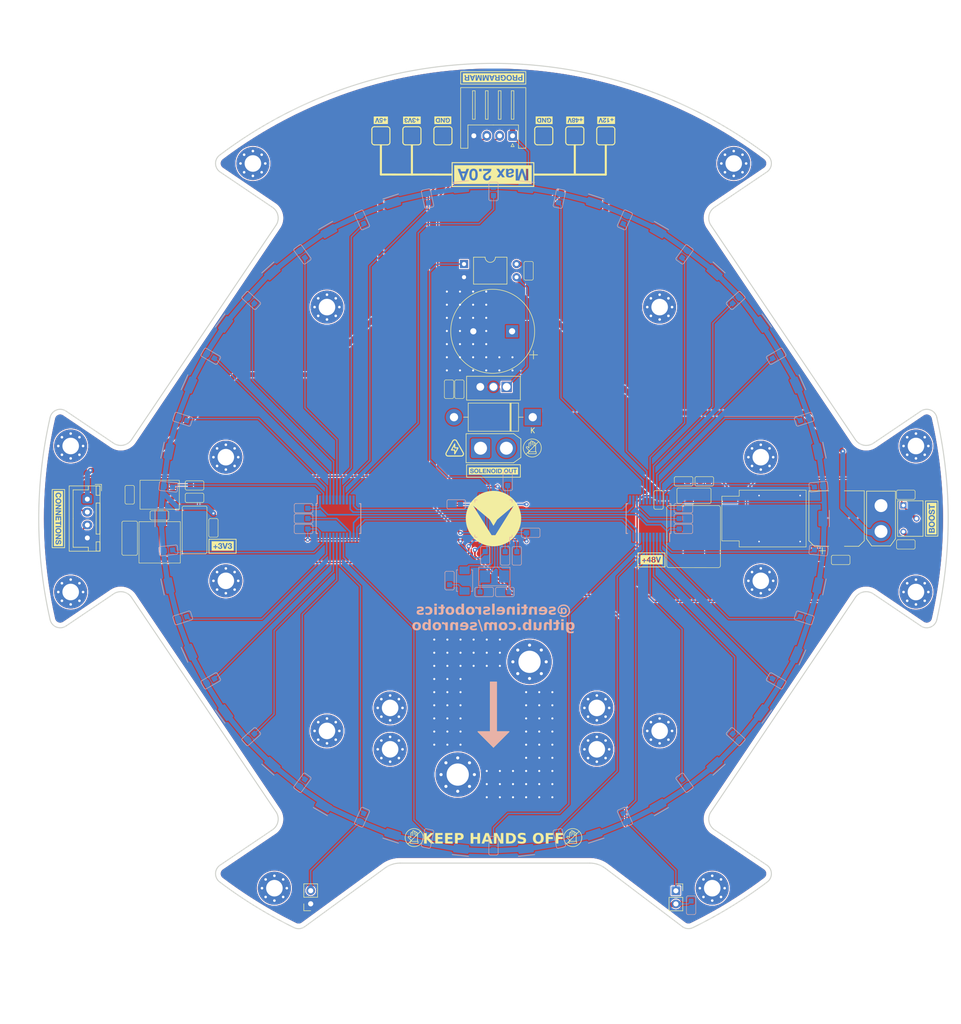
<source format=kicad_pcb>
(kicad_pcb (version 20221018) (generator pcbnew)
  (layers (0 "F.Cu" signal) (31 "B.Cu" signal) (34 "B.Paste" user) (35 "F.Paste" user) (36 "B.SilkS" user "B.Silkscreen") (37 "F.SilkS" user "F.Silkscreen") (38 "B.Mask" user) (39 "F.Mask" user) (44 "Edge.Cuts" user))
  (net 0 "")
  (net 24 "Net-(U5-VSENSE)")
  (net 25 "Net-(U5-BOOT)")
  (net 26 "Net-(U3-PD1)")
  (net 27 "Net-(U3-PD0)")
  (net 29 "Net-(U2-~{E})")
  (net 30 "Net-(U2-I9)")
  (net 31 "Net-(U2-I8)")
  (net 32 "Net-(U2-I7)")
  (net 33 "Net-(U2-I6)")
  (net 34 "Net-(U2-I5)")
  (net 35 "Net-(U2-I4)")
  (net 36 "Net-(U2-I3)")
  (net 37 "Net-(U2-I2)")
  (net 38 "Net-(U2-I14)")
  (net 39 "Net-(U2-I13)")
  (net 40 "Net-(U2-I12)")
  (net 41 "Net-(U2-I11)")
  (net 42 "Net-(U2-I10)")
  (net 43 "Net-(U2-I1)")
  (net 44 "Net-(U2-I0)")
  (net 45 "Net-(U1-~{E})")
  (net 46 "Net-(U1-I9)")
  (net 47 "Net-(U1-I8)")
  (net 48 "Net-(U1-I7)")
  (net 49 "Net-(U1-I6)")
  (net 50 "Net-(U1-I5)")
  (net 51 "Net-(U1-I4)")
  (net 52 "Net-(U1-I3)")
  (net 53 "Net-(U1-I2)")
  (net 54 "Net-(U1-I14)")
  (net 55 "Net-(U1-I13)")
  (net 56 "Net-(U1-I12)")
  (net 57 "Net-(U1-I11)")
  (net 58 "Net-(U1-I10)")
  (net 59 "Net-(U1-I1)")
  (net 60 "Net-(U1-I0)")
  (net 61 "Net-(R42-Pad2)")
  (net 62 "Net-(R38-Pad2)")
  (net 63 "Net-(Q1-G)")
  (net 64 "Net-(IC1-FDBK)")
  (net 65 "Net-(IC1-COMP)")
  (net 66 "Net-(D35-K)")
  (net 67 "Net-(D34-A)")
  (net 68 "Net-(D19-A)")
  (net 69 "Net-(C13-Pad1)")
  (net 70 "GND")
  (net 71 "/TX")
  (net 72 "/Sol")
  (net 73 "/SWDIO")
  (net 74 "/SWCLK")
  (net 75 "/RX")
  (net 76 "/RST")
  (net 77 "/M2_S3")
  (net 78 "/M2_S2")
  (net 79 "/M2_S1")
  (net 98 "/M2_S0")
  (net 99 "/M2")
  (net 100 "/M1_S3")
  (net 101 "/M1_S2")
  (net 102 "/M1_S1")
  (net 103 "/M1_S0")
  (net 104 "/M1")
  (net 105 "/LG")
  (net 106 "/LED")
  (net 107 "/BOOT")
  (net 108 "+5V")
  (net 109 "+48V")
  (net 110 "+3V3")
  (net 111 "+12V")
  (net 112 "Net-(C12-Pad1)")
  (net 113 "Net-(C1-Pad2)")
  (footprint "2024l1:Test Pad" (layer "F.Cu") (at 91.717 38.25 180)
    (fp_text reference "TP3" hide)
    (fp_text value "Conn_01x01")
  )
  (footprint "kibuzzard-64C1DD94" (layer "F.Cu") (at 192.32 112.26 90)
    (fp_text reference "kibuzzard-64C1DD94" hide)
    (fp_text value "G***" hide)
  )
  (footprint "2024l1:res0603" (layer "F.Cu") (at 187.3 117.25)
    (fp_text reference "R38" hide)
    (fp_text value "57k")
  )
  (footprint "MountingHole:MountingHole_3.2mm_M3_Pad_Via" (layer "F.Cu") (at 87.499923 156.859869)
    (fp_text reference "MTH19" hide)
    (fp_text value "MountingHole_Pad")
  )
  (footprint "2024l1:TO255P1040X460X2890-3" (layer "F.Cu") (at 110.05 86.79 180)
    (fp_text reference "Q1" hide)
    (fp_text value "STP75NF75")
  )
  (footprint "Capacitor_SMD:CP_Elec_10x10.5" (layer "F.Cu") (at 173.9 112.25 90)
    (fp_text reference "C11" hide)
    (fp_text value "100u")
  )
  (footprint "2024l1:TI_SO-PowerPAD-8" (layer "F.Cu") (at 42.9 107.645 180)
    (fp_text reference "U5" hide)
    (fp_text value "TPS5430DDA")
  )
  (footprint "MountingHole:MountingHole_3.2mm_M3_Pad_Via" (layer "F.Cu") (at 65.103338 183.710803)
    (fp_text reference "MTH1" hide)
    (fp_text value "MountingHole_Pad")
  )
  (footprint "MountingHole:MountingHole_3.2mm_M3_Pad_Via" (layer "F.Cu") (at 189.260843 126.452036)
    (fp_text reference "MTH9" hide)
    (fp_text value "MountingHole_Pad")
  )
  (footprint "kibuzzard-64C3EFD9" (layer "F.Cu") (at 129.3 35.25 180)
    (fp_text reference "kibuzzard-64C3EFD9" hide)
    (fp_text value "G***" hide)
  )
  (footprint "2024l1:SMA (DO-214AC)" (layer "F.Cu") (at 146.3 107.85)
    (fp_text reference "D19" hide)
    (fp_text value "SS510" hide)
  )
  (footprint "2024l1:cap0603" (layer "F.Cu") (at 144.3 105.05 180)
    (fp_text reference "C12" hide)
    (fp_text value "1u")
  )
  (footprint "2024l1:Test Pad" (layer "F.Cu") (at 123.24 38.25 180)
    (fp_text reference "TP6" hide)
    (fp_text value "Conn_01x01")
  )
  (footprint "kibuzzard-64C26B8C" (layer "F.Cu") (at 138.1 120.2)
    (fp_text reference "kibuzzard-64C26B8C" hide)
    (fp_text value "G***" hide)
  )
  (footprint "2024l1:Test Pad" (layer "F.Cu") (at 117.23 38.25 180)
    (fp_text reference "TP1" hide)
    (fp_text value "Conn_01x01")
  )
  (footprint "Package_DIP:DIP-4_W10.16mm" (layer "F.Cu") (at 101.8 63.05)
    (fp_text reference "U4" hide)
    (fp_text value "PC817" hide)
  )
  (footprint "2024l1:res0603" (layer "F.Cu") (at 49.65 105.85)
    (fp_text reference "R44" hide)
    (fp_text value "5K9")
  )
  (footprint "2024l1:cap0603" (layer "F.Cu") (at 42.85 111.65 180)
    (fp_text reference "C15" hide)
    (fp_text value "10n")
  )
  (footprint "2024l1:EIA-7343-D" (layer "F.Cu") (at 49.65 114.45 -90)
    (fp_text reference "C16" hide)
    (fp_text value "220u")
  )
  (footprint "2024l1:CP_Radial_D16.0mm_P7.50mm" (layer "F.Cu") (at 111.1 76.05 180)
    (fp_text reference "C10" hide)
    (fp_text value "1000u")
  )
  (footprint "MountingHole:MountingHole_3.2mm_M3_Pad_Via" (layer "F.Cu") (at 60.94214 43.605184)
    (fp_text reference "MTH14" hide)
    (fp_text value "MountingHole_Pad")
  )
  (footprint "2024l1:res0603" (layer "F.Cu") (at 148.3 105.05 180)
    (fp_text reference "R39" hide)
    (fp_text value "2k94" hide)
  )
  (footprint "2024l1:TRIM_3362W-1-203LF" (layer "F.Cu") (at 188.1 112.25 90)
    (fp_text reference "RV1" hide)
    (fp_text value "10k")
  )
  (footprint "kibuzzard-64C26B0D" (layer "F.Cu") (at 55.1 117.55)
    (fp_text reference "kibuzzard-64C26B0D" hide)
    (fp_text value "G***" hide)
  )
  (footprint "MountingHole:MountingHole_3.2mm_M3_Pad_Via" (layer "F.Cu") (at 127.499923 148.859869)
    (fp_text reference "MTH18" hide)
    (fp_text value "MountingHole_Pad")
  )
  (footprint "MountingHole:MountingHole_3.2mm_M3_Pad_Via" (layer "F.Cu") (at 25.678557 98.223764)
    (fp_text reference "MTH10" hide)
    (fp_text value "MountingHole_Pad")
  )
  (footprint "2024l1:cap0603" (layer "F.Cu") (at 98.9 87.25 -90)
    (fp_text reference "C13" hide)
    (fp_text value "1500pF" hide)
  )
  (footprint "MountingHole:MountingHole_3.2mm_M3_Pad_Via" (layer "F.Cu") (at 153.99726 43.605184)
    (fp_text reference "MTH16" hide)
    (fp_text value "MountingHole_Pad")
  )
  (footprint "MountingHole:MountingHole_3.2mm_M3_Pad_Via" (layer "F.Cu") (at 127.499923 156.859869)
    (fp_text reference "MTH17" hide)
    (fp_text value "MountingHole_Pad")
  )
  (footprint "2024l1:SMA (DO-214AC)" (layer "F.Cu") (at 37.1 116.05 90)
    (fp_text reference "D35" hide)
    (fp_text value "SS54" hide)
  )
  (footprint "MountingHole:MountingHole_3.2mm_M3_Pad_Via" (layer "F.Cu") (at 139.660118 153.306822)
    (fp_text reference "MTH5" hide)
    (fp_text value "MountingHole_Pad")
  )
  (footprint "Connector_JST:JST_XH_S4B-XH-A_1x04_P2.50mm_Horizontal" (layer "F.Cu") (at 111.2 38.25 180)
    (fp_text reference "J1" hide)
    (fp_text value "PGMR")
  )
  (footprint "2024l1:Test Pad" (layer "F.Cu") (at 85.714 38.25 180)
    (fp_text reference "TP4" hide)
    (fp_text value "Conn_01x01")
  )
  (footprint "2024l1:1040 One Piece Inductor" (layer "F.Cu") (at 146.23 115.73 -90)
    (fp_text reference "L1" hide)
    (fp_text value "68uH")
  )
  (footprint "Connector_PinSocket_2.54mm:PinSocket_1x02_P2.54mm_Vertical" (layer "F.Cu") (at 142.8 184.21)
    (fp_text reference "R31" hide)
    (fp_text value "R_Photo")
  )
  (footprint "kibuzzard-64C3EEE9" (layer "F.Cu") (at 85.7 35.25 180)
    (fp_text reference "kibuzzard-64C3EEE9" hide)
    (fp_text value "G***" hide)
  )
  (footprint "MountingHole:MountingHole_3.2mm_M3_Pad_Via" (layer "F.Cu") (at 159.231869 124.290507)
    (fp_text reference "MTH4" hide)
    (fp_text value "MountingHole_Pad")
  )
  (footprint "2024l1:res0603" (layer "F.Cu") (at 100.9 87.25 90)
    (fp_text reference "R41" hide)
    (fp_text value "20")
  )
  (footprint "2024l1:cap0603" (layer "F.Cu") (at 139.45 108.65 -90)
    (fp_text reference "C19" hide)
    (fp_text value "0.1u")
  )
  (footprint "2024l1:cap0603" (layer "F.Cu") (at 37.1 107.65 90)
    (fp_text reference "C14" hide)
    (fp_text value "10u")
  )
  (footprint "MountingHole:MountingHole_3.2mm_M3_Pad_Via" (layer "F.Cu") (at 55.707531 124.290507)
    (fp_text reference "MTH11" hide)
    (fp_text value "MountingHole_Pad")
  )
  (footprint "MountingHole:MountingHole_4.3mm_M4_Pad_Via" (layer "F.Cu") (at 100.5803 161.747887)
    (fp_text reference "KM1" hide)
    (fp_text value "M4")
  )
  (footprint "MountingHole:MountingHole_3.2mm_M3_Pad_Via" (layer "F.Cu") (at 159.231869 100.385293)
    (fp_text reference "MTH8" hide)
    (fp_text value "MountingHole_Pad")
  )
  (footprint "kibuzzard-64C3EFA2" (layer "F.Cu") (at 117.3 35.25 180)
    (fp_text reference "kibuzzard-64C3EFA2" hide)
    (fp_text value "G***" hide)
  )
  (footprint "MountingHole:MountingHole_3.2mm_M3_Pad_Via" (layer "F.Cu") (at 189.260843 98.223764)
    (fp_text reference "MTH12" hide)
    (fp_text value "MountingHole_Pad")
  )
  (footprint "kibuzzard-64C3EF88" (layer "F.Cu") (at 91.717 35.25 180)
    (fp_text reference "kibuzzard-64C3EF88" hide)
    (fp_text value "G***" hide)
  )
  (footprint "Diode_THT:D_DO-201AD_P15.24mm_Horizontal" (layer "F.Cu") (at 115.1 92.65 180)
    (fp_text reference "D34" hide)
    (fp_text value "1N5401")
  )
  (footprint "2024l1:TO170P1435X465-6N" (layer "F.Cu") (at 159.5 112.25)
    (fp_text reference "IC1" hide)
    (fp_text value "LM2587S-ADJ" hide)
  )
  (footprint "2024l1:AMASS_XT30-F" (layer "F.Cu") (at 107.5 98.65)
    (fp_text reference "J4" hide)
    (fp_text value "XT30")
  )
  (footprint "MountingHole:MountingHole_3.2mm_M3_Pad_Via" (layer "F.Cu") (at 87.499923 148.859869)
    (fp_text reference "MTH20" hide)
    (fp_text value "MountingHole_Pad")
  )
  (footprint "2024l1:AMASS_XT30-F" (layer "F.Cu") (at 182.5 112.25 -90)
    (fp_text reference "J3" hide)
    (fp_text value "Conn_01x02")
  )
  (footprint "2024l1:cap0603" (layer "F.Cu") (at 174.7 120.25)
    (fp_text reference "C18" hide)
    (fp_text value "0.1u")
  )
  (footprint "2024l1:cap0603" (layer "F.Cu") (at 53.3 114.05 -90)
    (fp_text reference "C17" hide)
    (fp_text value "0u1")
  )
  (footprint "Connector_JST:JST_XH_B4B-XH-A_1x04_P2.50mm_Vertical" (layer "F.Cu") (at 28.9 108.5 -90)
    (fp_text reference "J2" hide)
    (fp_text value "Conn_01x04")
  )
  (footprint "MountingHole:MountingHole_3.2mm_M3_Pad_Via" (layer "F.Cu") (at 55.707531 100.385293)
    (fp_text reference "MTH6" hide)
    (fp_text value "MountingHole_Pad")
  )
  (footprint "kibuzzard-64C3EFA2" (layer "F.Cu") (at 97.7 35.25 180)
    (fp_text reference "kibuzzard-64C3EFA2" hide)
    (fp_text value "G***" hide)
  )
  (footprint "2024l1:0630 One Piece Inductor" (layer "F.Cu") (at 42.9 116.85)
    (fp_text reference "L2" hide)
    (fp_text value "15uH")
  )
  (footprint "kibuzzard-64C1DE9B" (layer "F.Cu") (at 107.5 27.05 180)
    (fp_text reference "kibuzzard-64C1DE9B" hide)
    (fp_text value "G***" hide)
  )
  (footprint "Connector_PinSocket_2.54mm:PinSocket_1x02_P2.54mm_Vertical" (layer "F.Cu") (at 72.125 186.73 180)
    (fp_text reference "D1" hide)
    (fp_text value "LED")
  )
  (footprint "MountingHole:MountingHole_3.2mm_M3_Pad_Via" (layer "F.Cu") (at 75.279282 71.368978)
    (fp_text reference "MTH13" hide)
    (fp_text value "MountingHole_Pad")
  )
  (footprint "MountingHole:MountingHole_3.2mm_M3_Pad_Via" (layer "F.Cu") (at 75.279282 153.306822)
    (fp_text reference "MTH3" hide)
    (fp_text value "MountingHole_Pad")
  )
  (footprint "MountingHole:MountingHole_4.3mm_M4_Pad_Via" (layer "F.Cu") (at 114.4803 139.947887)
    (fp_text reference "KM2" hide)
    (fp_text value "M4")
  )
  (footprint "MountingHole:MountingHole_3.2mm_M3_Pad_Via" (layer "F.Cu") (at 25.678557 126.452036)
    (fp_text reference "MTH7" hide)
    (fp_text value "MountingHole_Pad")
  )
  (footprint "kibuzzard-64C35411" (layer "F.Cu") (at 107.4 45.75 180)
    (fp_text reference "kibuzzard-64C35411" hide)
    (fp_text value "G***" hide)
  )
  (footprint "2024l1:res0603" (layer "F.Cu") (at 114.3 64.35 90)
    (fp_text reference "R42" hide)
    (fp_text value "10K")
  )
  (footprint "MountingHole:MountingHole_3.2mm_M3_Pad_Via" (layer "F.Cu") (at 139.660118 71.368978)
    (fp_text reference "MTH15" hide)
    (fp_text value "MountingHole_Pad")
  )
  (footprint "kibuzzard-64C3EFCB" (layer "F.Cu") (at 123.3 35.25 180)
    (fp_text reference "kibuzzard-64C3EFCB" hide)
    (fp_text value "G***" hide)
  )
  (footprint "2024l1:Test Pad" (layer "F.Cu") (at 97.72 38.25 180)
    (fp_text reference "TP2" hide)
    (fp_text value "Conn_01x01")
  )
  (footprint "2024l1:Test Pad" (layer "F.Cu") (at 129.236 38.25 180)
    (fp_text reference "TP5" hide)
    (fp_text value "Conn_01x01")
  )
  (footprint "2024l1:res0603" (layer "F.Cu") (at 49.65 108.25 180)
    (fp_text reference "R43" hide)
    (fp_text value "10K")
  )
  (footprint "kibuzzard-64C26A52" (layer "F.Cu") (at 107.5 103.05)
    (fp_text reference "kibuzzard-64C26A52" hide)
    (fp_text value "G***" hide)
  )
  (footprint "2024l1:res0603" (layer "F.Cu") (at 187.3 107.65)
    (fp_text reference "R40" hide)
    (fp_text value "1k5")
  )
  (footprint "kibuzzard-64C1DEF1" (layer "F.Cu") (at 23.3 112.25 -90)
    (fp_text reference "kibuzzard-64C1DEF1" hide)
    (fp_text value "G***" hide)
  )
  (footprint "MountingHole:MountingHole_3.2mm_M3_Pad_Via" (layer "F.Cu") (at 149.836062 183.710803)
    (fp_text reference "MTH2" hide)
    (fp_text value "MountingHole_Pad")
  )
  (footprint "2024l1:ALS-PT19" (layer "B.Cu") (at 167.629853 93.050167 -162)
    (fp_text reference "R10" hide)
    (fp_text value "R_Photo")
  )
  (footprint "2024l1:led0603" (layer "B.Cu") (at 109.75 119.45 90)
    (fp_text reference "D2" hide)
    (fp_text value "LED")
  )
  (footprint "2024l1:ALS-PT19" (layer "B.Cu") (at 47.370147 131.449833 18)
    (fp_text reference "R25" hide)
    (fp_text value "R_Photo")
  )
  (footprint "2024l1:LED-3528" (layer "B.Cu") (at 45 112.25 180)
    (fp_text reference "D3" hide)
    (fp_text value "LED")
  )
  (footprint "2024l1:ALS-PT19" (layer "B.Cu") (at 44.599229 106.08631 -6)
    (fp_text reference "R23" hide)
    (fp_text value "R_Photo")
  )
  (footprint "2024l1:LED-3528" (layer "B.Cu") (at 169.5 112.25)
    (fp_text reference "D31" hide)
    (fp_text value "LED")
  )
  (footprint "2024l1:LED-3528" (layer "B.Cu") (at 126.468071 52.833439 72)
    (fp_text reference "D16" hide)
    (fp_text value "LED")
  )
  (footprint "Package_SO:SSOP-24_5.3x8.2mm_P0.65mm" (layer "B.Cu") (at 137.5 112.25 90)
    (fp_text reference "U1" hide)
    (fp_text value "CD74HC4067SM")
  )
  (footprint "2024l1:LED-3528" (layer "B.Cu") (at 168.623299 124.848437 -12)
    (fp_text reference "D23" hide)
    (fp_text value "LED")
  )
  (footprint "2024l1:ALS-PT19" (layer "B.Cu") (at 154.375483 70.092924 -138)
    (fp_text reference "R12" hide)
    (fp_text value "R_Photo")
  )
  (footprint "2024l1:LED-3528" (layer "B.Cu") (at 138.5 166.3096 -60)
    (fp_text reference "D22" hide)
    (fp_text value "LED")
  )
  (footprint "2024l1:LED-3528" (layer "B.Cu") (at 50.44664 87.125591 156)
    (fp_text reference "D18" hide)
    (fp_text value "LED")
  )
  (footprint "2024l1:res0603" (layer "B.Cu") (at 112.01959 119.456398 90)
    (fp_text reference "R32" hide)
    (fp_text value "10K")
  )
  (footprint "2024l1:cap0603" (layer "B.Cu") (at 105.9 119.45 90)
    (fp_text reference "C6" hide)
    (fp_text value "0u1")
  )
  (footprint "2024l1:LED-3528" (layer "B.Cu") (at 65.844772 65.931876 132)
    (fp_text reference "D26" hide)
    (fp_text value "LED")
  )
  (footprint "2024l1:cap0603" (layer "B.Cu") (at 110.25 105.05 -90)
    (fp_text reference "C9" hide)
    (fp_text value "0u1")
  )
  (footprint "2024l1:LED-3528" (layer "B.Cu") (at 138.5 58.1904 60)
    (fp_text reference "D8" hide)
    (fp_text value "LED")
  )
  (footprint "2024l1:ALS-PT19" (layer "B.Cu") (at 162.209119 80.875 -150)
    (fp_text reference "R11" hide)
    (fp_text value "R_Photo")
  )
  (footprint "2024l1:ALS-PT19" (layer "B.Cu") (at 82.07054 169.988523 66)
    (fp_text reference "R29" hide)
    (fp_text value "R_Photo")
  )
  (footprint "2024l1:LED-3528" (layer "B.Cu") (at 88.531929 171.666561 -108)
    (fp_text reference "D21" hide)
    (fp_text value "LED")
  )
  (footprint "2024l1:LED-3528" (layer "B.Cu") (at 126.468071 171.666561 -72)
    (fp_text reference "D13" hide)
    (fp_text value "LED")
  )
  (footprint "2024l1:LED-3528" (layer "B.Cu") (at 76.5 58.1904 120)
    (fp_text reference "D17" hide)
    (fp_text value "LED")
  )
  (footprint "2024l1:ALS-PT19" (layer "B.Cu") (at 60.624517 70.092924 -42)
    (fp_text reference "R20" hide)
    (fp_text value "R_Photo")
  )
  (footprint "2024l1:ALS-PT19" (layer "B.Cu") (at 144.47131 61.175167 -126)
    (fp_text reference "R13" hide)
    (fp_text value "R_Photo")
  )
  (footprint "2024l1:cap0603" (layer "B.Cu") (at 99 124.25 -90)
    (fp_text reference "C1" hide)
    (fp_text value "100n")
  )
  (footprint "2024l1:LED-3528" (layer "B.Cu") (at 50.446636 137.374409 -156)
    (fp_text reference "D20" hide)
    (fp_text value "LED")
  )
  (footprint "2024l1:ALS-PT19" (layer "B.Cu") (at 170.400771 118.41369 174)
    (fp_text reference "R8" hide)
    (fp_text value "R_Photo")
  )
  (footprint "2024l1:ALS-PT19" (layer "B.Cu") (at 167.629853 131.449833 162)
    (fp_text reference "R7" hide)
    (fp_text value "R_Photo")
  )
  (footprint "2024l1:ALS-PT19" (layer "B.Cu") (at 144.47131 163.324833 126)
    (fp_text reference "R4" hide)
    (fp_text value "R_Photo")
  )
  (footprint "2024l1:cap0603" (layer "B.Cu") (at 109.7 126.45)
    (fp_text reference "C2" hide)
    (fp_text value "22p")
  )
  (footprint "2024l1:ALS-PT19" (layer "B.Cu") (at 60.624517 154.407076 42)
    (fp_text reference "R27" hide)
    (fp_text value "R_Photo")
  )
  (footprint "2024l1:cap0603" (layer "B.Cu") (at 114.7 115 180)
    (fp_text reference "C7" hide)
    (fp_text value "0u1")
  )
  (footprint "2024l1:ALS-PT19" (layer "B.Cu") (at 170.400771 106.08631 -174)
    (fp_text reference "R9" hide)
    (fp_text value "R_Photo")
  )
  (footprint "2024l1:res0603" (layer "B.Cu") (at 70.75 110.25)
    (fp_text reference "R36" hide)
    (fp_text value "3K24")
  )
  (footprint "2024l1:cap0603" (layer "B.Cu") (at 70.75 114.25)
    (fp_text reference "C5" hide)
    (fp_text value "0.1u")
  )
  (footprint "2024l1:LED-3528" (layer "B.Cu") (at 113.585293 50.095121 84)
    (fp_text reference "D25" hide)
    (fp_text value "LED")
  )
  (footprint "2024l1:LED-3528" (layer "B.Cu") (at 149.155228 65.931876 48)
    (fp_text reference "D32" hide)
    (fp_text value "LED")
  )
  (footprint "2024l1:LED-3528" (layer "B.Cu") (at 164.55336 137.874409 -24)
    (fp_text reference "D14" hide)
    (fp_text value "LED")
  )
  (footprint "2024l1:ALS-PT19" (layer "B.Cu") (at 82.070539 54.511477 -66)
    (fp_text reference "R18" hide)
    (fp_text value "R_Photo")
  )
  (footprint "2024l1:LED-3528" (layer "B.Cu") (at 149.155228 158.568124 -48)
    (fp_text reference "D30" hide)
    (fp_text value "LED")
  )
  (footprint "2024l1:cap0603" (layer "B.Cu") (at 144.25 110.25 180)
    (fp_text reference "C4" hide)
    (fp_text value "0.1u")
  )
  (footprint "2024l1:cap0603" (layer "B.Cu") (at 144.25 114.25 180)
    (fp_text reference "R34" hide)
    (fp_text value "3K24")
  )
  (footprint "2024l1:LED-3528" (layer "B.Cu") (at 57.031929 148.780471 -144)
    (fp_text reference "D28" hide)
    (fp_text value "LED")
  )
  (footprint "2024l1:cap0603" (layer "B.Cu") (at 100.3 109.5)
    (fp_text reference "C8" hide)
    (fp_text value "0u1")
  )
  (footprint "2024l1:ALS-PT19" (layer "B.Cu") (at 162.20911 143.625 150)
    (fp_text reference "R6" hide)
    (fp_text value "R_Photo")
  )
  (footprint "2024l1:LED-3528" (layer "B.Cu") (at 46.376701 99.651563 168)
    (fp_text reference "D27" hide)
    (fp_text value "LED")
  )
  (footprint "2024l1:LED-3528" (layer "B.Cu") (at 101.414707 174.404879 -96)
    (fp_text reference "D29" hide)
    (fp_text value "LED")
  )
  (footprint "2024l1:LED-3528" (layer "B.Cu") (at 65.844772 158.568124 -132)
    (fp_text reference "D4" hide)
    (fp_text value "LED")
  )
  (footprint "2024l1:ALS-PT19" (layer "B.Cu") (at 120.25437 50.39309 -102)
    (fp_text reference "R15" hide)
    (fp_text value "R_Photo")
  )
  (footprint "2024l1:ALS-PT19" (layer "B.Cu") (at 70.52869 61.175167 -54)
    (fp_text reference "R19" hide)
    (fp_text value "R_Photo")
  )
  (footprint "2024l1:ALS-PT19" (layer "B.Cu") (at 132.929461 54.511477 -114)
    (fp_text reference "R14" hide)
    (fp_text value "R_Photo")
  )
  (footprint "2024l1:ALS-PT19" (layer "B.Cu") (at 94.74563 174.10691 78)
    (fp_text reference "R30" hide)
    (fp_text value "R_Photo")
  )
  (footprint "2024l1:LED-3528" (layer "B.Cu") (at 75.5 166.3096 -120)
    (fp_text reference "D12" hide)
    (fp_text value "LED")
  )
  (footprint "2024l1:ALS-PT19" (layer "B.Cu") (at 94.74563 50.39309 -78)
    (fp_text reference "R17" hide)
    (fp_text value "R_Photo")
  )
  (footprint "2024l1:LED-3528" (layer "B.Cu") (at 157.968071 75.719529 36)
    (fp_text reference "D24" hide)
    (fp_text value "LED")
  )
  (footprint "2024l1:LED-3528" (layer "B.Cu") (at 101.414707 50.095121 96)
    (fp_text reference "D33" hide)
    (fp_text value "LED")
  )
  (footprint "2024l1:ALS-PT19" (layer "B.Cu") (at 47.370147 93.050167 -18)
    (fp_text reference "R22" hide)
    (fp_text value "R_Photo")
  )
  (footprint "2024l1:SW_PUSH_SPST" (layer "B.Cu") (at 101.9 124.25 90)
    (fp_text reference "SW1" hide)
    (fp_text value "STM RST")
  )
  (footprint "2024l1:LED-3528" (layer "B.Cu") (at 113.58529 174.404879 -84)
    (fp_text reference "D5" hide)
    (fp_text value "LED")
  )
  (footprint "2024l1:Crystal" (layer "B.Cu") (at 107.7 123.45)
    (fp_text reference "Y1" hide)
    (fp_text value "8Mhz")
  )
  (footprint "2024l1:ALS-PT19" (layer "B.Cu") (at 154.375483 154.407076 138)
    (fp_text reference "R5" hide)
    (fp_text value "R_Photo")
  )
  (footprint "2024l1:LED-3528" (layer "B.Cu") (at 46.37671 124.848437 -168)
    (fp_text reference "D11" hide)
    (fp_text value "LED")
  )
  (footprint "2024l1:LED-3528" (layer "B.Cu") (at 57.031929 75.719529 144)
    (fp_text reference "D10" hide)
    (fp_text value "LED")
  )
  (footprint "2024l1:LED-3528" (layer "B.Cu") (at 164.553364 87.125591 24)
    (fp_text reference "D15" hide)
    (fp_text value "LED")
  )
  (footprint "2024l1:ALS-PT19" (layer "B.Cu") (at 44.599229 118.41369 6)
    (fp_text reference "R24" hide)
    (fp_text value "R_Photo")
  )
  (footprint "Package_QFP:LQFP-48_7x7mm_P0.5mm" (layer "B.Cu") (at 107.5 112.25 90)
    (fp_text reference "U3" hide)
    (fp_text value "STM32F103CBTx")
  )
  (footprint "2024l1:res0603" (layer "B.Cu") (at 144.25 112.25 180)
    (fp_text reference "R35" hide)
    (fp_text value "10K")
  )
  (footprint "2024l1:ALS-PT19" (layer "B.Cu") (at 132.929461 169.988523 114)
    (fp_text reference "R3" hide)
    (fp_text value "R_Photo")
  )
  (footprint "2024l1:ALS-PT19" (layer "B.Cu") (at 52.790881 80.875 -30)
    (fp_text reference "R21" hide)
    (fp_text value "R_Photo")
  )
  (footprint "2024l1:res0603" (layer "B.Cu") (at 70.75 112.25)
    (fp_text reference "R37" hide)
    (fp_text value "10K")
  )
  (footprint "2024l1:ALS-PT19" (layer "B.Cu") (at 52.790881 143.625 30)
    (fp_text reference "R26" hide)
    (fp_text value "R_Photo")
  )
  (footprint "Package_SO:SSOP-24_5.3x8.2mm_P0.65mm" (layer "B.Cu") (at 77.5 112.25 -90)
    (fp_text reference "U2" hide)
    (fp_text value "CD74HC4067SM")
  )
  (footprint "2024l1:ALS-PT19" (layer "B.Cu") (at 107.5 175.5 90)
    (fp_text reference "R1" hide)
    (fp_text value "R_Photo")
  )
  (footprint "2024l1:LED-3528" (layer "B.Cu") (at 157.968071 148.780471 -36)
    (fp_text reference "D6" hide)
    (fp_text value "LED")
  )
  (footprint "2024l1:ALS-PT19" (layer "B.Cu") (at 70.52869 163.324833 54)
    (fp_text reference "R28" hide)
    (fp_text value "R_Photo")
  )
  (footprint "2024l1:LED-3528" (layer "B.Cu") (at 88.531929 52.833439 108)
    (fp_text reference "D9" hide)
    (fp_text value "LED")
  )
  (footprint "2024l1:cap0603" (layer "B.Cu") (at 105.7 126.45 180)
    (fp_text reference "C3" hide)
    (fp_text value "22p")
  )
  (footprint "2024l1:ALS-PT19" (layer "B.Cu") (at 120.25437 174.10691 102)
    (fp_text reference "R2" hide)
    (fp_text value "R_Photo")
  )
  (footprint "2024l1:LED-3528" (layer "B.Cu") (at 168.623299 99.651563 12)
    (fp_text reference "D7" hide)
    (fp_text value "LED" hide)
  )
  (footprint "2024l1:res0603" (layer "B.Cu") (at 145.75 187 -90)
    (fp_text reference "R33" hide)
    (fp_text value "3k24")
  )
  (footprint "2024l1:ALS-PT19" (layer "B.Cu") (at 107.5 49 -90)
    (fp_text reference "R16" hide)
    (fp_text value "R_Photo")
  )
  (gr_poly (pts (xy 104.5 153.45) (xy 107.5 156.45) (xy 110.5 153.45)) (stroke (width 0.15)) (fill solid) (layer "B.SilkS"))
  (gr_poly (pts (xy 106.9 153.65) (xy 108.1 153.65) (xy 108.1 143.85) (xy 106.9 143.85)) (stroke (width 0.15)) (fill solid) (layer "B.SilkS"))
  (gr_poly (pts (xy 115 96.8) (xy 115.058697 96.801268) (xy 115.171872 96.805457) (xy 115.21633 96.808114) (xy 115.246022 96.810969) (xy 115.297977 96.819013) (xy 115.349323 96.828326) (xy 115.400048 96.838901) (xy 115.450137 96.850734) (xy 115.499576 96.863819) (xy 115.548353 96.878153) (xy 115.596455 96.893728) (xy 115.643867 96.910541) (xy 115.690576 96.928585) (xy 115.736569 96.947857) (xy 115.781832 96.968349) (xy 115.826352 96.990059) (xy 115.870115 97.01298) (xy 115.913109 97.037107) (xy 115.955319 97.062434) (xy 115.996733 97.088958) (xy 116.108934 97.168715) (xy 116.213639 97.255294) (xy 116.310658 97.348258) (xy 116.399803 97.447171) (xy 116.480887 97.551594) (xy 116.553722 97.66109) (xy 116.618119 97.775224) (xy 116.67389 97.893556) (xy 116.720847 98.01565) (xy 116.758802 98.141069) (xy 116.787566 98.269376) (xy 116.806953 98.400134) (xy 116.816773 98.532904) (xy 116.816839 98.667251) (xy 116.806962 98.802737) (xy 116.786955 98.938924) (xy 116.773216 99.006423) (xy 116.756908 99.07302) (xy 116.738085 99.138658) (xy 116.716804 99.203283) (xy 116.667089 99.329274) (xy 116.608207 99.450552) (xy 116.540601 99.566673) (xy 116.464717 99.677199) (xy 116.380999 99.781686) (xy 116.289891 99.879695) (xy 116.191838 99.970783) (xy 116.087284 100.054509) (xy 115.976673 100.130431) (xy 115.86045 100.19811) (xy 115.73906 100.257102) (xy 115.612946 100.306968) (xy 115.548257 100.32834) (xy 115.482554 100.347265) (xy 115.415892 100.363688) (xy 115.348327 100.377553) (xy 115.236125 100.394746) (xy 115.124308 100.405099) (xy 115.01311 100.408685) (xy 114.902769 100.405576) (xy 114.793519 100.395844) (xy 114.685596 100.379561) (xy 114.579235 100.356801) (xy 114.474673 100.327634) (xy 114.372145 100.292134) (xy 114.271886 100.250373) (xy 114.174133 100.202423) (xy 114.079121 100.148357) (xy 113.987085 100.088247) (xy 113.898262 100.022165) (xy 113.812886 99.950183) (xy 113.731194 99.872375) (xy 113.697286 99.837097) (xy 113.867366 99.837097) (xy 113.89841 99.863908) (xy 113.964385 99.918286) (xy 114.031842 99.968962) (xy 114.100744 100.015921) (xy 114.171053 100.059149) (xy 114.24273 100.098631) (xy 114.315737 100.134354) (xy 114.390036 100.166302) (xy 114.465589 100.194461) (xy 114.542357 100.218817) (xy 114.620303 100.239355) (xy 114.699387 100.25606) (xy 114.779572 100.268919) (xy 114.86082 100.277916) (xy 114.943092 100.283038) (xy 115.026349 100.28427) (xy 115.110555 100.281597) (xy 115.144411 100.279514) (xy 115.178237 100.276709) (xy 115.21202 100.273187) (xy 115.245746 100.268952) (xy 115.279402 100.264011) (xy 115.312974 100.258367) (xy 115.379813 100.244996) (xy 115.446155 100.22888) (xy 115.511895 100.21006) (xy 115.576923 100.188578) (xy 115.641133 100.164475) (xy 115.693279 100.142896) (xy 115.743185 100.1203) (xy 115.767465 100.108531) (xy 115.791387 100.096398) (xy 115.815018 100.083867) (xy 115.838424 100.0709) (xy 115.884832 100.043517) (xy 115.931149 100.01396) (xy 115.977913 99.981938) (xy 116.02566 99.947163) (xy 116.093647 99.893192) (xy 116.15839 99.836132) (xy 116.219822 99.776104) (xy 116.277874 99.713228) (xy 116.332479 99.647623) (xy 116.383567 99.579409) (xy 116.431071 99.508707) (xy 116.474923 99.435636) (xy 116.515054 99.360316) (xy 116.551396 99.282866) (xy 116.583881 99.203408) (xy 116.61244 99.12206) (xy 116.637006 99.038943) (xy 116.65751 98.954177) (xy 116.673885 98.86788) (xy 116.686061 98.780174) (xy 116.690078 98.729967) (xy 116.692135 98.671673) (xy 116.692324 98.608055) (xy 116.690735 98.541873) (xy 116.687459 98.47589) (xy 116.682588 98.412867) (xy 116.676212 98.355565) (xy 116.672488 98.329923) (xy 116.668422 98.306747) (xy 116.656688 98.249494) (xy 116.643439 98.193343) (xy 116.628668 98.13827) (xy 116.612363 98.084254) (xy 116.594517 98.031272) (xy 116.575119 97.9793) (xy 116.55416 97.928317) (xy 116.531632 97.878298) (xy 116.507524 97.829223) (xy 116.481828 97.781067) (xy 116.454534 97.733808) (xy 116.425633 97.687423) (xy 116.395116 97.641891) (xy 116.362972 97.597187) (xy 116.329194 97.553289) (xy 116.293771 97.510175) (xy 116.285203 97.500122) (xy 116.277081 97.490739) (xy 116.269587 97.482232) (xy 116.262904 97.474809) (xy 116.257212 97.468675) (xy 116.254796 97.466156) (xy 116.252695 97.464038) (xy 116.250934 97.462345) (xy 116.249534 97.461104) (xy 116.248519 97.46034) (xy 116.248162 97.460146) (xy 116.247911 97.46008) (xy 116.225686 97.480861) (xy 116.168006 97.537427) (xy 115.981211 97.723252) (xy 115.718744 97.985719) (xy 115.718744 99.266302) (xy 115.753316 99.266302) (xy 115.75874 99.266339) (xy 115.763665 99.266461) (xy 115.76814 99.266688) (xy 115.772212 99.267041) (xy 115.774111 99.26727) (xy 115.775928 99.267538) (xy 115.777668 99.267847) (xy 115.779336 99.2682) (xy 115.78094 99.268599) (xy 115.782484 99.269046) (xy 115.783975 99.269544) (xy 115.785419 99.270095) (xy 115.786821 99.270702) (xy 115.788188 99.271367) (xy 115.789526 99.272093) (xy 115.79084 99.272883) (xy 115.792137 99.273737) (xy 115.793421 99.27466) (xy 115.794701 99.275654) (xy 115.79598 99.27672) (xy 115.797266 99.277862) (xy 115.798564 99.279082) (xy 115.801219 99.281765) (xy 115.803995 99.28479) (xy 115.806938 99.288175) (xy 115.825283 99.310752) (xy 115.823166 99.525241) (xy 115.821049 99.740436) (xy 115.801294 99.757369) (xy 115.781538 99.774302) (xy 114.244838 99.774302) (xy 114.205327 99.740436) (xy 114.201799 99.623314) (xy 114.198272 99.506191) (xy 114.032466 99.671997) (xy 113.867366 99.837097) (xy 113.697286 99.837097) (xy 113.692833 99.832465) (xy 113.656052 99.792082) (xy 113.620825 99.751182) (xy 113.587128 99.709722) (xy 113.554936 99.667659) (xy 113.524223 99.624948) (xy 113.494966 99.581547) (xy 113.46714 99.537412) (xy 113.440718 99.4925) (xy 113.415678 99.446768) (xy 113.391994 99.400171) (xy 113.369641 99.352667) (xy 113.348594 99.304212) (xy 113.328829 99.254763) (xy 113.31032 99.204276) (xy 113.293044 99.152708) (xy 113.262451 99.045914) (xy 113.238633 98.938189) (xy 113.221538 98.829822) (xy 113.211111 98.721106) (xy 113.207299 98.612333) (xy 113.208148 98.57878) (xy 113.335125 98.57878) (xy 113.336083 98.651764) (xy 113.337966 98.711355) (xy 113.341099 98.766152) (xy 113.34567 98.817508) (xy 113.351869 98.866782) (xy 113.359888 98.915327) (xy 113.369916 98.964501) (xy 113.382144 99.015659) (xy 113.39676 99.070158) (xy 113.409739 99.113423) (xy 113.424287 99.156885) (xy 113.440338 99.200428) (xy 113.457824 99.243934) (xy 113.476679 99.287288) (xy 113.496835 99.330372) (xy 113.518225 99.373069) (xy 113.540782 99.415263) (xy 113.564439 99.456837) (xy 113.589128 99.497674) (xy 113.614782 99.537657) (xy 113.641335 99.57667) (xy 113.668718 99.614595) (xy 113.696865 99.651317) (xy 113.725709 99.686717) (xy 113.755183 99.72068) (xy 113.779877 99.748197) (xy 113.990838 99.537236) (xy 114.033422 99.494459) (xy 114.073278 99.454046) (xy 114.109529 99.416908) (xy 114.139087 99.386247) (xy 114.328799 99.386247) (xy 114.328799 99.654358) (xy 115.697577 99.654358) (xy 115.697577 99.386247) (xy 114.328799 99.386247) (xy 114.139087 99.386247) (xy 114.141298 99.383954) (xy 114.167709 99.356093) (xy 114.187887 99.334234) (xy 114.200953 99.319288) (xy 114.204546 99.314691) (xy 114.206033 99.312164) (xy 114.206683 99.310294) (xy 114.207439 99.308393) (xy 114.209246 99.304521) (xy 114.211409 99.300595) (xy 114.213882 99.296663) (xy 114.216619 99.292773) (xy 114.219576 99.288971) (xy 114.222706 99.285306) (xy 114.225965 99.281825) (xy 114.229306 99.278575) (xy 114.232684 99.275604) (xy 114.236054 99.27296) (xy 114.23937 99.27069) (xy 114.240994 99.26971) (xy 114.242587 99.268842) (xy 114.244144 99.268091) (xy 114.24566 99.267463) (xy 114.247127 99.266964) (xy 114.248542 99.2666) (xy 114.249897 99.266378) (xy 114.251188 99.266302) (xy 114.43816 99.266302) (xy 115.591744 99.266302) (xy 115.591744 98.691275) (xy 115.591215 98.285227) (xy 115.590553 98.161645) (xy 115.589627 98.116247) (xy 115.013188 98.691275) (xy 114.43816 99.266302) (xy 114.251188 99.266302) (xy 114.251808 99.266272) (xy 114.252476 99.26618) (xy 114.253946 99.265823) (xy 114.255583 99.265242) (xy 114.257373 99.26445) (xy 114.259299 99.26346) (xy 114.261346 99.262284) (xy 114.263498 99.260934) (xy 114.26574 99.259423) (xy 114.268057 99.257763) (xy 114.270433 99.255967) (xy 114.272852 99.254047) (xy 114.275298 99.252015) (xy 114.277758 99.249884) (xy 114.280214 99.247666) (xy 114.282651 99.245374) (xy 114.285055 99.243019) (xy 114.292305 99.235356) (xy 114.29526 99.231952) (xy 114.29781 99.228677) (xy 114.299983 99.225414) (xy 114.30181 99.222047) (xy 114.303321 99.218459) (xy 114.304546 99.214532) (xy 114.305514 99.210151) (xy 114.306256 99.205199) (xy 114.306802 99.199558) (xy 114.307181 99.193112) (xy 114.307423 99.185744) (xy 114.30756 99.177338) (xy 114.307633 99.156941) (xy 114.307633 99.094147) (xy 114.064922 98.850025) (xy 113.990022 98.774755) (xy 113.959068 98.74349) (xy 113.932057 98.716046) (xy 113.9087 98.692104) (xy 113.888709 98.671344) (xy 113.871794 98.653447) (xy 113.857665 98.638093) (xy 113.846033 98.624964) (xy 113.841063 98.619133) (xy 113.836608 98.613739) (xy 113.832633 98.608741) (xy 113.829102 98.6041) (xy 113.825978 98.599775) (xy 113.823225 98.595727) (xy 113.820806 98.591915) (xy 113.818687 98.588301) (xy 113.81683 98.584843) (xy 113.815199 98.581502) (xy 113.813758 98.578237) (xy 113.812472 98.57501) (xy 113.810216 98.568508) (xy 113.807297 98.558358) (xy 113.804887 98.547795) (xy 113.802984 98.536887) (xy 113.801584 98.525701) (xy 113.800684 98.514304) (xy 113.800282 98.502763) (xy 113.800373 98.491146) (xy 113.800382 98.490963) (xy 113.920713 98.490963) (xy 113.92075 98.49705) (xy 113.921169 98.503396) (xy 113.921958 98.510035) (xy 113.923105 98.517002) (xy 113.924284 98.52145) (xy 113.926387 98.526493) (xy 113.929644 98.532377) (xy 113.934284 98.539349) (xy 113.948629 98.557546) (xy 113.971259 98.58306) (xy 114.00401 98.617868) (xy 114.048716 98.663945) (xy 114.181338 98.797813) (xy 114.254817 98.871682) (xy 114.312891 98.930502) (xy 114.336692 98.954858) (xy 114.35729 98.976159) (xy 114.374901 98.994641) (xy 114.389742 99.010538) (xy 114.402027 99.024088) (xy 114.411974 99.035525) (xy 114.419797 99.045085) (xy 114.422981 99.049235) (xy 114.425714 99.053004) (xy 114.428025 99.056422) (xy 114.42994 99.059517) (xy 114.431486 99.062321) (xy 114.432691 99.064861) (xy 114.433581 99.067167) (xy 114.434183 99.06927) (xy 114.434525 99.071198) (xy 114.434633 99.07298) (xy 114.435239 99.075627) (xy 114.437334 99.076425) (xy 114.44133 99.074983) (xy 114.447641 99.070908) (xy 114.468863 99.053285) (xy 114.504306 99.020416) (xy 114.631086 98.896371) (xy 114.854438 98.673636) (xy 115.274244 98.25383) (xy 115.274244 98.133886) (xy 115.393483 98.133886) (xy 115.492966 98.035108) (xy 115.591744 97.93633) (xy 115.591744 97.834025) (xy 115.591663 97.81415) (xy 115.591395 97.796239) (xy 115.590902 97.780155) (xy 115.590145 97.765762) (xy 115.589656 97.759157) (xy 115.589087 97.752924) (xy 115.588432 97.747045) (xy 115.587688 97.741503) (xy 115.58685 97.736282) (xy 115.585911 97.731364) (xy 115.584869 97.726733) (xy 115.583718 97.72237) (xy 115.582453 97.71826) (xy 115.58107 97.714385) (xy 115.579564 97.710729) (xy 115.577929 97.707273) (xy 115.576162 97.704001) (xy 115.574257 97.700896) (xy 115.572209 97.697941) (xy 115.570015 97.695118) (xy 115.567669 97.692412) (xy 115.565165 97.689804) (xy 115.562501 97.687278) (xy 115.55967 97.684816) (xy 115.556668 97.682402) (xy 115.55349 97.680019) (xy 115.550132 97.677648) (xy 115.546588 97.675275) (xy 115.542507 97.672746) (xy 115.538339 97.670452) (xy 115.534092 97.668391) (xy 115.529775 97.66656) (xy 115.525395 97.664959) (xy 115.52096 97.663585) (xy 115.51648 97.662439) (xy 115.511961 97.661516) (xy 115.507412 97.660817) (xy 115.502842 97.66034) (xy 115.498257 97.660083) (xy 115.493668 97.660045) (xy 115.48908 97.660223) (xy 115.484504 97.660617) (xy 115.479946 97.661225) (xy 115.475415 97.662045) (xy 115.47092 97.663077) (xy 115.466468 97.664317) (xy 115.462067 97.665765) (xy 115.457726 97.66742) (xy 115.453452 97.669279) (xy 115.449254 97.671341) (xy 115.44514 97.673605) (xy 115.441119 97.676068) (xy 115.437197 97.67873) (xy 115.433384 97.681589) (xy 115.429688 97.684644) (xy 115.426116 97.687892) (xy 115.422677 97.691332) (xy 115.419379 97.694963) (xy 115.41623 97.698784) (xy 115.413238 97.702791) (xy 115.408313 97.710468) (xy 115.40629 97.714563) (xy 115.404529 97.719229) (xy 115.403008 97.724767) (xy 115.401704 97.731478) (xy 115.399656 97.749623) (xy 115.398204 97.776068) (xy 115.397165 97.813222) (xy 115.395599 97.929275) (xy 115.393483 98.133886) (xy 115.274244 98.133886) (xy 115.274244 97.883414) (xy 115.274207 97.747564) (xy 115.274044 97.692811) (xy 115.273682 97.645928) (xy 115.273401 97.625223) (xy 115.273042 97.60623) (xy 115.272595 97.588861) (xy 115.272049 97.573032) (xy 115.271395 97.558658) (xy 115.270623 97.545652) (xy 115.269724 97.533929) (xy 115.268688 97.523404) (xy 115.267505 97.513991) (xy 115.266165 97.505604) (xy 115.26466 97.498158) (xy 115.262978 97.491568) (xy 115.262069 97.488567) (xy 115.261112 97.485748) (xy 115.260105 97.4831) (xy 115.259049 97.480613) (xy 115.257942 97.478275) (xy 115.256782 97.476076) (xy 115.255569 97.474005) (xy 115.254301 97.472053) (xy 115.252977 97.470207) (xy 115.251595 97.468457) (xy 115.248655 97.465204) (xy 115.245472 97.462208) (xy 115.242035 97.459383) (xy 115.238335 97.456644) (xy 115.234363 97.453905) (xy 115.225561 97.448086) (xy 115.221403 97.445497) (xy 115.217141 97.443155) (xy 115.212782 97.441057) (xy 115.208339 97.439201) (xy 115.203821 97.437586) (xy 115.199238 97.436209) (xy 115.194601 97.435068) (xy 115.189919 97.434162) (xy 115.185203 97.433488) (xy 115.180463 97.433045) (xy 115.17571 97.432831) (xy 115.170953 97.432843) (xy 115.166203 97.43308) (xy 115.161469 97.43354) (xy 115.156763 97.434221) (xy 115.152094 97.435121) (xy 115.147473 97.436238) (xy 115.14291 97.43757) (xy 115.138414 97.439115) (xy 115.133997 97.440872) (xy 115.129668 97.442837) (xy 115.125437 97.445011) (xy 115.121315 97.447389) (xy 115.117313 97.449971) (xy 115.113439 97.452754) (xy 115.109705 97.455738) (xy 115.106121 97.458918) (xy 115.102696 97.462295) (xy 115.099441 97.465865) (xy 115.096367 97.469627) (xy 115.093483 97.473579) (xy 115.090799 97.477719) (xy 115.086344 97.485979) (xy 115.082939 97.496306) (xy 115.080443 97.511627) (xy 115.078717 97.534869) (xy 115.077618 97.568959) (xy 115.077008 97.616824) (xy 115.076688 97.765586) (xy 115.076688 98.030169) (xy 115.058344 98.052041) (xy 115.056052 98.054673) (xy 115.053679 98.057143) (xy 115.051229 98.059451) (xy 115.048709 98.061598) (xy 115.046121 98.063583) (xy 115.043473 98.065406) (xy 115.040769 98.067068) (xy 115.038015 98.068567) (xy 115.035215 98.069904) (xy 115.032375 98.071078) (xy 115.029499 98.07209) (xy 115.026594 98.072939) (xy 115.023664 98.073626) (xy 115.020714 98.074149) (xy 115.017749 98.07451) (xy 115.014776 98.074707) (xy 115.011798 98.074741) (xy 115.008821 98.074612) (xy 115.005851 98.074319) (xy 115.002892 98.073863) (xy 114.999949 98.073242) (xy 114.997028 98.072458) (xy 114.994134 98.071509) (xy 114.991272 98.070397) (xy 114.988447 98.06912) (xy 114.985665 98.067678) (xy 114.98293 98.066072) (xy 114.980248 98.064302) (xy 114.977623 98.062366) (xy 114.975062 98.060266) (xy 114.972569 98.058) (xy 114.970149 98.055569) (xy 114.953216 98.037225) (xy 114.949688 97.697852) (xy 114.948473 97.576163) (xy 114.947843 97.527125) (xy 114.947109 97.485149) (xy 114.94668 97.466621) (xy 114.9462 97.449632) (xy 114.945659 97.434105) (xy 114.94505 97.419965) (xy 114.944363 97.407138) (xy 114.943589 97.395546) (xy 114.942722 97.385114) (xy 114.941751 97.375766) (xy 114.940668 97.367428) (xy 114.939466 97.360022) (xy 114.938134 97.353473) (xy 114.936666 97.347707) (xy 114.935877 97.345093) (xy 114.935052 97.342646) (xy 114.934187 97.340356) (xy 114.933283 97.338215) (xy 114.932338 97.336212) (xy 114.931352 97.334339) (xy 114.930322 97.332585) (xy 114.929249 97.330942) (xy 114.928131 97.329399) (xy 114.926967 97.327947) (xy 114.925755 97.326577) (xy 114.924496 97.32528) (xy 114.921828 97.322865) (xy 114.918955 97.320626) (xy 114.915868 97.318486) (xy 114.912559 97.316372) (xy 114.905238 97.311914) (xy 114.902512 97.31036) (xy 114.899631 97.308876) (xy 114.896608 97.307467) (xy 114.893453 97.306137) (xy 114.890179 97.304889) (xy 114.886796 97.303728) (xy 114.883316 97.302658) (xy 114.87975 97.301683) (xy 114.87611 97.300807) (xy 114.872406 97.300035) (xy 114.868651 97.29937) (xy 114.864856 97.298817) (xy 114.861032 97.298379) (xy 114.85719 97.298062) (xy 114.853342 97.297868) (xy 114.849499 97.297802) (xy 114.844532 97.297854) (xy 114.839923 97.298019) (xy 114.835635 97.298309) (xy 114.831629 97.29874) (xy 114.827867 97.299323) (xy 114.82431 97.300072) (xy 114.820921 97.301001) (xy 114.817661 97.302124) (xy 114.814492 97.303453) (xy 114.811376 97.305003) (xy 114.808274 97.306786) (xy 114.805149 97.308816) (xy 114.801961 97.311106) (xy 114.798673 97.313671) (xy 114.795247 97.316522) (xy 114.791644 97.319675) (xy 114.789 97.322027) (xy 114.786371 97.324571) (xy 114.783771 97.327282) (xy 114.781215 97.330137) (xy 114.778716 97.333111) (xy 114.77629 97.336182) (xy 114.77395 97.339325) (xy 114.771712 97.342517) (xy 114.769589 97.345733) (xy 114.767597 97.348951) (xy 114.765749 97.352146) (xy 114.764061 97.355294) (xy 114.762546 97.358372) (xy 114.761219 97.361356) (xy 114.760095 97.364222) (xy 114.759188 97.366947) (xy 114.75767 97.380239) (xy 114.7563 97.407538) (xy 114.754073 97.501708) (xy 114.75264 97.644561) (xy 114.752133 97.831202) (xy 114.752133 98.269352) (xy 114.734494 98.28558) (xy 114.732014 98.287757) (xy 114.729473 98.289789) (xy 114.726876 98.291675) (xy 114.724227 98.293417) (xy 114.721532 98.295014) (xy 114.718796 98.296465) (xy 114.716022 98.297771) (xy 114.713217 98.298931) (xy 114.710385 98.299945) (xy 114.707531 98.300814) (xy 114.70466 98.301536) (xy 114.701776 98.302112) (xy 114.698886 98.302543) (xy 114.695993 98.302826) (xy 114.693103 98.302964) (xy 114.69022 98.302954) (xy 114.68735 98.302798) (xy 114.684497 98.302495) (xy 114.681666 98.302045) (xy 114.678862 98.301448) (xy 114.676091 98.300704) (xy 114.673356 98.299812) (xy 114.670663 98.298773) (xy 114.668017 98.297586) (xy 114.665423 98.296251) (xy 114.662885 98.294768) (xy 114.660409 98.293137) (xy 114.657999 98.291358) (xy 114.65566 98.289431) (xy 114.653398 98.287355) (xy 114.651217 98.285131) (xy 114.649122 98.282758) (xy 114.632188 98.263708) (xy 114.632188 98.001241) (xy 114.632105 97.922171) (xy 114.631791 97.860141) (xy 114.631516 97.834785) (xy 114.631146 97.812812) (xy 114.630669 97.79393) (xy 114.630072 97.777845) (xy 114.629342 97.764265) (xy 114.628468 97.752898) (xy 114.627436 97.743452) (xy 114.626235 97.735633) (xy 114.625567 97.732242) (xy 114.624852 97.729149) (xy 114.624089 97.726317) (xy 114.623275 97.723709) (xy 114.62241 97.721288) (xy 114.621491 97.719018) (xy 114.619488 97.714786) (xy 114.616025 97.70843) (xy 114.612261 97.702459) (xy 114.608216 97.696874) (xy 114.603908 97.691676) (xy 114.599355 97.686866) (xy 114.594575 97.682444) (xy 114.589587 97.678411) (xy 114.584409 97.674768) (xy 114.579059 97.671515) (xy 114.573556 97.668654) (xy 114.567919 97.666185) (xy 114.562165 97.66411) (xy 114.556312 97.662428) (xy 114.55038 97.66114) (xy 114.544386 97.660248) (xy 114.538349 97.659752) (xy 114.532288 97.659653) (xy 114.526219 97.659952) (xy 114.520163 97.660649) (xy 114.514137 97.661745) (xy 114.50816 97.663241) (xy 114.502249 97.665138) (xy 114.496424 97.667437) (xy 114.490702 97.670137) (xy 114.485103 97.673241) (xy 114.479643 97.676749) (xy 114.474342 97.680661) (xy 114.469219 97.684979) (xy 114.46429 97.689703) (xy 114.459576 97.694833) (xy 114.455093 97.700372) (xy 114.450861 97.706319) (xy 114.434633 97.730308) (xy 114.434633 98.636947) (xy 114.416288 98.658819) (xy 114.413689 98.661855) (xy 114.411167 98.664621) (xy 114.408704 98.667126) (xy 114.406278 98.66938) (xy 114.403869 98.671395) (xy 114.401455 98.673181) (xy 114.399017 98.674747) (xy 114.396533 98.676105) (xy 114.393983 98.677264) (xy 114.391346 98.678236) (xy 114.388601 98.679029) (xy 114.385729 98.679655) (xy 114.382707 98.680124) (xy 114.379517 98.680446) (xy 114.376136 98.680632) (xy 114.372544 98.680691) (xy 114.36828 98.68055) (xy 114.364101 98.680026) (xy 114.359824 98.678966) (xy 114.355269 98.677219) (xy 114.350255 98.674632) (xy 114.344601 98.671055) (xy 114.338127 98.666334) (xy 114.330651 98.660318) (xy 114.321993 98.652856) (xy 114.311972 98.643794) (xy 114.287116 98.620267) (xy 114.254637 98.588521) (xy 114.213088 98.547341) (xy 114.185708 98.520384) (xy 114.159543 98.494932) (xy 114.135214 98.471563) (xy 114.11334 98.450857) (xy 114.094543 98.433391) (xy 114.079441 98.419746) (xy 114.068655 98.410499) (xy 114.065074 98.407706) (xy 114.062805 98.40623) (xy 114.061064 98.405445) (xy 114.059035 98.404681) (xy 114.05674 98.403942) (xy 114.054206 98.403232) (xy 114.048517 98.401914) (xy 114.042167 98.400762) (xy 114.035354 98.399809) (xy 114.028277 98.399087) (xy 114.021133 98.398629) (xy 114.014122 98.398469) (xy 114.009061 98.398514) (xy 114.004426 98.398666) (xy 114.000163 98.398948) (xy 113.996218 98.399384) (xy 113.992538 98.399998) (xy 113.989069 98.400813) (xy 113.987396 98.401304) (xy 113.985757 98.401854) (xy 113.984143 98.402466) (xy 113.982548 98.403143) (xy 113.980966 98.403889) (xy 113.979389 98.404706) (xy 113.976226 98.406565) (xy 113.973004 98.408745) (xy 113.969672 98.411268) (xy 113.966173 98.41416) (xy 113.962456 98.417443) (xy 113.958466 98.421142) (xy 113.954149 98.42528) (xy 113.948724 98.431008) (xy 113.943815 98.436572) (xy 113.939414 98.442008) (xy 113.935507 98.447351) (xy 113.932084 98.452636) (xy 113.929134 98.457898) (xy 113.926644 98.463173) (xy 113.924604 98.468495) (xy 113.923002 98.4739) (xy 113.921827 98.479423) (xy 113.921068 98.485099) (xy 113.920713 98.490963) (xy 113.800382 98.490963) (xy 113.800956 98.47952) (xy 113.802026 98.467951) (xy 113.803581 98.456508) (xy 113.805617 98.445257) (xy 113.808132 98.434265) (xy 113.811123 98.4236) (xy 113.814586 98.413328) (xy 113.818518 98.403518) (xy 113.822916 98.394236) (xy 113.8305 98.380572) (xy 113.838938 98.367641) (xy 113.848194 98.355464) (xy 113.858227 98.344064) (xy 113.869 98.333462) (xy 113.880475 98.323679) (xy 113.892614 98.314737) (xy 113.905378 98.306659) (xy 113.918729 98.299465) (xy 113.932629 98.293177) (xy 113.947039 98.287818) (xy 113.961921 98.283408) (xy 113.977238 98.27997) (xy 113.992951 98.277526) (xy 114.009021 98.276096) (xy 114.02541 98.275702) (xy 114.038326 98.276048) (xy 114.050454 98.276879) (xy 114.061946 98.278285) (xy 114.072958 98.280355) (xy 114.083644 98.283176) (xy 114.094157 98.28684) (xy 114.104651 98.291433) (xy 114.115281 98.297045) (xy 114.1262 98.303766) (xy 114.137562 98.311683) (xy 114.149522 98.320886) (xy 114.162233 98.331463) (xy 114.17585 98.343504) (xy 114.190526 98.357098) (xy 114.206415 98.372332) (xy 114.223672 98.389297) (xy 114.306927 98.471141) (xy 114.309044 98.090847) (xy 114.31116 97.710552) (xy 114.334444 97.66328) (xy 114.337162 97.657984) (xy 114.340015 97.652691) (xy 114.342991 97.647424) (xy 114.346074 97.642202) (xy 114.349253 97.637046) (xy 114.352514 97.631977) (xy 114.355843 97.627015) (xy 114.359226 97.622182) (xy 114.362651 97.617497) (xy 114.366104 97.612982) (xy 114.369572 97.608657) (xy 114.37304 97.604543) (xy 114.376496 97.60066) (xy 114.379926 97.59703) (xy 114.383317 97.593672) (xy 114.386655 97.590608) (xy 114.397543 97.581978) (xy 114.409005 97.574087) (xy 114.420986 97.566946) (xy 114.433431 97.560567) (xy 114.446285 97.554961) (xy 114.459494 97.550139) (xy 114.473002 97.546113) (xy 114.486756 97.542895) (xy 114.500699 97.540495) (xy 114.514778 97.538925) (xy 114.528938 97.538196) (xy 114.543123 97.53832) (xy 114.557279 97.539308) (xy 114.571352 97.541171) (xy 114.585286 97.543921) (xy 114.599027 97.547569) (xy 114.632188 97.557447) (xy 114.632188 97.455847) (xy 114.632304 97.426457) (xy 114.632717 97.402236) (xy 114.633067 97.391776) (xy 114.633528 97.382264) (xy 114.634113 97.373585) (xy 114.634834 97.365624) (xy 114.635704 97.358267) (xy 114.636736 97.351398) (xy 114.637941 97.344904) (xy 114.639332 97.338669) (xy 114.640922 97.332579) (xy 114.642722 97.326519) (xy 114.644746 97.320374) (xy 114.647005 97.31403) (xy 114.650769 97.305024) (xy 114.65516 97.296023) (xy 114.660142 97.287066) (xy 114.66568 97.27819) (xy 114.671739 97.269434) (xy 114.678284 97.260837) (xy 114.685279 97.252435) (xy 114.69269 97.244268) (xy 114.700481 97.236374) (xy 114.708617 97.228792) (xy 114.717063 97.221558) (xy 114.725785 97.214712) (xy 114.734746 97.208292) (xy 114.743911 97.202336) (xy 114.753246 97.196882) (xy 114.762716 97.191969) (xy 114.772636 97.187636) (xy 114.783038 97.183898) (xy 114.79386 97.180753) (xy 114.805038 97.1782) (xy 114.81651 97.176238) (xy 114.828213 97.174866) (xy 114.840083 97.174084) (xy 114.852057 97.173889) (xy 114.864073 97.174282) (xy 114.876067 97.17526) (xy 114.887976 97.176824) (xy 114.899737 97.178971) (xy 114.911288 97.181702) (xy 114.922564 97.185014) (xy 114.933504 97.188907) (xy 114.944044 97.19338) (xy 114.952845 97.197708) (xy 114.961502 97.202471) (xy 114.969988 97.207641) (xy 114.978274 97.213191) (xy 114.986333 97.219092) (xy 114.994137 97.225316) (xy 115.001657 97.231836) (xy 115.008867 97.238624) (xy 115.015737 97.245651) (xy 115.022241 97.252891) (xy 115.028349 97.260314) (xy 115.034035 97.267893) (xy 115.039271 97.275601) (xy 115.044027 97.283409) (xy 115.048278 97.291289) (xy 115.051994 97.299213) (xy 115.054626 97.305412) (xy 115.057175 97.31123) (xy 115.061695 97.321262) (xy 115.0635 97.325245) (xy 115.064892 97.328384) (xy 115.065788 97.330564) (xy 115.066024 97.331258) (xy 115.066105 97.331669) (xy 115.0664 97.331744) (xy 115.067008 97.331708) (xy 115.069093 97.331316) (xy 115.072219 97.330528) (xy 115.076247 97.329376) (xy 115.081036 97.327893) (xy 115.086445 97.326113) (xy 115.092333 97.324068) (xy 115.098561 97.321791) (xy 115.101952 97.320742) (xy 115.105747 97.319715) (xy 115.11438 97.317745) (xy 115.124122 97.315925) (xy 115.134632 97.314295) (xy 115.145572 97.312896) (xy 115.156603 97.31177) (xy 115.167387 97.310959) (xy 115.177583 97.310502) (xy 115.188447 97.310787) (xy 115.1992 97.311632) (xy 115.209828 97.313021) (xy 115.220314 97.314941) (xy 115.230644 97.317376) (xy 115.240802 97.320311) (xy 115.250773 97.323732) (xy 115.260541 97.327623) (xy 115.270091 97.33197) (xy 115.279407 97.336758) (xy 115.288474 97.341972) (xy 115.297278 97.347598) (xy 115.305802 97.353619) (xy 115.31403 97.360023) (xy 115.321949 97.366793) (xy 115.329542 97.373914) (xy 115.336794 97.381373) (xy 115.343689 97.389153) (xy 115.350212 97.397241) (xy 115.356349 97.405621) (xy 115.362083 97.414279) (xy 115.367398 97.4232) (xy 115.372281 97.432368) (xy 115.376715 97.441769) (xy 115.380685 97.451388) (xy 115.384175 97.46121) (xy 115.387171 97.471221) (xy 115.389656 97.481405) (xy 115.391616 97.491748) (xy 115.393035 97.502235) (xy 115.393897 97.512851) (xy 115.394188 97.52358) (xy 115.394221 97.530768) (xy 115.394321 97.537427) (xy 115.394486 97.543424) (xy 115.394717 97.548627) (xy 115.394858 97.55089) (xy 115.395015 97.552905) (xy 115.395189 97.554655) (xy 115.395379 97.556124) (xy 115.395586 97.557295) (xy 115.395809 97.558152) (xy 115.395927 97.558458) (xy 115.396049 97.558679) (xy 115.396175 97.558813) (xy 115.396305 97.558858) (xy 115.397144 97.558635) (xy 115.39905 97.557998) (xy 115.405565 97.555683) (xy 115.425938 97.548275) (xy 115.438648 97.54427) (xy 115.451851 97.541238) (xy 115.465458 97.539162) (xy 115.479384 97.538022) (xy 115.493541 97.5378) (xy 115.507843 97.538477) (xy 115.522203 97.540034) (xy 115.536534 97.542454) (xy 115.550749 97.545717) (xy 115.564762 97.549804) (xy 115.578485 97.554698) (xy 115.591832 97.560379) (xy 115.604716 97.56683) (xy 115.61705 97.57403) (xy 115.628748 97.581963) (xy 115.639722 97.590608) (xy 115.647019 97.597431) (xy 115.654081 97.604907) (xy 115.660886 97.612994) (xy 115.667415 97.621652) (xy 115.673645 97.63084) (xy 115.679558 97.640515) (xy 115.685131 97.650637) (xy 115.690345 97.661164) (xy 115.695179 97.672054) (xy 115.699611 97.683267) (xy 115.703622 97.694761) (xy 115.70719 97.706495) (xy 115.710296 97.718428) (xy 115.712918 97.730517) (xy 115.715035 97.742723) (xy 115.716627 97.755002) (xy 115.722272 97.805802) (xy 115.940288 97.587786) (xy 116.15901 97.369064) (xy 116.124438 97.338725) (xy 116.077239 97.298613) (xy 116.028557 97.260322) (xy 115.978466 97.223888) (xy 115.927037 97.189345) (xy 115.874343 97.156729) (xy 115.820457 97.126074) (xy 115.76545 97.097416) (xy 115.709395 97.07079) (xy 115.652365 97.046231) (xy 115.594431 97.023774) (xy 115.535666 97.003455) (xy 115.476143 96.985308) (xy 115.415933 96.969368) (xy 115.35511 96.955671) (xy 115.293745 96.944253) (xy 115.23191 96.935147) (xy 115.169863 96.928388) (xy 115.107373 96.923971) (xy 115.044575 96.921873) (xy 114.981604 96.922072) (xy 114.918595 96.924545) (xy 114.855685 96.929268) (xy 114.793009 96.93622) (xy 114.730701 96.945377) (xy 114.668898 96.956718) (xy 114.607735 96.970218) (xy 114.547347 96.985856) (xy 114.487869 97.003608) (xy 114.429437 97.023452) (xy 114.372187 97.045365) (xy 114.316253 97.069325) (xy 114.261772 97.095308) (xy 114.223807 97.115037) (xy 114.185435 97.136562) (xy 114.146825 97.159743) (xy 114.108148 97.184439) (xy 114.069574 97.210513) (xy 114.031274 97.237823) (xy 113.993418 97.266231) (xy 113.956178 97.295598) (xy 113.919723 97.325782) (xy 113.884224 97.356646) (xy 113.849851 97.388049) (xy 113.816775 97.419853) (xy 113.785168 97.451916) (xy 113.755198 97.484101) (xy 113.727037 97.516267) (xy 113.700855 97.548275) (xy 113.674898 97.582024) (xy 113.649699 97.616555) (xy 113.625291 97.651808) (xy 113.601702 97.687721) (xy 113.578966 97.724234) (xy 113.557112 97.761285) (xy 113.536171 97.798814) (xy 113.516176 97.836759) (xy 113.497156 97.875059) (xy 113.479142 97.913655) (xy 113.462167 97.952483) (xy 113.44626 97.991485) (xy 113.431452 98.030598) (xy 113.417776 98.069762) (xy 113.405261 98.108915) (xy 113.393938 98.147997) (xy 113.37707 98.213109) (xy 113.363368 98.274137) (xy 113.352626 98.332817) (xy 113.348301 98.361818) (xy 113.344638 98.390884) (xy 113.341611 98.420231) (xy 113.339196 98.450077) (xy 113.336094 98.51213) (xy 113.335125 98.57878) (xy 113.208148 98.57878) (xy 113.210047 98.503793) (xy 113.219303 98.395777) (xy 113.235012 98.288579) (xy 113.25712 98.182488) (xy 113.285575 98.077797) (xy 113.320321 97.974796) (xy 113.361306 97.873778) (xy 113.408476 97.775034) (xy 113.461776 97.678855) (xy 113.521154 97.585532) (xy 113.586555 97.495358) (xy 113.599385 97.479279) (xy 113.613924 97.461874) (xy 113.647288 97.423943) (xy 113.684967 97.383266) (xy 113.725285 97.341547) (xy 113.766561 97.30049) (xy 113.807118 97.261797) (xy 113.845277 97.227172) (xy 113.862933 97.211918) (xy 113.87936 97.198319) (xy 113.933523 97.15617) (xy 113.98838 97.116486) (xy 114.044014 97.079232) (xy 114.100508 97.044376) (xy 114.157945 97.011884) (xy 114.216407 96.981725) (xy 114.275976 96.953863) (xy 114.336737 96.928268) (xy 114.398771 96.904904) (xy 114.46216 96.883741) (xy 114.526989 96.864743) (xy 114.593339 96.847878) (xy 114.661292 96.833114) (xy 114.730933 96.820417) (xy 114.802343 96.809754) (xy 114.875605 96.801091) (xy 114.903444 96.799779) (xy 114.946579 96.79946)) (fill solid) (layer "F.SilkS"))
  (gr_line (start 85.714 40.12) (end 85.714 45.74) (stroke (width 0.4)) (layer "F.SilkS"))
  (gr_rect (start 99.5 43.45) (end 115.3 48.05) (stroke (width 0.2)) (fill none) (layer "F.SilkS"))
  (gr_poly (pts (xy 100.028947 96.92893) (xy 100.059926 96.93069) (xy 100.074673 96.932023) (xy 100.08874 96.933657) (xy 100.101991 96.935591) (xy 100.114287 96.937823) (xy 100.138576 96.943693) (xy 100.162713 96.950954) (xy 100.186629 96.959556) (xy 100.210254 96.969452) (xy 100.233519 96.980591) (xy 100.256356 96.992926) (xy 100.278695 97.006409) (xy 100.300466 97.02099) (xy 100.3216 97.036622) (xy 100.342029 97.053254) (xy 100.361682 97.07084) (xy 100.380491 97.08933) (xy 100.398387 97.108676) (xy 100.415299 97.128829) (xy 100.431159 97.14974) (xy 100.445898 97.171362) (xy 101.107886 98.355813) (xy 101.758232 99.53074) (xy 101.765482 99.548103) (xy 101.772146 99.565768) (xy 101.778217 99.583687) (xy 101.783687 99.601813) (xy 101.788549 99.620101) (xy 101.792797 99.638503) (xy 101.796422 99.656974) (xy 101.799418 99.675467) (xy 101.801778 99.693934) (xy 101.803493 99.71233) (xy 101.804558 99.730609) (xy 101.804964 99.748723) (xy 101.804704 99.766626) (xy 101.803772 99.784272) (xy 101.802159 99.801614) (xy 101.799859 99.818606) (xy 101.793647 99.852044) (xy 101.785613 99.884595) (xy 101.77579 99.916216) (xy 101.764207 99.946863) (xy 101.750896 99.976493) (xy 101.735888 100.005063) (xy 101.719214 100.032529) (xy 101.700905 100.058848) (xy 101.680992 100.083976) (xy 101.659506 100.10787) (xy 101.636478 100.130487) (xy 101.611939 100.151783) (xy 101.58592 100.171714) (xy 101.558452 100.190238) (xy 101.529566 100.207311) (xy 101.499293 100.22289) (xy 101.464995 100.239972) (xy 101.429035 100.252523) (xy 101.37037 100.261238) (xy 101.267959 100.26681) (xy 100.847723 100.271308) (xy 99.999987 100.271573) (xy 99.508934 100.271614) (xy 99.147478 100.271242) (xy 99.008614 100.270669) (xy 98.89407 100.269713) (xy 98.801152 100.268281) (xy 98.76196 100.267358) (xy 98.727165 100.266281) (xy 98.69643 100.265039) (xy 98.669417 100.26362) (xy 98.645791 100.262012) (xy 98.625215 100.260204) (xy 98.607352 100.258184) (xy 98.591865 100.255941) (xy 98.578417 100.253462) (xy 98.566673 100.250737) (xy 98.556295 100.247753) (xy 98.546947 100.2445) (xy 98.538292 100.240964) (xy 98.529993 100.237136) (xy 98.493626 100.218656) (xy 98.478914 100.21127) (xy 98.464667 100.203656) (xy 98.450867 100.1958) (xy 98.437501 100.187689) (xy 98.424553 100.179309) (xy 98.412006 100.170647) (xy 98.399846 100.161689) (xy 98.388057 100.152422) (xy 98.376624 100.142833) (xy 98.365531 100.132908) (xy 98.354762 100.122633) (xy 98.344302 100.111996) (xy 98.334136 100.100983) (xy 98.324247 100.08958) (xy 98.314622 100.077773) (xy 98.305243 100.065551) (xy 98.289832 100.044767) (xy 98.282998 100.035131) (xy 98.276679 100.025885) (xy 98.270827 100.016946) (xy 98.265394 100.008227) (xy 98.260331 99.999645) (xy 98.255589 99.991115) (xy 98.251121 99.982551) (xy 98.246876 99.97387) (xy 98.242807 99.964986) (xy 98.238865 99.955815) (xy 98.235002 99.946272) (xy 98.231169 99.936271) (xy 98.223398 99.914562) (xy 98.21613 99.891574) (xy 98.209936 99.868406) (xy 98.204815 99.845093) (xy 98.200765 99.821671) (xy 98.197787 99.798174) (xy 98.195878 99.774639) (xy 98.195037 99.751099) (xy 98.19516 99.738395) (xy 98.407828 99.738395) (xy 98.40813 99.75523) (xy 98.409224 99.772128) (xy 98.411104 99.789001) (xy 98.413762 99.805762) (xy 98.417191 99.822322) (xy 98.421384 99.838593) (xy 98.426333 99.854489) (xy 98.432032 99.86992) (xy 98.438473 99.8848) (xy 98.445648 99.89904) (xy 98.450994 99.908281) (xy 98.457195 99.917708) (xy 98.464179 99.927257) (xy 98.471875 99.936864) (xy 98.480212 99.946467) (xy 98.489119 99.956004) (xy 98.498523 99.965409) (xy 98.508355 99.974622) (xy 98.518542 99.983579) (xy 98.529013 99.992216) (xy 98.539697 100.00047) (xy 98.550523 100.008279) (xy 98.561419 100.01558) (xy 98.572313 100.022309) (xy 98.583136 100.028404) (xy 98.593815 100.0338) (xy 98.641793 100.056379) (xy 101.358887 100.056379) (xy 101.41251 100.029567) (xy 101.425853 100.022607) (xy 101.438757 100.015102) (xy 101.451214 100.007074) (xy 101.463213 99.998544) (xy 101.474746 99.989534) (xy 101.485804 99.980065) (xy 101.496378 99.97016) (xy 101.506459 99.959839) (xy 101.516037 99.949124) (xy 101.525104 99.938037) (xy 101.541668 99.914833) (xy 101.556077 99.890399) (xy 101.568261 99.864908) (xy 101.578146 99.838533) (xy 101.58566 99.811445) (xy 101.588505 99.797688) (xy 101.590731 99.783817) (xy 101.592327 99.769855) (xy 101.593286 99.755823) (xy 101.593598 99.741742) (xy 101.593253 99.727634) (xy 101.592244 99.713521) (xy 101.59056 99.699424) (xy 101.588194 99.685364) (xy 101.585135 99.671364) (xy 101.581375 99.657445) (xy 101.576904 99.643628) (xy 101.377496 99.278151) (xy 100.912976 98.440656) (xy 100.676299 98.015723) (xy 100.581637 97.845996) (xy 100.500965 97.70184) (xy 100.432939 97.581063) (xy 100.376215 97.481471) (xy 100.351671 97.438935) (xy 100.329448 97.400874) (xy 100.309378 97.367013) (xy 100.291293 97.337079) (xy 100.275026 97.310797) (xy 100.260407 97.287894) (xy 100.247268 97.268095) (xy 100.235443 97.251127) (xy 100.224762 97.236715) (xy 100.215058 97.224585) (xy 100.206162 97.214464) (xy 100.197907 97.206077) (xy 100.190124 97.199151) (xy 100.182645 97.193411) (xy 100.175302 97.188583) (xy 100.167927 97.184394) (xy 100.160353 97.180569) (xy 100.15241 97.176834) (xy 100.134748 97.168539) (xy 100.118359 97.160526) (xy 100.111161 97.157208) (xy 100.104443 97.154307) (xy 100.098068 97.15179) (xy 100.091898 97.149626) (xy 100.085797 97.147782) (xy 100.079627 97.146226) (xy 100.07325 97.144927) (xy 100.066529 97.143852) (xy 100.059326 97.142969) (xy 100.051504 97.142247) (xy 100.033453 97.141154) (xy 100.011276 97.140317) (xy 99.997196 97.140056) (xy 99.983995 97.140082) (xy 99.971578 97.140415) (xy 99.959848 97.141078) (xy 99.948709 97.142092) (xy 99.938065 97.14348) (xy 99.92782 97.145262) (xy 99.917878 97.147461) (xy 99.908143 97.150098) (xy 99.898518 97.153195) (xy 99.888908 97.156774) (xy 99.879216 97.160856) (xy 99.869346 97.165462) (xy 99.859203 97.170616) (xy 99.848689 97.176338) (xy 99.837709 97.182651) (xy 99.811964 97.198506) (xy 99.785598 97.223242) (xy 99.749194 97.272617) (xy 99.693335 97.362391) (xy 99.485582 97.726171) (xy 99.086998 98.440656) (xy 98.622478 99.278151) (xy 98.478688 99.539603) (xy 98.423071 99.643628) (xy 98.418464 99.65824) (xy 98.414693 99.673442) (xy 98.411752 99.689147) (xy 98.409632 99.705265) (xy 98.408326 99.721711) (xy 98.407828 99.738395) (xy 98.19516 99.738395) (xy 98.195264 99.72759) (xy 98.196558 99.704147) (xy 98.198917 99.680805) (xy 98.202341 99.6576) (xy 98.206829 99.634566) (xy 98.212379 99.61174) (xy 98.21899 99.589155) (xy 98.226662 99.566847) (xy 98.235393 99.544851) (xy 98.886268 98.366044) (xy 99.554076 97.171362) (xy 99.568457 97.150097) (xy 99.584028 97.129467) (xy 99.600704 97.109527) (xy 99.618403 97.090333) (xy 99.63704 97.071941) (xy 99.656532 97.054408) (xy 99.676795 97.037787) (xy 99.697745 97.022137) (xy 99.719299 97.007511) (xy 99.741372 96.993967) (xy 99.763882 96.981559) (xy 99.786744 96.970345) (xy 99.809875 96.960378) (xy 99.833191 96.951716) (xy 99.856608 96.944414) (xy 99.880043 96.938528) (xy 99.892216 96.936172) (xy 99.905359 96.934128) (xy 99.919335 96.932397) (xy 99.934007 96.930977) (xy 99.964887 96.929065) (xy 99.996901 96.928386)) (fill solid) (layer "F.SilkS"))
  (gr_rect (start 102.3 101.85) (end 112.7 104.25) (stroke (width 0.15)) (fill none) (layer "F.SilkS"))
  (gr_poly (pts (xy 106.9 153.65) (xy 108.1 153.65) (xy 108.1 143.85) (xy 106.9 143.85)) (stroke (width 0.15)) (fill solid) (layer "F.SilkS"))
  (gr_poly (pts (xy 122.838756 172.127476) (xy 122.897453 172.128744) (xy 123.010628 172.132933) (xy 123.055086 172.13559) (xy 123.084778 172.138445) (xy 123.136733 172.146489) (xy 123.188079 172.155802) (xy 123.238804 172.166377) (xy 123.288893 172.17821) (xy 123.338332 172.191295) (xy 123.387109 172.205629) (xy 123.435211 172.221204) (xy 123.482623 172.238017) (xy 123.529332 172.256061) (xy 123.575325 172.275333) (xy 123.620588 172.295825) (xy 123.665108 172.317535) (xy 123.708871 172.340456) (xy 123.751865 172.364583) (xy 123.794075 172.38991) (xy 123.835489 172.416434) (xy 123.94769 172.496191) (xy 124.052395 172.58277) (xy 124.149414 172.675734) (xy 124.238559 172.774647) (xy 124.319643 172.87907) (xy 124.392478 172.988566) (xy 124.456875 173.1027) (xy 124.512646 173.221032) (xy 124.559603 173.343126) (xy 124.597558 173.468545) (xy 124.626322 173.596852) (xy 124.645709 173.72761) (xy 124.655529 173.86038) (xy 124.655595 173.994727) (xy 124.645718 174.130213) (xy 124.625711 174.2664) (xy 124.611972 174.333899) (xy 124.595664 174.400496) (xy 124.576841 174.466134) (xy 124.55556 174.530759) (xy 124.505845 174.65675) (xy 124.446963 174.778028) (xy 124.379357 174.894149) (xy 124.303473 175.004675) (xy 124.219755 175.109162) (xy 124.128647 175.207171) (xy 124.030594 175.298259) (xy 123.92604 175.381985) (xy 123.815429 175.457907) (xy 123.699206 175.525586) (xy 123.577816 175.584578) (xy 123.451702 175.634444) (xy 123.387013 175.655816) (xy 123.32131 175.674741) (xy 123.254648 175.691164) (xy 123.187083 175.705029) (xy 123.074881 175.722222) (xy 122.963064 175.732575) (xy 122.851866 175.736161) (xy 122.741525 175.733052) (xy 122.632275 175.72332) (xy 122.524352 175.707037) (xy 122.417991 175.684277) (xy 122.313429 175.65511) (xy 122.210901 175.61961) (xy 122.110642 175.577849) (xy 122.012889 175.529899) (xy 121.917877 175.475833) (xy 121.825841 175.415723) (xy 121.737018 175.349641) (xy 121.651642 175.277659) (xy 121.56995 175.199851) (xy 121.536042 175.164573) (xy 121.706122 175.164573) (xy 121.737166 175.191384) (xy 121.803141 175.245762) (xy 121.870598 175.296438) (xy 121.9395 175.343397) (xy 122.009809 175.386625) (xy 122.081486 175.426107) (xy 122.154493 175.46183) (xy 122.228792 175.493778) (xy 122.304345 175.521937) (xy 122.381113 175.546293) (xy 122.459059 175.566831) (xy 122.538143 175.583536) (xy 122.618328 175.596395) (xy 122.699576 175.605392) (xy 122.781848 175.610514) (xy 122.865105 175.611746) (xy 122.949311 175.609073) (xy 122.983167 175.60699) (xy 123.016993 175.604185) (xy 123.050776 175.600663) (xy 123.084502 175.596428) (xy 123.118158 175.591487) (xy 123.15173 175.585843) (xy 123.218569 175.572472) (xy 123.284911 175.556356) (xy 123.350651 175.537536) (xy 123.415679 175.516054) (xy 123.479889 175.491951) (xy 123.532035 175.470372) (xy 123.581941 175.447776) (xy 123.606221 175.436007) (xy 123.630143 175.423874) (xy 123.653774 175.411343) (xy 123.67718 175.398376) (xy 123.723588 175.370993) (xy 123.769905 175.341436) (xy 123.816669 175.309414) (xy 123.864416 175.274639) (xy 123.932403 175.220668) (xy 123.997146 175.163608) (xy 124.058578 175.10358) (xy 124.11663 175.040704) (xy 124.171235 174.975099) (xy 124.222323 174.906885) (xy 124.269827 174.836183) (xy 124.313679 174.763112) (xy 124.35381 174.687792) (xy 124.390152 174.610342) (xy 124.422637 174.530884) (xy 124.451196 174.449536) (xy 124.475762 174.366419) (xy 124.496266 174.281653) (xy 124.512641 174.195356) (xy 124.524817 174.10765) (xy 124.528834 174.057443) (xy 124.530891 173.999149) (xy 124.53108 173.935531) (xy 124.529491 173.869349) (xy 124.526215 173.803366) (xy 124.521344 173.740343) (xy 124.514968 173.683041) (xy 124.511244 173.657399) (xy 124.507178 173.634223) (xy 124.495444 173.57697) (xy 124.482195 173.520819) (xy 124.467424 173.465746) (xy 124.451119 173.41173) (xy 124.433273 173.358748) (xy 124.413875 173.306776) (xy 124.392916 173.255793) (xy 124.370388 173.205774) (xy 124.34628 173.156699) (xy 124.320584 173.108543) (xy 124.29329 173.061284) (xy 124.264389 173.014899) (xy 124.233872 172.969367) (xy 124.201728 172.924663) (xy 124.16795 172.880765) (xy 124.132527 172.837651) (xy 124.123959 172.827598) (xy 124.115837 172.818215) (xy 124.108343 172.809708) (xy 124.10166 172.802285) (xy 124.095968 172.796151) (xy 124.093552 172.793632) (xy 124.091451 172.791514) (xy 124.08969 172.789821) (xy 124.08829 172.78858) (xy 124.087275 172.787816) (xy 124.086918 172.787622) (xy 124.086667 172.787556) (xy 124.064442 172.808337) (xy 124.006762 172.864903) (xy 123.819967 173.050728) (xy 123.5575 173.313195) (xy 123.5575 174.593778) (xy 123.592072 174.593778) (xy 123.597496 174.593815) (xy 123.602421 174.593937) (xy 123.606896 174.594164) (xy 123.610968 174.594517) (xy 123.612867 174.594746) (xy 123.614684 174.595014) (xy 123.616424 174.595323) (xy 123.618092 174.595676) (xy 123.619696 174.596075) (xy 123.62124 174.596522) (xy 123.622731 174.59702) (xy 123.624175 174.597571) (xy 123.625577 174.598178) (xy 123.626944 174.598843) (xy 123.628282 174.599569) (xy 123.629596 174.600359) (xy 123.630893 174.601213) (xy 123.632177 174.602136) (xy 123.633457 174.60313) (xy 123.634736 174.604196) (xy 123.636022 174.605338) (xy 123.63732 174.606558) (xy 123.639975 174.609241) (xy 123.642751 174.612266) (xy 123.645694 174.615651) (xy 123.664039 174.638228) (xy 123.661922 174.852717) (xy 123.659805 175.067912) (xy 123.64005 175.084845) (xy 123.620294 175.101778) (xy 122.083594 175.101778) (xy 122.044083 175.067912) (xy 122.040555 174.95079) (xy 122.037028 174.833667) (xy 121.871222 174.999473) (xy 121.706122 175.164573) (xy 121.536042 175.164573) (xy 121.531589 175.159941) (xy 121.494808 175.119558) (xy 121.459581 175.078658) (xy 121.425884 175.037198) (xy 121.393692 174.995135) (xy 121.362979 174.952424) (xy 121.333722 174.909023) (xy 121.305896 174.864888) (xy 121.279474 174.819976) (xy 121.254434 174.774244) (xy 121.23075 174.727647) (xy 121.208397 174.680143) (xy 121.18735 174.631688) (xy 121.167585 174.582239) (xy 121.149076 174.531752) (xy 121.1318 174.480184) (xy 121.101207 174.37339) (xy 121.077389 174.265665) (xy 121.060294 174.157298) (xy 121.049867 174.048582) (xy 121.046055 173.939809) (xy 121.046904 173.906256) (xy 121.173881 173.906256) (xy 121.174839 173.97924) (xy 121.176722 174.038831) (xy 121.179855 174.093628) (xy 121.184426 174.144984) (xy 121.190625 174.194258) (xy 121.198644 174.242803) (xy 121.208672 174.291977) (xy 121.2209 174.343135) (xy 121.235516 174.397634) (xy 121.248495 174.440899) (xy 121.263043 174.484361) (xy 121.279094 174.527904) (xy 121.29658 174.57141) (xy 121.315435 174.614764) (xy 121.335591 174.657848) (xy 121.356981 174.700545) (xy 121.379538 174.742739) (xy 121.403195 174.784313) (xy 121.427884 174.82515) (xy 121.453538 174.865133) (xy 121.480091 174.904146) (xy 121.507474 174.942071) (xy 121.535621 174.978793) (xy 121.564465 175.014193) (xy 121.593939 175.048156) (xy 121.618633 175.075673) (xy 121.829594 174.864712) (xy 121.872178 174.821935) (xy 121.912034 174.781522) (xy 121.948285 174.744384) (xy 121.977843 174.713723) (xy 122.167555 174.713723) (xy 122.167555 174.981834) (xy 123.536333 174.981834) (xy 123.536333 174.713723) (xy 122.167555 174.713723) (xy 121.977843 174.713723) (xy 121.980054 174.71143) (xy 122.006465 174.683569) (xy 122.026643 174.66171) (xy 122.039709 174.646764) (xy 122.043302 174.642167) (xy 122.044789 174.63964) (xy 122.045439 174.63777) (xy 122.046195 174.635869) (xy 122.048002 174.631997) (xy 122.050165 174.628071) (xy 122.052638 174.624139) (xy 122.055375 174.620249) (xy 122.058332 174.616447) (xy 122.061462 174.612782) (xy 122.064721 174.609301) (xy 122.068062 174.606051) (xy 122.07144 174.60308) (xy 122.07481 174.600436) (xy 122.078126 174.598166) (xy 122.07975 174.597186) (xy 122.081343 174.596318) (xy 122.0829 174.595567) (xy 122.084416 174.594939) (xy 122.085883 174.59444) (xy 122.087298 174.594076) (xy 122.088653 174.593854) (xy 122.089944 174.593778) (xy 122.276916 174.593778) (xy 123.4305 174.593778) (xy 123.4305 174.018751) (xy 123.429971 173.612703) (xy 123.429309 173.489121) (xy 123.428383 173.443723) (xy 122.851944 174.018751) (xy 122.276916 174.593778) (xy 122.089944 174.593778) (xy 122.090564 174.593748) (xy 122.091232 174.593656) (xy 122.092702 174.593299) (xy 122.094339 174.592718) (xy 122.096129 174.591926) (xy 122.098055 174.590936) (xy 122.100102 174.58976) (xy 122.102254 174.58841) (xy 122.104496 174.586899) (xy 122.106813 174.585239) (xy 122.109189 174.583443) (xy 122.111608 174.581523) (xy 122.114054 174.579491) (xy 122.116514 174.57736) (xy 122.11897 174.575142) (xy 122.121407 174.57285) (xy 122.123811 174.570495) (xy 122.131061 174.562832) (xy 122.134016 174.559428) (xy 122.136566 174.556153) (xy 122.138739 174.55289) (xy 122.140566 174.549523) (xy 122.142077 174.545935) (xy 122.143302 174.542008) (xy 122.14427 174.537627) (xy 122.145012 174.532675) (xy 122.145558 174.527034) (xy 122.145937 174.520588) (xy 122.146179 174.51322) (xy 122.146316 174.504814) (xy 122.146389 174.484417) (xy 122.146389 174.421623) (xy 121.903678 174.177501) (xy 121.828778 174.102231) (xy 121.797824 174.070966) (xy 121.770813 174.043522) (xy 121.747456 174.01958) (xy 121.727465 173.99882) (xy 121.71055 173.980923) (xy 121.696421 173.965569) (xy 121.684789 173.95244) (xy 121.679819 173.946609) (xy 121.675364 173.941215) (xy 121.671389 173.936217) (xy 121.667858 173.931576) (xy 121.664734 173.927251) (xy 121.661981 173.923203) (xy 121.659562 173.919391) (xy 121.657443 173.915777) (xy 121.655586 173.912319) (xy 121.653955 173.908978) (xy 121.652514 173.905713) (xy 121.651228 173.902486) (xy 121.648972 173.895984) (xy 121.646053 173.885834) (xy 121.643643 173.875271) (xy 121.64174 173.864363) (xy 121.64034 173.853177) (xy 121.63944 173.84178) (xy 121.639038 173.830239) (xy 121.639129 173.818622) (xy 121.639138 173.818439) (xy 121.759469 173.818439) (xy 121.759506 173.824526) (xy 121.759925 173.830872) (xy 121.760714 173.837511) (xy 121.761861 173.844478) (xy 121.76304 173.848926) (xy 121.765143 173.853969) (xy 121.7684 173.859853) (xy 121.77304 173.866825) (xy 121.787385 173.885022) (xy 121.810015 173.910536) (xy 121.842766 173.945344) (xy 121.887472 173.991421) (xy 122.020094 174.125289) (xy 122.093573 174.199158) (xy 122.151647 174.257978) (xy 122.175448 174.282334) (xy 122.196046 174.303635) (xy 122.213657 174.322117) (xy 122.228498 174.338014) (xy 122.240783 174.351564) (xy 122.25073 174.363001) (xy 122.258553 174.372561) (xy 122.261737 174.376711) (xy 122.26447 174.38048) (xy 122.266781 174.383898) (xy 122.268696 174.386993) (xy 122.270242 174.389797) (xy 122.271447 174.392337) (xy 122.272337 174.394643) (xy 122.272939 174.396746) (xy 122.273281 174.398674) (xy 122.273389 174.400456) (xy 122.273995 174.403103) (xy 122.27609 174.403901) (xy 122.280086 174.402459) (xy 122.286397 174.398384) (xy 122.307619 174.380761) (xy 122.343062 174.347892) (xy 122.469842 174.223847) (xy 122.693194 174.001112) (xy 123.113 173.581306) (xy 123.113 173.461362) (xy 123.232239 173.461362) (xy 123.331722 173.362584) (xy 123.4305 173.263806) (xy 123.4305 173.161501) (xy 123.430419 173.141626) (xy 123.430151 173.123715) (xy 123.429658 173.107631) (xy 123.428901 173.093238) (xy 123.428412 173.086633) (xy 123.427843 173.0804) (xy 123.427188 173.074521) (xy 123.426444 173.068979) (xy 123.425606 173.063758) (xy 123.424667 173.05884) (xy 123.423625 173.054209) (xy 123.422474 173.049846) (xy 123.421209 173.045736) (xy 123.419826 173.041861) (xy 123.41832 173.038205) (xy 123.416685 173.034749) (xy 123.414918 173.031477) (xy 123.413013 173.028372) (xy 123.410965 173.025417) (xy 123.408771 173.022594) (xy 123.406425 173.019888) (xy 123.403921 173.01728) (xy 123.401257 173.014754) (xy 123.398426 173.012292) (xy 123.395424 173.009878) (xy 123.392246 173.007495) (xy 123.388888 173.005124) (xy 123.385344 173.002751) (xy 123.381263 173.000222) (xy 123.377095 172.997928) (xy 123.372848 172.995867) (xy 123.368531 172.994036) (xy 123.364151 172.992435) (xy 123.359716 172.991061) (xy 123.355236 172.989915) (xy 123.350717 172.988992) (xy 123.346168 172.988293) (xy 123.341598 172.987816) (xy 123.337013 172.987559) (xy 123.332424 172.987521) (xy 123.327836 172.987699) (xy 123.32326 172.988093) (xy 123.318702 172.988701) (xy 123.314171 172.989521) (xy 123.309676 172.990553) (xy 123.305224 172.991793) (xy 123.300823 172.993241) (xy 123.296482 172.994896) (xy 123.292208 172.996755) (xy 123.28801 172.998817) (xy 123.283896 173.001081) (xy 123.279875 173.003544) (xy 123.275953 173.006206) (xy 123.27214 173.009065) (xy 123.268444 173.01212) (xy 123.264872 173.015368) (xy 123.261433 173.018808) (xy 123.258135 173.022439) (xy 123.254986 173.02626) (xy 123.251994 173.030267) (xy 123.247069 173.037944) (xy 123.245046 173.042039) (xy 123.243285 173.046705) (xy 123.241764 173.052243) (xy 123.24046 173.058954) (xy 123.238412 173.077099) (xy 123.23696 173.103544) (xy 123.235921 173.140698) (xy 123.234355 173.256751) (xy 123.232239 173.461362) (xy 123.113 173.461362) (xy 123.113 173.21089) (xy 123.112963 173.07504) (xy 123.1128 173.020287) (xy 123.112438 172.973404) (xy 123.112157 172.952699) (xy 123.111798 172.933706) (xy 123.111351 172.916337) (xy 123.110805 172.900508) (xy 123.110151 172.886134) (xy 123.109379 172.873128) (xy 123.10848 172.861405) (xy 123.107444 172.85088) (xy 123.106261 172.841467) (xy 123.104921 172.83308) (xy 123.103416 172.825634) (xy 123.101734 172.819044) (xy 123.100825 172.816043) (xy 123.099868 172.813224) (xy 123.098861 172.810576) (xy 123.097805 172.808089) (xy 123.096698 172.805751) (xy 123.095538 172.803552) (xy 123.094325 172.801481) (xy 123.093057 172.799529) (xy 123.091733 172.797683) (xy 123.090351 172.795933) (xy 123.087411 172.79268) (xy 123.084228 172.789684) (xy 123.080791 172.786859) (xy 123.077091 172.78412) (xy 123.073119 172.781381) (xy 123.064317 172.775562) (xy 123.060159 172.772973) (xy 123.055897 172.770631) (xy 123.051538 172.768533) (xy 123.047095 172.766677) (xy 123.042577 172.765062) (xy 123.037994 172.763685) (xy 123.033357 172.762544) (xy 123.028675 172.761638) (xy 123.023959 172.760964) (xy 123.019219 172.760521) (xy 123.014466 172.760307) (xy 123.009709 172.760319) (xy 123.004959 172.760556) (xy 123.000225 172.761016) (xy 122.995519 172.761697) (xy 122.99085 172.762597) (xy 122.986229 172.763714) (xy 122.981666 172.765046) (xy 122.97717 172.766591) (xy 122.972753 172.768348) (xy 122.968424 172.770313) (xy 122.964193 172.772487) (xy 122.960071 172.774865) (xy 122.956069 172.777447) (xy 122.952195 172.78023) (xy 122.948461 172.783214) (xy 122.944877 172.786394) (xy 122.941452 172.789771) (xy 122.938197 172.793341) (xy 122.935123 172.797103) (xy 122.932239 172.801055) (xy 122.929555 172.805195) (xy 122.9251 172.813455) (xy 122.921695 172.823782) (xy 122.919199 172.839103) (xy 122.917473 172.862345) (xy 122.916374 172.896435) (xy 122.915764 172.9443) (xy 122.915444 173.093062) (xy 122.915444 173.357645) (xy 122.8971 173.379517) (xy 122.894808 173.382149) (xy 122.892435 173.384619) (xy 122.889985 173.386927) (xy 122.887465 173.389074) (xy 122.884877 173.391059) (xy 122.882229 173.392882) (xy 122.879525 173.394544) (xy 122.876771 173.396043) (xy 122.873971 173.39738) (xy 122.871131 173.398554) (xy 122.868255 173.399566) (xy 122.86535 173.400415) (xy 122.86242 173.401102) (xy 122.85947 173.401625) (xy 122.856505 173.401986) (xy 122.853532 173.402183) (xy 122.850554 173.402217) (xy 122.847577 173.402088) (xy 122.844607 173.401795) (xy 122.841648 173.401339) (xy 122.838705 173.400718) (xy 122.835784 173.399934) (xy 122.83289 173.398985) (xy 122.830028 173.397873) (xy 122.827203 173.396596) (xy 122.824421 173.395154) (xy 122.821686 173.393548) (xy 122.819004 173.391778) (xy 122.816379 173.389842) (xy 122.813818 173.387742) (xy 122.811325 173.385476) (xy 122.808905 173.383045) (xy 122.791972 173.364701) (xy 122.788444 173.025328) (xy 122.787229 172.903639) (xy 122.786599 172.854601) (xy 122.785865 172.812625) (xy 122.785436 172.794097) (xy 122.784956 172.777108) (xy 122.784415 172.761581) (xy 122.783806 172.747441) (xy 122.783119 172.734614) (xy 122.782345 172.723022) (xy 122.781478 172.71259) (xy 122.780507 172.703242) (xy 122.779424 172.694904) (xy 122.778222 172.687498) (xy 122.77689 172.680949) (xy 122.775422 172.675183) (xy 122.774633 172.672569) (xy 122.773808 172.670122) (xy 122.772943 172.667832) (xy 122.772039 172.665691) (xy 122.771094 172.663688) (xy 122.770108 172.661815) (xy 122.769078 172.660061) (xy 122.768005 172.658418) (xy 122.766887 172.656875) (xy 122.765723 172.655423) (xy 122.764511 172.654053) (xy 122.763252 172.652756) (xy 122.760584 172.650341) (xy 122.757711 172.648102) (xy 122.754624 172.645962) (xy 122.751315 172.643848) (xy 122.743994 172.63939) (xy 122.741268 172.637836) (xy 122.738387 172.636352) (xy 122.735364 172.634943) (xy 122.732209 172.633613) (xy 122.728935 172.632365) (xy 122.725552 172.631204) (xy 122.722072 172.630134) (xy 122.718506 172.629159) (xy 122.714866 172.628283) (xy 122.711162 172.627511) (xy 122.707407 172.626846) (xy 122.703612 172.626293) (xy 122.699788 172.625855) (xy 122.695946 172.625538) (xy 122.692098 172.625344) (xy 122.688255 172.625278) (xy 122.683288 172.62533) (xy 122.678679 172.625495) (xy 122.674391 172.625785) (xy 122.670385 172.626216) (xy 122.666623 172.626799) (xy 122.663066 172.627548) (xy 122.659677 172.628477) (xy 122.656417 172.6296) (xy 122.653248 172.630929) (xy 122.650132 172.632479) (xy 122.64703 172.634262) (xy 122.643905 172.636292) (xy 122.640717 172.638582) (xy 122.637429 172.641147) (xy 122.634003 172.643998) (xy 122.6304 172.647151) (xy 122.627756 172.649503) (xy 122.625127 172.652047) (xy 122.622527 172.654758) (xy 122.619971 172.657613) (xy 122.617472 172.660587) (xy 122.615046 172.663658) (xy 122.612706 172.666801) (xy 122.610468 172.669993) (xy 122.608345 172.673209) (xy 122.606353 172.676427) (xy 122.604505 172.679622) (xy 122.602817 172.68277) (xy 122.601302 172.685848) (xy 122.599975 172.688832) (xy 122.598851 172.691698) (xy 122.597944 172.694423) (xy 122.596426 172.707715) (xy 122.595056 172.735014) (xy 122.592829 172.829184) (xy 122.591396 172.972037) (xy 122.590889 173.158678) (xy 122.590889 173.596828) (xy 122.57325 173.613056) (xy 122.57077 173.615233) (xy 122.568229 173.617265) (xy 122.565632 173.619151) (xy 122.562983 173.620893) (xy 122.560288 173.62249) (xy 122.557552 173.623941) (xy 122.554778 173.625247) (xy 122.551973 173.626407) (xy 122.549141 173.627421) (xy 122.546287 173.62829) (xy 122.543416 173.629012) (xy 122.540532 173.629588) (xy 122.537642 173.630019) (xy 122.534749 173.630302) (xy 122.531859 173.63044) (xy 122.528976 173.63043) (xy 122.526106 173.630274) (xy 122.523253 173.629971) (xy 122.520422 173.629521) (xy 122.517618 173.628924) (xy 122.514847 173.62818) (xy 122.512112 173.627288) (xy 122.509419 173.626249) (xy 122.506773 173.625062) (xy 122.504179 173.623727) (xy 122.501641 173.622244) (xy 122.499165 173.620613) (xy 122.496755 173.618834) (xy 122.494416 173.616907) (xy 122.492154 173.614831) (xy 122.489973 173.612607) (xy 122.487878 173.610234) (xy 122.470944 173.591184) (xy 122.470944 173.328717) (xy 122.470861 173.249647) (xy 122.470547 173.187617) (xy 122.470272 173.162261) (xy 122.469902 173.140288) (xy 122.469425 173.121406) (xy 122.468828 173.105321) (xy 122.468098 173.091741) (xy 122.467224 173.080374) (xy 122.466192 173.070928) (xy 122.464991 173.063109) (xy 122.464323 173.059718) (xy 122.463608 173.056625) (xy 122.462845 173.053793) (xy 122.462031 173.051185) (xy 122.461166 173.048764) (xy 122.460247 173.046494) (xy 122.458244 173.042262) (xy 122.454781 173.035906) (xy 122.451017 173.029935) (xy 122.446972 173.02435) (xy 122.442664 173.019152) (xy 122.438111 173.014342) (xy 122.433331 173.00992) (xy 122.428343 173.005887) (xy 122.423165 173.002244) (xy 122.417815 172.998991) (xy 122.412312 172.99613) (xy 122.406675 172.993661) (xy 122.400921 172.991586) (xy 122.395068 172.989904) (xy 122.389136 172.988616) (xy 122.383142 172.987724) (xy 122.377105 172.987228) (xy 122.371044 172.987129) (xy 122.364975 172.987428) (xy 122.358919 172.988125) (xy 122.352893 172.989221) (xy 122.346916 172.990717) (xy 122.341005 172.992614) (xy 122.33518 172.994913) (xy 122.329458 172.997613) (xy 122.323859 173.000717) (xy 122.318399 173.004225) (xy 122.313098 173.008137) (xy 122.307975 173.012455) (xy 122.303046 173.017179) (xy 122.298332 173.022309) (xy 122.293849 173.027848) (xy 122.289617 173.033795) (xy 122.273389 173.057784) (xy 122.273389 173.964423) (xy 122.255044 173.986295) (xy 122.252445 173.989331) (xy 122.249923 173.992097) (xy 122.24746 173.994602) (xy 122.245034 173.996856) (xy 122.242625 173.998871) (xy 122.240211 174.000657) (xy 122.237773 174.002223) (xy 122.235289 174.003581) (xy 122.232739 174.00474) (xy 122.230102 174.005712) (xy 122.227357 174.006505) (xy 122.224485 174.007131) (xy 122.221463 174.0076) (xy 122.218273 174.007922) (xy 122.214892 174.008108) (xy 122.2113 174.008167) (xy 122.207036 174.008026) (xy 122.202857 174.007502) (xy 122.19858 174.006442) (xy 122.194025 174.004695) (xy 122.189011 174.002108) (xy 122.183357 173.998531) (xy 122.176883 173.99381) (xy 122.169407 173.987794) (xy 122.160749 173.980332) (xy 122.150728 173.97127) (xy 122.125872 173.947743) (xy 122.093393 173.915997) (xy 122.051844 173.874817) (xy 122.024464 173.84786) (xy 121.998299 173.822408) (xy 121.97397 173.799039) (xy 121.952096 173.778333) (xy 121.933299 173.760867) (xy 121.918197 173.747222) (xy 121.907411 173.737975) (xy 121.90383 173.735182) (xy 121.901561 173.733706) (xy 121.89982 173.732921) (xy 121.897791 173.732157) (xy 121.895496 173.731418) (xy 121.892962 173.730708) (xy 121.887273 173.72939) (xy 121.880923 173.728238) (xy 121.87411 173.727285) (xy 121.867033 173.726563) (xy 121.859889 173.726105) (xy 121.852878 173.725945) (xy 121.847817 173.72599) (xy 121.843182 173.726142) (xy 121.838919 173.726424) (xy 121.834974 173.72686) (xy 121.831294 173.727474) (xy 121.827825 173.728289) (xy 121.826152 173.72878) (xy 121.824513 173.72933) (xy 121.822899 173.729942) (xy 121.821304 173.730619) (xy 121.819722 173.731365) (xy 121.818145 173.732182) (xy 121.814982 173.734041) (xy 121.81176 173.736221) (xy 121.808428 173.738744) (xy 121.804929 173.741636) (xy 121.801212 173.744919) (xy 121.797222 173.748618) (xy 121.792905 173.752756) (xy 121.78748 173.758484) (xy 121.782571 173.764048) (xy 121.77817 173.769484) (xy 121.774263 173.774827) (xy 121.77084 173.780112) (xy 121.76789 173.785374) (xy 121.7654 173.790649) (xy 121.76336 173.795971) (xy 121.761758 173.801376) (xy 121.760583 173.806899) (xy 121.759824 173.812575) (xy 121.759469 173.818439) (xy 121.639138 173.818439) (xy 121.639712 173.806996) (xy 121.640782 173.795427) (xy 121.642337 173.783984) (xy 121.644373 173.772733) (xy 121.646888 173.761741) (xy 121.649879 173.751076) (xy 121.653342 173.740804) (xy 121.657274 173.730994) (xy 121.661672 173.721712) (xy 121.669256 173.708048) (xy 121.677694 173.695117) (xy 121.68695 173.68294) (xy 121.696983 173.67154) (xy 121.707756 173.660938) (xy 121.719231 173.651155) (xy 121.73137 173.642213) (xy 121.744134 173.634135) (xy 121.757485 173.626941) (xy 121.771385 173.620653) (xy 121.785795 173.615294) (xy 121.800677 173.610884) (xy 121.815994 173.607446) (xy 121.831707 173.605002) (xy 121.847777 173.603572) (xy 121.864166 173.603178) (xy 121.877082 173.603524) (xy 121.88921 173.604355) (xy 121.900702 173.605761) (xy 121.911714 173.607831) (xy 121.9224 173.610652) (xy 121.932913 173.614316) (xy 121.943407 173.618909) (xy 121.954037 173.624521) (xy 121.964956 173.631242) (xy 121.976318 173.639159) (xy 121.988278 173.648362) (xy 122.000989 173.658939) (xy 122.014606 173.67098) (xy 122.029282 173.684574) (xy 122.045171 173.699808) (xy 122.062428 173.716773) (xy 122.145683 173.798617) (xy 122.1478 173.418323) (xy 122.149916 173.038028) (xy 122.1732 172.990756) (xy 122.175918 172.98546) (xy 122.178771 172.980167) (xy 122.181747 172.9749) (xy 122.18483 172.969678) (xy 122.188009 172.964522) (xy 122.19127 172.959453) (xy 122.194599 172.954491) (xy 122.197982 172.949658) (xy 122.201407 172.944973) (xy 122.20486 172.940458) (xy 122.208328 172.936133) (xy 122.211796 172.932019) (xy 122.215252 172.928136) (xy 122.218682 172.924506) (xy 122.222073 172.921148) (xy 122.225411 172.918084) (xy 122.236299 172.909454) (xy 122.247761 172.901563) (xy 122.259742 172.894422) (xy 122.272187 172.888043) (xy 122.285041 172.882437) (xy 122.29825 172.877615) (xy 122.311758 172.873589) (xy 122.325512 172.870371) (xy 122.339455 172.867971) (xy 122.353534 172.866401) (xy 122.367694 172.865672) (xy 122.381879 172.865796) (xy 122.396035 172.866784) (xy 122.410108 172.868647) (xy 122.424042 172.871397) (xy 122.437783 172.875045) (xy 122.470944 172.884923) (xy 122.470944 172.783323) (xy 122.47106 172.753933) (xy 122.471473 172.729712) (xy 122.471823 172.719252) (xy 122.472284 172.70974) (xy 122.472869 172.701061) (xy 122.47359 172.6931) (xy 122.47446 172.685743) (xy 122.475492 172.678874) (xy 122.476697 172.67238) (xy 122.478088 172.666145) (xy 122.479678 172.660055) (xy 122.481478 172.653995) (xy 122.483502 172.64785) (xy 122.485761 172.641506) (xy 122.489525 172.6325) (xy 122.493916 172.623499) (xy 122.498898 172.614542) (xy 122.504436 172.605666) (xy 122.510495 172.59691) (xy 122.51704 172.588313) (xy 122.524035 172.579911) (xy 122.531446 172.571744) (xy 122.539237 172.56385) (xy 122.547373 172.556268) (xy 122.555819 172.549034) (xy 122.564541 172.542188) (xy 122.573502 172.535768) (xy 122.582667 172.529812) (xy 122.592002 172.524358) (xy 122.601472 172.519445) (xy 122.611392 172.515112) (xy 122.621794 172.511374) (xy 122.632616 172.508229) (xy 122.643794 172.505676) (xy 122.655266 172.503714) (xy 122.666969 172.502342) (xy 122.678839 172.50156) (xy 122.690813 172.501365) (xy 122.702829 172.501758) (xy 122.714823 172.502736) (xy 122.726732 172.5043) (xy 122.738493 172.506447) (xy 122.750044 172.509178) (xy 122.76132 172.51249) (xy 122.77226 172.516383) (xy 122.7828 172.520856) (xy 122.791601 172.525184) (xy 122.800258 172.529947) (xy 122.808744 172.535117) (xy 122.81703 172.540667) (xy 122.825089 172.546568) (xy 122.832893 172.552792) (xy 122.840413 172.559312) (xy 122.847623 172.5661) (xy 122.854493 172.573127) (xy 122.860997 172.580367) (xy 122.867105 172.58779) (xy 122.872791 172.595369) (xy 122.878027 172.603077) (xy 122.882783 172.610885) (xy 122.887034 172.618765) (xy 122.89075 172.626689) (xy 122.893382 172.632888) (xy 122.895931 172.638706) (xy 122.900451 172.648738) (xy 122.902256 172.652721) (xy 122.903648 172.65586) (xy 122.904544 172.65804) (xy 122.90478 172.658734) (xy 122.904861 172.659145) (xy 122.905156 172.65922) (xy 122.905764 172.659184) (xy 122.907849 172.658792) (xy 122.910975 172.658004) (xy 122.915003 172.656852) (xy 122.919792 172.655369) (xy 122.925201 172.653589) (xy 122.931089 172.651544) (xy 122.937317 172.649267) (xy 122.940708 172.648218) (xy 122.944503 172.647191) (xy 122.953136 172.645221) (xy 122.962878 172.643401) (xy 122.973388 172.641771) (xy 122.984328 172.640372) (xy 122.995359 172.639246) (xy 123.006143 172.638435) (xy 123.016339 172.637978) (xy 123.027203 172.638263) (xy 123.037956 172.639108) (xy 123.048584 172.640497) (xy 123.05907 172.642417) (xy 123.0694 172.644852) (xy 123.079558 172.647787) (xy 123.089529 172.651208) (xy 123.099297 172.655099) (xy 123.108847 172.659446) (xy 123.118163 172.664234) (xy 123.12723 172.669448) (xy 123.136034 172.675074) (xy 123.144558 172.681095) (xy 123.152786 172.687499) (xy 123.160705 172.694269) (xy 123.168298 172.70139) (xy 123.17555 172.708849) (xy 123.182445 172.716629) (xy 123.188968 172.724717) (xy 123.195105 172.733097) (xy 123.200839 172.741755) (xy 123.206154 172.750676) (xy 123.211037 172.759844) (xy 123.215471 172.769245) (xy 123.219441 172.778864) (xy 123.222931 172.788686) (xy 123.225927 172.798697) (xy 123.228412 172.808881) (xy 123.230372 172.819224) (xy 123.231791 172.829711) (xy 123.232653 172.840327) (xy 123.232944 172.851056) (xy 123.232977 172.858244) (xy 123.233077 172.864903) (xy 123.233242 172.8709) (xy 123.233473 172.876103) (xy 123.233614 172.878366) (xy 123.233771 172.880381) (xy 123.233945 172.882131) (xy 123.234135 172.8836) (xy 123.234342 172.884771) (xy 123.234565 172.885628) (xy 123.234683 172.885934) (xy 123.234805 172.886155) (xy 123.234931 172.886289) (xy 123.235061 172.886334) (xy 123.2359 172.886111) (xy 123.237806 172.885474) (xy 123.244321 172.883159) (xy 123.264694 172.875751) (xy 123.277404 172.871746) (xy 123.290607 172.868714) (xy 123.304214 172.866638) (xy 123.31814 172.865498) (xy 123.332297 172.865276) (xy 123.346599 172.865953) (xy 123.360959 172.86751) (xy 123.37529 172.86993) (xy 123.389505 172.873193) (xy 123.403518 172.87728) (xy 123.417241 172.882174) (xy 123.430588 172.887855) (xy 123.443472 172.894306) (xy 123.455806 172.901506) (xy 123.467504 172.909439) (xy 123.478478 172.918084) (xy 123.485775 172.924907) (xy 123.492837 172.932383) (xy 123.499642 172.94047) (xy 123.506171 172.949128) (xy 123.512401 172.958316) (xy 123.518314 172.967991) (xy 123.523887 172.978113) (xy 123.529101 172.98864) (xy 123.533935 172.99953) (xy 123.538367 173.010743) (xy 123.542378 173.022237) (xy 123.545946 173.033971) (xy 123.549052 173.045904) (xy 123.551674 173.057993) (xy 123.553791 173.070199) (xy 123.555383 173.082478) (xy 123.561028 173.133278) (xy 123.779044 172.915262) (xy 123.997766 172.69654) (xy 123.963194 172.666201) (xy 123.915995 172.626089) (xy 123.867313 172.587798) (xy 123.817222 172.551364) (xy 123.765793 172.516821) (xy 123.713099 172.484205) (xy 123.659213 172.45355) (xy 123.604206 172.424892) (xy 123.548151 172.398266) (xy 123.491121 172.373707) (xy 123.433187 172.35125) (xy 123.374422 172.330931) (xy 123.314899 172.312784) (xy 123.254689 172.296844) (xy 123.193866 172.283147) (xy 123.132501 172.271729) (xy 123.070666 172.262623) (xy 123.008619 172.255864) (xy 122.946129 172.251447) (xy 122.883331 172.249349) (xy 122.82036 172.249548) (xy 122.757351 172.252021) (xy 122.694441 172.256744) (xy 122.631765 172.263696) (xy 122.569457 172.272853) (xy 122.507654 172.284194) (xy 122.446491 172.297694) (xy 122.386103 172.313332) (xy 122.326625 172.331084) (xy 122.268193 172.350928) (xy 122.210943 172.372841) (xy 122.155009 172.396801) (xy 122.100528 172.422784) (xy 122.062563 172.442513) (xy 122.024191 172.464038) (xy 121.985581 172.487219) (xy 121.946904 172.511915) (xy 121.90833 172.537989) (xy 121.87003 172.565299) (xy 121.832174 172.593707) (xy 121.794934 172.623074) (xy 121.758479 172.653258) (xy 121.72298 172.684122) (xy 121.688607 172.715525) (xy 121.655531 172.747329) (xy 121.623924 172.779392) (xy 121.593954 172.811577) (xy 121.565793 172.843743) (xy 121.539611 172.875751) (xy 121.513654 172.9095) (xy 121.488455 172.944031) (xy 121.464047 172.979284) (xy 121.440458 173.015197) (xy 121.417722 173.05171) (xy 121.395868 173.088761) (xy 121.374927 173.12629) (xy 121.354932 173.164235) (xy 121.335912 173.202535) (xy 121.317898 173.241131) (xy 121.300923 173.279959) (xy 121.285016 173.318961) (xy 121.270208 173.358074) (xy 121.256532 173.397238) (xy 121.244017 173.436391) (xy 121.232694 173.475473) (xy 121.215826 173.540585) (xy 121.202124 173.601613) (xy 121.191382 173.660293) (xy 121.187057 173.689294) (xy 121.183394 173.71836) (xy 121.180367 173.747707) (xy 121.177952 173.777553) (xy 121.17485 173.839606) (xy 121.173881 173.906256) (xy 121.046904 173.906256) (xy 121.048803 173.831269) (xy 121.058059 173.723253) (xy 121.073768 173.616055) (xy 121.095876 173.509964) (xy 121.124331 173.405273) (xy 121.159077 173.302272) (xy 121.200062 173.201254) (xy 121.247232 173.10251) (xy 121.300532 173.006331) (xy 121.35991 172.913008) (xy 121.425311 172.822834) (xy 121.438141 172.806755) (xy 121.45268 172.78935) (xy 121.486044 172.751419) (xy 121.523723 172.710742) (xy 121.564041 172.669023) (xy 121.605317 172.627966) (xy 121.645874 172.589273) (xy 121.684033 172.554648) (xy 121.701689 172.539394) (xy 121.718116 172.525795) (xy 121.772279 172.483646) (xy 121.827136 172.443962) (xy 121.88277 172.406708) (xy 121.939264 172.371852) (xy 121.996701 172.33936) (xy 122.055163 172.309201) (xy 122.114732 172.281339) (xy 122.175493 172.255744) (xy 122.237527 172.23238) (xy 122.300916 172.211217) (xy 122.365745 172.192219) (xy 122.432095 172.175354) (xy 122.500048 172.16059) (xy 122.569689 172.147893) (xy 122.641099 172.13723) (xy 122.714361 172.128567) (xy 122.7422 172.127255) (xy 122.785335 172.126936)) (fill solid) (layer "F.SilkS"))
  (gr_poly (pts (xy 100.011301 97.739315) (xy 100.018258 97.740032) (xy 100.025057 97.74112) (xy 100.031631 97.74258) (xy 100.037919 97.744413) (xy 100.043855 97.746623) (xy 100.049376 97.749212) (xy 100.051548 97.750375) (xy 100.053818 97.751736) (xy 100.056168 97.75328) (xy 100.058581 97.754988) (xy 100.06104 97.756846) (xy 100.063527 97.758836) (xy 100.066024 97.760942) (xy 100.068514 97.763146) (xy 100.070979 97.765434) (xy 100.073402 97.767788) (xy 100.075765 97.770191) (xy 100.07805 97.772627) (xy 100.080241 97.77508) (xy 100.082318 97.777533) (xy 100.084266 97.779969) (xy 100.086065 97.782373) (xy 100.102293 97.805656) (xy 100.10441 98.142206) (xy 100.106526 98.479462) (xy 100.387337 98.479462) (xy 100.479871 98.479493) (xy 100.517424 98.479569) (xy 100.549758 98.479715) (xy 100.577318 98.479957) (xy 100.600546 98.480318) (xy 100.610674 98.48055) (xy 100.619886 98.480821) (xy 100.628236 98.481133) (xy 100.635781 98.48149) (xy 100.642575 98.481895) (xy 100.648675 98.48235) (xy 100.654135 98.482859) (xy 100.659011 98.483424) (xy 100.663358 98.484048) (xy 100.667232 98.484735) (xy 100.670688 98.485487) (xy 100.673782 98.486308) (xy 100.676569 98.4872) (xy 100.679104 98.488166) (xy 100.681443 98.489209) (xy 100.683642 98.490333) (xy 100.685755 98.49154) (xy 100.687838 98.492833) (xy 100.692137 98.495689) (xy 100.698048 98.499828) (xy 100.703601 98.504293) (xy 100.708789 98.509061) (xy 100.713602 98.514111) (xy 100.71803 98.519422) (xy 100.722064 98.524971) (xy 100.725696 98.530738) (xy 100.728914 98.5367) (xy 100.731712 98.542835) (xy 100.734078 98.549123) (xy 100.736004 98.555541) (xy 100.73748 98.562067) (xy 100.738498 98.56868) (xy 100.739047 98.575358) (xy 100.739119 98.58208) (xy 100.738704 98.588823) (xy 100.733849 98.603478) (xy 100.72037 98.633041) (xy 100.664532 98.742546) (xy 100.56517 98.928647) (xy 100.416265 99.202656) (xy 100.186783 99.621756) (xy 100.113846 99.753916) (xy 100.083243 99.808023) (xy 100.079321 99.813139) (xy 100.075108 99.817904) (xy 100.070624 99.822319) (xy 100.065889 99.826385) (xy 100.060922 99.830102) (xy 100.055742 99.833471) (xy 100.050369 99.836492) (xy 100.044823 99.839166) (xy 100.039123 99.841495) (xy 100.033288 99.843477) (xy 100.027338 99.845115) (xy 100.021293 99.846408) (xy 100.015172 99.847358) (xy 100.008994 99.847964) (xy 100.00278 99.848229) (xy 99.996548 99.848151) (xy 99.990318 99.847733) (xy 99.984109 99.846974) (xy 99.977942 99.845875) (xy 99.971835 99.844437) (xy 99.965809 99.842661) (xy 99.959882 99.840547) (xy 99.954074 99.838096) (xy 99.948405 99.835308) (xy 99.942893 99.832184) (xy 99.93756 99.828725) (xy 99.932423 99.824932) (xy 99.927504 99.820804) (xy 99.92282 99.816343) (xy 99.918392 99.81155) (xy 99.91424 99.806424) (xy 99.910382 99.800967) (xy 99.906388 99.793355) (xy 99.903304 99.781609) (xy 99.900981 99.76252) (xy 99.899269 99.732881) (xy 99.897086 99.62912) (xy 99.895565 99.444662) (xy 99.893448 99.107406) (xy 99.612637 99.107406) (xy 99.520103 99.107375) (xy 99.482551 99.107299) (xy 99.450216 99.107153) (xy 99.422657 99.106911) (xy 99.399429 99.106551) (xy 99.3893 99.106318) (xy 99.380089 99.106047) (xy 99.371738 99.105735) (xy 99.364194 99.105378) (xy 99.357399 99.104973) (xy 99.3513 99.104518) (xy 99.34584 99.104009) (xy 99.340964 99.103444) (xy 99.336617 99.10282) (xy 99.332743 99.102133) (xy 99.329287 99.101381) (xy 99.326193 99.10056) (xy 99.323406 99.099668) (xy 99.320871 99.098702) (xy 99.318531 99.097659) (xy 99.316333 99.096535) (xy 99.31422 99.095328) (xy 99.312136 99.094035) (xy 99.307837 99.091179) (xy 99.301927 99.08704) (xy 99.296373 99.082575) (xy 99.291186 99.077807) (xy 99.286373 99.072757) (xy 99.281945 99.067446) (xy 99.27791 99.061897) (xy 99.274279 99.05613) (xy 99.27106 99.050168) (xy 99.268263 99.044032) (xy 99.265897 99.037745) (xy 99.263971 99.031327) (xy 99.262494 99.024801) (xy 99.261477 99.018188) (xy 99.260927 99.01151) (xy 99.260856 99.004788) (xy 99.261271 98.998045) (xy 99.266125 98.98339) (xy 99.279604 98.953827) (xy 99.312821 98.888684) (xy 99.549843 98.888684) (xy 99.550823 98.889345) (xy 99.554211 98.890003) (xy 99.567724 98.891297) (xy 99.618282 98.893711) (xy 99.69371 98.895729) (xy 99.786204 98.897151) (xy 99.860771 98.897906) (xy 99.891545 98.898286) (xy 99.918396 98.898694) (xy 99.941639 98.899152) (xy 99.961585 98.899681) (xy 99.978549 98.9003) (xy 99.992844 98.901031) (xy 100.004781 98.901895) (xy 100.009964 98.902382) (xy 100.014676 98.902911) (xy 100.018955 98.903483) (xy 100.02284 98.904101) (xy 100.026371 98.904767) (xy 100.029588 98.905485) (xy 100.032528 98.906256) (xy 100.035231 98.907084) (xy 100.037737 98.907971) (xy 100.040084 98.908919) (xy 100.042312 98.909931) (xy 100.044459 98.91101) (xy 100.048671 98.913378) (xy 100.051223 98.914921) (xy 100.05384 98.916628) (xy 100.056504 98.918479) (xy 100.059199 98.920456) (xy 100.061906 98.922541) (xy 100.064608 98.924714) (xy 100.067287 98.926958) (xy 100.069926 98.929253) (xy 100.072506 98.931582) (xy 100.075012 98.933925) (xy 100.077424 98.936264) (xy 100.079726 98.93858) (xy 100.0819 98.940855) (xy 100.083928 98.94307) (xy 100.085792 98.945206) (xy 100.087476 98.947245) (xy 100.092171 98.954376) (xy 100.094107 98.958291) (xy 100.095799 98.962756) (xy 100.097273 98.968011) (xy 100.098551 98.974295) (xy 100.100617 98.990901) (xy 100.102187 99.014486) (xy 100.10345 99.04696) (xy 100.105821 99.146212) (xy 100.109348 99.324717) (xy 100.278682 99.014273) (xy 100.398803 98.793257) (xy 100.450132 98.698184) (xy 100.449152 98.697523) (xy 100.445763 98.696865) (xy 100.43225 98.695571) (xy 100.381693 98.693157) (xy 100.306264 98.691139) (xy 100.213771 98.689717) (xy 100.139204 98.688962) (xy 100.10843 98.688582) (xy 100.081578 98.688174) (xy 100.058336 98.687716) (xy 100.038389 98.687187) (xy 100.021425 98.686568) (xy 100.007131 98.685837) (xy 99.995193 98.684973) (xy 99.99001 98.684486) (xy 99.985299 98.683957) (xy 99.98102 98.683385) (xy 99.977134 98.682767) (xy 99.973603 98.682101) (xy 99.970387 98.681383) (xy 99.967447 98.680612) (xy 99.964743 98.679784) (xy 99.962238 98.678897) (xy 99.95989 98.677949) (xy 99.957663 98.676937) (xy 99.955515 98.675858) (xy 99.951304 98.67349) (xy 99.948752 98.671947) (xy 99.946135 98.67024) (xy 99.94347 98.668389) (xy 99.940776 98.666412) (xy 99.938069 98.664327) (xy 99.935367 98.662154) (xy 99.932688 98.65991) (xy 99.930049 98.657615) (xy 99.927468 98.655286) (xy 99.924963 98.652943) (xy 99.92255 98.650604) (xy 99.920248 98.648288) (xy 99.918075 98.646013) (xy 99.916047 98.643798) (xy 99.914182 98.641662) (xy 99.912498 98.639623) (xy 99.907803 98.632492) (xy 99.905868 98.628577) (xy 99.904175 98.624112) (xy 99.902701 98.618857) (xy 99.901423 98.612573) (xy 99.899357 98.595967) (xy 99.897788 98.572382) (xy 99.896524 98.539908) (xy 99.894154 98.440656) (xy 99.890626 98.262151) (xy 99.721293 98.572595) (xy 99.601172 98.79361) (xy 99.549843 98.888684) (xy 99.312821 98.888684) (xy 99.335442 98.844322) (xy 99.434804 98.658221) (xy 99.583709 98.384212) (xy 99.812574 97.965465) (xy 99.91391 97.781667) (xy 99.915197 97.779901) (xy 99.916666 97.77805) (xy 99.9183 97.776131) (xy 99.920083 97.77416) (xy 99.921999 97.772151) (xy 99.92403 97.770121) (xy 99.92616 97.768084) (xy 99.928373 97.766057) (xy 99.930653 97.764054) (xy 99.932982 97.762092) (xy 99.935343 97.760186) (xy 99.937722 97.758351) (xy 99.9401 97.756603) (xy 99.942462 97.754957) (xy 99.944791 97.753429) (xy 99.947071 97.752034) (xy 99.952095 97.749165) (xy 99.957602 97.746646) (xy 99.963525 97.744478) (xy 99.969803 97.742663) (xy 99.976369 97.741204) (xy 99.983161 97.740103) (xy 99.990115 97.739361) (xy 99.997165 97.738981) (xy 100.004248 97.738965)) (fill solid) (layer "F.SilkS"))
  (gr_line (start 91.717 40.12) (end 91.717 45.74) (stroke (width 0.4)) (layer "F.SilkS"))
  (gr_line (start 115.4 45.75) (end 129.236 45.75) (stroke (width 0.4)) (layer "F.SilkS"))
  (gr_line (start 99.4 45.75) (end 85.714 45.74) (stroke (width 0.4)) (layer "F.SilkS"))
  (gr_rect (start 191.1 108.85) (end 193.5 115.65) (stroke (width 0.15)) (fill none) (layer "F.SilkS"))
  (gr_rect (start 135.443934 118.9) (end 140.7 121.6) (stroke (width 0.15)) (fill none) (layer "F.SilkS"))
  (gr_rect (start 52.443934 116.25) (end 57.7 118.95) (stroke (width 0.15)) (fill none) (layer "F.SilkS"))
  (gr_poly (pts (xy 92.138756 172.127476) (xy 92.197453 172.128744) (xy 92.310628 172.132933) (xy 92.355086 172.13559) (xy 92.384778 172.138445) (xy 92.436733 172.146489) (xy 92.488079 172.155802) (xy 92.538804 172.166377) (xy 92.588893 172.17821) (xy 92.638332 172.191295) (xy 92.687109 172.205629) (xy 92.735211 172.221204) (xy 92.782623 172.238017) (xy 92.829332 172.256061) (xy 92.875325 172.275333) (xy 92.920588 172.295825) (xy 92.965108 172.317535) (xy 93.008871 172.340456) (xy 93.051865 172.364583) (xy 93.094075 172.38991) (xy 93.135489 172.416434) (xy 93.24769 172.496191) (xy 93.352395 172.58277) (xy 93.449414 172.675734) (xy 93.538559 172.774647) (xy 93.619643 172.87907) (xy 93.692478 172.988566) (xy 93.756875 173.1027) (xy 93.812646 173.221032) (xy 93.859603 173.343126) (xy 93.897558 173.468545) (xy 93.926322 173.596852) (xy 93.945709 173.72761) (xy 93.955529 173.86038) (xy 93.955595 173.994727) (xy 93.945718 174.130213) (xy 93.925711 174.2664) (xy 93.911972 174.333899) (xy 93.895664 174.400496) (xy 93.876841 174.466134) (xy 93.85556 174.530759) (xy 93.805845 174.65675) (xy 93.746963 174.778028) (xy 93.679357 174.894149) (xy 93.603473 175.004675) (xy 93.519755 175.109162) (xy 93.428647 175.207171) (xy 93.330594 175.298259) (xy 93.22604 175.381985) (xy 93.115429 175.457907) (xy 92.999206 175.525586) (xy 92.877816 175.584578) (xy 92.751702 175.634444) (xy 92.687013 175.655816) (xy 92.62131 175.674741) (xy 92.554648 175.691164) (xy 92.487083 175.705029) (xy 92.374881 175.722222) (xy 92.263064 175.732575) (xy 92.151866 175.736161) (xy 92.041525 175.733052) (xy 91.932275 175.72332) (xy 91.824352 175.707037) (xy 91.717991 175.684277) (xy 91.613429 175.65511) (xy 91.510901 175.61961) (xy 91.410642 175.577849) (xy 91.312889 175.529899) (xy 91.217877 175.475833) (xy 91.125841 175.415723) (xy 91.037018 175.349641) (xy 90.951642 175.277659) (xy 90.86995 175.199851) (xy 90.836042 175.164573) (xy 91.006122 175.164573) (xy 91.037166 175.191384) (xy 91.103141 175.245762) (xy 91.170598 175.296438) (xy 91.2395 175.343397) (xy 91.309809 175.386625) (xy 91.381486 175.426107) (xy 91.454493 175.46183) (xy 91.528792 175.493778) (xy 91.604345 175.521937) (xy 91.681113 175.546293) (xy 91.759059 175.566831) (xy 91.838143 175.583536) (xy 91.918328 175.596395) (xy 91.999576 175.605392) (xy 92.081848 175.610514) (xy 92.165105 175.611746) (xy 92.249311 175.609073) (xy 92.283167 175.60699) (xy 92.316993 175.604185) (xy 92.350776 175.600663) (xy 92.384502 175.596428) (xy 92.418158 175.591487) (xy 92.45173 175.585843) (xy 92.518569 175.572472) (xy 92.584911 175.556356) (xy 92.650651 175.537536) (xy 92.715679 175.516054) (xy 92.779889 175.491951) (xy 92.832035 175.470372) (xy 92.881941 175.447776) (xy 92.906221 175.436007) (xy 92.930143 175.423874) (xy 92.953774 175.411343) (xy 92.97718 175.398376) (xy 93.023588 175.370993) (xy 93.069905 175.341436) (xy 93.116669 175.309414) (xy 93.164416 175.274639) (xy 93.232403 175.220668) (xy 93.297146 175.163608) (xy 93.358578 175.10358) (xy 93.41663 175.040704) (xy 93.471235 174.975099) (xy 93.522323 174.906885) (xy 93.569827 174.836183) (xy 93.613679 174.763112) (xy 93.65381 174.687792) (xy 93.690152 174.610342) (xy 93.722637 174.530884) (xy 93.751196 174.449536) (xy 93.775762 174.366419) (xy 93.796266 174.281653) (xy 93.812641 174.195356) (xy 93.824817 174.10765) (xy 93.828834 174.057443) (xy 93.830891 173.999149) (xy 93.83108 173.935531) (xy 93.829491 173.869349) (xy 93.826215 173.803366) (xy 93.821344 173.740343) (xy 93.814968 173.683041) (xy 93.811244 173.657399) (xy 93.807178 173.634223) (xy 93.795444 173.57697) (xy 93.782195 173.520819) (xy 93.767424 173.465746) (xy 93.751119 173.41173) (xy 93.733273 173.358748) (xy 93.713875 173.306776) (xy 93.692916 173.255793) (xy 93.670388 173.205774) (xy 93.64628 173.156699) (xy 93.620584 173.108543) (xy 93.59329 173.061284) (xy 93.564389 173.014899) (xy 93.533872 172.969367) (xy 93.501728 172.924663) (xy 93.46795 172.880765) (xy 93.432527 172.837651) (xy 93.423959 172.827598) (xy 93.415837 172.818215) (xy 93.408343 172.809708) (xy 93.40166 172.802285) (xy 93.395968 172.796151) (xy 93.393552 172.793632) (xy 93.391451 172.791514) (xy 93.38969 172.789821) (xy 93.38829 172.78858) (xy 93.387275 172.787816) (xy 93.386918 172.787622) (xy 93.386667 172.787556) (xy 93.364442 172.808337) (xy 93.306762 172.864903) (xy 93.119967 173.050728) (xy 92.8575 173.313195) (xy 92.8575 174.593778) (xy 92.892072 174.593778) (xy 92.897496 174.593815) (xy 92.902421 174.593937) (xy 92.906896 174.594164) (xy 92.910968 174.594517) (xy 92.912867 174.594746) (xy 92.914684 174.595014) (xy 92.916424 174.595323) (xy 92.918092 174.595676) (xy 92.919696 174.596075) (xy 92.92124 174.596522) (xy 92.922731 174.59702) (xy 92.924175 174.597571) (xy 92.925577 174.598178) (xy 92.926944 174.598843) (xy 92.928282 174.599569) (xy 92.929596 174.600359) (xy 92.930893 174.601213) (xy 92.932177 174.602136) (xy 92.933457 174.60313) (xy 92.934736 174.604196) (xy 92.936022 174.605338) (xy 92.93732 174.606558) (xy 92.939975 174.609241) (xy 92.942751 174.612266) (xy 92.945694 174.615651) (xy 92.964039 174.638228) (xy 92.961922 174.852717) (xy 92.959805 175.067912) (xy 92.94005 175.084845) (xy 92.920294 175.101778) (xy 91.383594 175.101778) (xy 91.344083 175.067912) (xy 91.340555 174.95079) (xy 91.337028 174.833667) (xy 91.171222 174.999473) (xy 91.006122 175.164573) (xy 90.836042 175.164573) (xy 90.831589 175.159941) (xy 90.794808 175.119558) (xy 90.759581 175.078658) (xy 90.725884 175.037198) (xy 90.693692 174.995135) (xy 90.662979 174.952424) (xy 90.633722 174.909023) (xy 90.605896 174.864888) (xy 90.579474 174.819976) (xy 90.554434 174.774244) (xy 90.53075 174.727647) (xy 90.508397 174.680143) (xy 90.48735 174.631688) (xy 90.467585 174.582239) (xy 90.449076 174.531752) (xy 90.4318 174.480184) (xy 90.401207 174.37339) (xy 90.377389 174.265665) (xy 90.360294 174.157298) (xy 90.349867 174.048582) (xy 90.346055 173.939809) (xy 90.346904 173.906256) (xy 90.473881 173.906256) (xy 90.474839 173.97924) (xy 90.476722 174.038831) (xy 90.479855 174.093628) (xy 90.484426 174.144984) (xy 90.490625 174.194258) (xy 90.498644 174.242803) (xy 90.508672 174.291977) (xy 90.5209 174.343135) (xy 90.535516 174.397634) (xy 90.548495 174.440899) (xy 90.563043 174.484361) (xy 90.579094 174.527904) (xy 90.59658 174.57141) (xy 90.615435 174.614764) (xy 90.635591 174.657848) (xy 90.656981 174.700545) (xy 90.679538 174.742739) (xy 90.703195 174.784313) (xy 90.727884 174.82515) (xy 90.753538 174.865133) (xy 90.780091 174.904146) (xy 90.807474 174.942071) (xy 90.835621 174.978793) (xy 90.864465 175.014193) (xy 90.893939 175.048156) (xy 90.918633 175.075673) (xy 91.129594 174.864712) (xy 91.172178 174.821935) (xy 91.212034 174.781522) (xy 91.248285 174.744384) (xy 91.277843 174.713723) (xy 91.467555 174.713723) (xy 91.467555 174.981834) (xy 92.836333 174.981834) (xy 92.836333 174.713723) (xy 91.467555 174.713723) (xy 91.277843 174.713723) (xy 91.280054 174.71143) (xy 91.306465 174.683569) (xy 91.326643 174.66171) (xy 91.339709 174.646764) (xy 91.343302 174.642167) (xy 91.344789 174.63964) (xy 91.345439 174.63777) (xy 91.346195 174.635869) (xy 91.348002 174.631997) (xy 91.350165 174.628071) (xy 91.352638 174.624139) (xy 91.355375 174.620249) (xy 91.358332 174.616447) (xy 91.361462 174.612782) (xy 91.364721 174.609301) (xy 91.368062 174.606051) (xy 91.37144 174.60308) (xy 91.37481 174.600436) (xy 91.378126 174.598166) (xy 91.37975 174.597186) (xy 91.381343 174.596318) (xy 91.3829 174.595567) (xy 91.384416 174.594939) (xy 91.385883 174.59444) (xy 91.387298 174.594076) (xy 91.388653 174.593854) (xy 91.389944 174.593778) (xy 91.576916 174.593778) (xy 92.7305 174.593778) (xy 92.7305 174.018751) (xy 92.729971 173.612703) (xy 92.729309 173.489121) (xy 92.728383 173.443723) (xy 92.151944 174.018751) (xy 91.576916 174.593778) (xy 91.389944 174.593778) (xy 91.390564 174.593748) (xy 91.391232 174.593656) (xy 91.392702 174.593299) (xy 91.394339 174.592718) (xy 91.396129 174.591926) (xy 91.398055 174.590936) (xy 91.400102 174.58976) (xy 91.402254 174.58841) (xy 91.404496 174.586899) (xy 91.406813 174.585239) (xy 91.409189 174.583443) (xy 91.411608 174.581523) (xy 91.414054 174.579491) (xy 91.416514 174.57736) (xy 91.41897 174.575142) (xy 91.421407 174.57285) (xy 91.423811 174.570495) (xy 91.431061 174.562832) (xy 91.434016 174.559428) (xy 91.436566 174.556153) (xy 91.438739 174.55289) (xy 91.440566 174.549523) (xy 91.442077 174.545935) (xy 91.443302 174.542008) (xy 91.44427 174.537627) (xy 91.445012 174.532675) (xy 91.445558 174.527034) (xy 91.445937 174.520588) (xy 91.446179 174.51322) (xy 91.446316 174.504814) (xy 91.446389 174.484417) (xy 91.446389 174.421623) (xy 91.203678 174.177501) (xy 91.128778 174.102231) (xy 91.097824 174.070966) (xy 91.070813 174.043522) (xy 91.047456 174.01958) (xy 91.027465 173.99882) (xy 91.01055 173.980923) (xy 90.996421 173.965569) (xy 90.984789 173.95244) (xy 90.979819 173.946609) (xy 90.975364 173.941215) (xy 90.971389 173.936217) (xy 90.967858 173.931576) (xy 90.964734 173.927251) (xy 90.961981 173.923203) (xy 90.959562 173.919391) (xy 90.957443 173.915777) (xy 90.955586 173.912319) (xy 90.953955 173.908978) (xy 90.952514 173.905713) (xy 90.951228 173.902486) (xy 90.948972 173.895984) (xy 90.946053 173.885834) (xy 90.943643 173.875271) (xy 90.94174 173.864363) (xy 90.94034 173.853177) (xy 90.93944 173.84178) (xy 90.939038 173.830239) (xy 90.939129 173.818622) (xy 90.939138 173.818439) (xy 91.059469 173.818439) (xy 91.059506 173.824526) (xy 91.059925 173.830872) (xy 91.060714 173.837511) (xy 91.061861 173.844478) (xy 91.06304 173.848926) (xy 91.065143 173.853969) (xy 91.0684 173.859853) (xy 91.07304 173.866825) (xy 91.087385 173.885022) (xy 91.110015 173.910536) (xy 91.142766 173.945344) (xy 91.187472 173.991421) (xy 91.320094 174.125289) (xy 91.393573 174.199158) (xy 91.451647 174.257978) (xy 91.475448 174.282334) (xy 91.496046 174.303635) (xy 91.513657 174.322117) (xy 91.528498 174.338014) (xy 91.540783 174.351564) (xy 91.55073 174.363001) (xy 91.558553 174.372561) (xy 91.561737 174.376711) (xy 91.56447 174.38048) (xy 91.566781 174.383898) (xy 91.568696 174.386993) (xy 91.570242 174.389797) (xy 91.571447 174.392337) (xy 91.572337 174.394643) (xy 91.572939 174.396746) (xy 91.573281 174.398674) (xy 91.573389 174.400456) (xy 91.573995 174.403103) (xy 91.57609 174.403901) (xy 91.580086 174.402459) (xy 91.586397 174.398384) (xy 91.607619 174.380761) (xy 91.643062 174.347892) (xy 91.769842 174.223847) (xy 91.993194 174.001112) (xy 92.413 173.581306) (xy 92.413 173.461362) (xy 92.532239 173.461362) (xy 92.631722 173.362584) (xy 92.7305 173.263806) (xy 92.7305 173.161501) (xy 92.730419 173.141626) (xy 92.730151 173.123715) (xy 92.729658 173.107631) (xy 92.728901 173.093238) (xy 92.728412 173.086633) (xy 92.727843 173.0804) (xy 92.727188 173.074521) (xy 92.726444 173.068979) (xy 92.725606 173.063758) (xy 92.724667 173.05884) (xy 92.723625 173.054209) (xy 92.722474 173.049846) (xy 92.721209 173.045736) (xy 92.719826 173.041861) (xy 92.71832 173.038205) (xy 92.716685 173.034749) (xy 92.714918 173.031477) (xy 92.713013 173.028372) (xy 92.710965 173.025417) (xy 92.708771 173.022594) (xy 92.706425 173.019888) (xy 92.703921 173.01728) (xy 92.701257 173.014754) (xy 92.698426 173.012292) (xy 92.695424 173.009878) (xy 92.692246 173.007495) (xy 92.688888 173.005124) (xy 92.685344 173.002751) (xy 92.681263 173.000222) (xy 92.677095 172.997928) (xy 92.672848 172.995867) (xy 92.668531 172.994036) (xy 92.664151 172.992435) (xy 92.659716 172.991061) (xy 92.655236 172.989915) (xy 92.650717 172.988992) (xy 92.646168 172.988293) (xy 92.641598 172.987816) (xy 92.637013 172.987559) (xy 92.632424 172.987521) (xy 92.627836 172.987699) (xy 92.62326 172.988093) (xy 92.618702 172.988701) (xy 92.614171 172.989521) (xy 92.609676 172.990553) (xy 92.605224 172.991793) (xy 92.600823 172.993241) (xy 92.596482 172.994896) (xy 92.592208 172.996755) (xy 92.58801 172.998817) (xy 92.583896 173.001081) (xy 92.579875 173.003544) (xy 92.575953 173.006206) (xy 92.57214 173.009065) (xy 92.568444 173.01212) (xy 92.564872 173.015368) (xy 92.561433 173.018808) (xy 92.558135 173.022439) (xy 92.554986 173.02626) (xy 92.551994 173.030267) (xy 92.547069 173.037944) (xy 92.545046 173.042039) (xy 92.543285 173.046705) (xy 92.541764 173.052243) (xy 92.54046 173.058954) (xy 92.538412 173.077099) (xy 92.53696 173.103544) (xy 92.535921 173.140698) (xy 92.534355 173.256751) (xy 92.532239 173.461362) (xy 92.413 173.461362) (xy 92.413 173.21089) (xy 92.412963 173.07504) (xy 92.4128 173.020287) (xy 92.412438 172.973404) (xy 92.412157 172.952699) (xy 92.411798 172.933706) (xy 92.411351 172.916337) (xy 92.410805 172.900508) (xy 92.410151 172.886134) (xy 92.409379 172.873128) (xy 92.40848 172.861405) (xy 92.407444 172.85088) (xy 92.406261 172.841467) (xy 92.404921 172.83308) (xy 92.403416 172.825634) (xy 92.401734 172.819044) (xy 92.400825 172.816043) (xy 92.399868 172.813224) (xy 92.398861 172.810576) (xy 92.397805 172.808089) (xy 92.396698 172.805751) (xy 92.395538 172.803552) (xy 92.394325 172.801481) (xy 92.393057 172.799529) (xy 92.391733 172.797683) (xy 92.390351 172.795933) (xy 92.387411 172.79268) (xy 92.384228 172.789684) (xy 92.380791 172.786859) (xy 92.377091 172.78412) (xy 92.373119 172.781381) (xy 92.364317 172.775562) (xy 92.360159 172.772973) (xy 92.355897 172.770631) (xy 92.351538 172.768533) (xy 92.347095 172.766677) (xy 92.342577 172.765062) (xy 92.337994 172.763685) (xy 92.333357 172.762544) (xy 92.328675 172.761638) (xy 92.323959 172.760964) (xy 92.319219 172.760521) (xy 92.314466 172.760307) (xy 92.309709 172.760319) (xy 92.304959 172.760556) (xy 92.300225 172.761016) (xy 92.295519 172.761697) (xy 92.29085 172.762597) (xy 92.286229 172.763714) (xy 92.281666 172.765046) (xy 92.27717 172.766591) (xy 92.272753 172.768348) (xy 92.268424 172.770313) (xy 92.264193 172.772487) (xy 92.260071 172.774865) (xy 92.256069 172.777447) (xy 92.252195 172.78023) (xy 92.248461 172.783214) (xy 92.244877 172.786394) (xy 92.241452 172.789771) (xy 92.238197 172.793341) (xy 92.235123 172.797103) (xy 92.232239 172.801055) (xy 92.229555 172.805195) (xy 92.2251 172.813455) (xy 92.221695 172.823782) (xy 92.219199 172.839103) (xy 92.217473 172.862345) (xy 92.216374 172.896435) (xy 92.215764 172.9443) (xy 92.215444 173.093062) (xy 92.215444 173.357645) (xy 92.1971 173.379517) (xy 92.194808 173.382149) (xy 92.192435 173.384619) (xy 92.189985 173.386927) (xy 92.187465 173.389074) (xy 92.184877 173.391059) (xy 92.182229 173.392882) (xy 92.179525 173.394544) (xy 92.176771 173.396043) (xy 92.173971 173.39738) (xy 92.171131 173.398554) (xy 92.168255 173.399566) (xy 92.16535 173.400415) (xy 92.16242 173.401102) (xy 92.15947 173.401625) (xy 92.156505 173.401986) (xy 92.153532 173.402183) (xy 92.150554 173.402217) (xy 92.147577 173.402088) (xy 92.144607 173.401795) (xy 92.141648 173.401339) (xy 92.138705 173.400718) (xy 92.135784 173.399934) (xy 92.13289 173.398985) (xy 92.130028 173.397873) (xy 92.127203 173.396596) (xy 92.124421 173.395154) (xy 92.121686 173.393548) (xy 92.119004 173.391778) (xy 92.116379 173.389842) (xy 92.113818 173.387742) (xy 92.111325 173.385476) (xy 92.108905 173.383045) (xy 92.091972 173.364701) (xy 92.088444 173.025328) (xy 92.087229 172.903639) (xy 92.086599 172.854601) (xy 92.085865 172.812625) (xy 92.085436 172.794097) (xy 92.084956 172.777108) (xy 92.084415 172.761581) (xy 92.083806 172.747441) (xy 92.083119 172.734614) (xy 92.082345 172.723022) (xy 92.081478 172.71259) (xy 92.080507 172.703242) (xy 92.079424 172.694904) (xy 92.078222 172.687498) (xy 92.07689 172.680949) (xy 92.075422 172.675183) (xy 92.074633 172.672569) (xy 92.073808 172.670122) (xy 92.072943 172.667832) (xy 92.072039 172.665691) (xy 92.071094 172.663688) (xy 92.070108 172.661815) (xy 92.069078 172.660061) (xy 92.068005 172.658418) (xy 92.066887 172.656875) (xy 92.065723 172.655423) (xy 92.064511 172.654053) (xy 92.063252 172.652756) (xy 92.060584 172.650341) (xy 92.057711 172.648102) (xy 92.054624 172.645962) (xy 92.051315 172.643848) (xy 92.043994 172.63939) (xy 92.041268 172.637836) (xy 92.038387 172.636352) (xy 92.035364 172.634943) (xy 92.032209 172.633613) (xy 92.028935 172.632365) (xy 92.025552 172.631204) (xy 92.022072 172.630134) (xy 92.018506 172.629159) (xy 92.014866 172.628283) (xy 92.011162 172.627511) (xy 92.007407 172.626846) (xy 92.003612 172.626293) (xy 91.999788 172.625855) (xy 91.995946 172.625538) (xy 91.992098 172.625344) (xy 91.988255 172.625278) (xy 91.983288 172.62533) (xy 91.978679 172.625495) (xy 91.974391 172.625785) (xy 91.970385 172.626216) (xy 91.966623 172.626799) (xy 91.963066 172.627548) (xy 91.959677 172.628477) (xy 91.956417 172.6296) (xy 91.953248 172.630929) (xy 91.950132 172.632479) (xy 91.94703 172.634262) (xy 91.943905 172.636292) (xy 91.940717 172.638582) (xy 91.937429 172.641147) (xy 91.934003 172.643998) (xy 91.9304 172.647151) (xy 91.927756 172.649503) (xy 91.925127 172.652047) (xy 91.922527 172.654758) (xy 91.919971 172.657613) (xy 91.917472 172.660587) (xy 91.915046 172.663658) (xy 91.912706 172.666801) (xy 91.910468 172.669993) (xy 91.908345 172.673209) (xy 91.906353 172.676427) (xy 91.904505 172.679622) (xy 91.902817 172.68277) (xy 91.901302 172.685848) (xy 91.899975 172.688832) (xy 91.898851 172.691698) (xy 91.897944 172.694423) (xy 91.896426 172.707715) (xy 91.895056 172.735014) (xy 91.892829 172.829184) (xy 91.891396 172.972037) (xy 91.890889 173.158678) (xy 91.890889 173.596828) (xy 91.87325 173.613056) (xy 91.87077 173.615233) (xy 91.868229 173.617265) (xy 91.865632 173.619151) (xy 91.862983 173.620893) (xy 91.860288 173.62249) (xy 91.857552 173.623941) (xy 91.854778 173.625247) (xy 91.851973 173.626407) (xy 91.849141 173.627421) (xy 91.846287 173.62829) (xy 91.843416 173.629012) (xy 91.840532 173.629588) (xy 91.837642 173.630019) (xy 91.834749 173.630302) (xy 91.831859 173.63044) (xy 91.828976 173.63043) (xy 91.826106 173.630274) (xy 91.823253 173.629971) (xy 91.820422 173.629521) (xy 91.817618 173.628924) (xy 91.814847 173.62818) (xy 91.812112 173.627288) (xy 91.809419 173.626249) (xy 91.806773 173.625062) (xy 91.804179 173.623727) (xy 91.801641 173.622244) (xy 91.799165 173.620613) (xy 91.796755 173.618834) (xy 91.794416 173.616907) (xy 91.792154 173.614831) (xy 91.789973 173.612607) (xy 91.787878 173.610234) (xy 91.770944 173.591184) (xy 91.770944 173.328717) (xy 91.770861 173.249647) (xy 91.770547 173.187617) (xy 91.770272 173.162261) (xy 91.769902 173.140288) (xy 91.769425 173.121406) (xy 91.768828 173.105321) (xy 91.768098 173.091741) (xy 91.767224 173.080374) (xy 91.766192 173.070928) (xy 91.764991 173.063109) (xy 91.764323 173.059718) (xy 91.763608 173.056625) (xy 91.762845 173.053793) (xy 91.762031 173.051185) (xy 91.761166 173.048764) (xy 91.760247 173.046494) (xy 91.758244 173.042262) (xy 91.754781 173.035906) (xy 91.751017 173.029935) (xy 91.746972 173.02435) (xy 91.742664 173.019152) (xy 91.738111 173.014342) (xy 91.733331 173.00992) (xy 91.728343 173.005887) (xy 91.723165 173.002244) (xy 91.717815 172.998991) (xy 91.712312 172.99613) (xy 91.706675 172.993661) (xy 91.700921 172.991586) (xy 91.695068 172.989904) (xy 91.689136 172.988616) (xy 91.683142 172.987724) (xy 91.677105 172.987228) (xy 91.671044 172.987129) (xy 91.664975 172.987428) (xy 91.658919 172.988125) (xy 91.652893 172.989221) (xy 91.646916 172.990717) (xy 91.641005 172.992614) (xy 91.63518 172.994913) (xy 91.629458 172.997613) (xy 91.623859 173.000717) (xy 91.618399 173.004225) (xy 91.613098 173.008137) (xy 91.607975 173.012455) (xy 91.603046 173.017179) (xy 91.598332 173.022309) (xy 91.593849 173.027848) (xy 91.589617 173.033795) (xy 91.573389 173.057784) (xy 91.573389 173.964423) (xy 91.555044 173.986295) (xy 91.552445 173.989331) (xy 91.549923 173.992097) (xy 91.54746 173.994602) (xy 91.545034 173.996856) (xy 91.542625 173.998871) (xy 91.540211 174.000657) (xy 91.537773 174.002223) (xy 91.535289 174.003581) (xy 91.532739 174.00474) (xy 91.530102 174.005712) (xy 91.527357 174.006505) (xy 91.524485 174.007131) (xy 91.521463 174.0076) (xy 91.518273 174.007922) (xy 91.514892 174.008108) (xy 91.5113 174.008167) (xy 91.507036 174.008026) (xy 91.502857 174.007502) (xy 91.49858 174.006442) (xy 91.494025 174.004695) (xy 91.489011 174.002108) (xy 91.483357 173.998531) (xy 91.476883 173.99381) (xy 91.469407 173.987794) (xy 91.460749 173.980332) (xy 91.450728 173.97127) (xy 91.425872 173.947743) (xy 91.393393 173.915997) (xy 91.351844 173.874817) (xy 91.324464 173.84786) (xy 91.298299 173.822408) (xy 91.27397 173.799039) (xy 91.252096 173.778333) (xy 91.233299 173.760867) (xy 91.218197 173.747222) (xy 91.207411 173.737975) (xy 91.20383 173.735182) (xy 91.201561 173.733706) (xy 91.19982 173.732921) (xy 91.197791 173.732157) (xy 91.195496 173.731418) (xy 91.192962 173.730708) (xy 91.187273 173.72939) (xy 91.180923 173.728238) (xy 91.17411 173.727285) (xy 91.167033 173.726563) (xy 91.159889 173.726105) (xy 91.152878 173.725945) (xy 91.147817 173.72599) (xy 91.143182 173.726142) (xy 91.138919 173.726424) (xy 91.134974 173.72686) (xy 91.131294 173.727474) (xy 91.127825 173.728289) (xy 91.126152 173.72878) (xy 91.124513 173.72933) (xy 91.122899 173.729942) (xy 91.121304 173.730619) (xy 91.119722 173.731365) (xy 91.118145 173.732182) (xy 91.114982 173.734041) (xy 91.11176 173.736221) (xy 91.108428 173.738744) (xy 91.104929 173.741636) (xy 91.101212 173.744919) (xy 91.097222 173.748618) (xy 91.092905 173.752756) (xy 91.08748 173.758484) (xy 91.082571 173.764048) (xy 91.07817 173.769484) (xy 91.074263 173.774827) (xy 91.07084 173.780112) (xy 91.06789 173.785374) (xy 91.0654 173.790649) (xy 91.06336 173.795971) (xy 91.061758 173.801376) (xy 91.060583 173.806899) (xy 91.059824 173.812575) (xy 91.059469 173.818439) (xy 90.939138 173.818439) (xy 90.939712 173.806996) (xy 90.940782 173.795427) (xy 90.942337 173.783984) (xy 90.944373 173.772733) (xy 90.946888 173.761741) (xy 90.949879 173.751076) (xy 90.953342 173.740804) (xy 90.957274 173.730994) (xy 90.961672 173.721712) (xy 90.969256 173.708048) (xy 90.977694 173.695117) (xy 90.98695 173.68294) (xy 90.996983 173.67154) (xy 91.007756 173.660938) (xy 91.019231 173.651155) (xy 91.03137 173.642213) (xy 91.044134 173.634135) (xy 91.057485 173.626941) (xy 91.071385 173.620653) (xy 91.085795 173.615294) (xy 91.100677 173.610884) (xy 91.115994 173.607446) (xy 91.131707 173.605002) (xy 91.147777 173.603572) (xy 91.164166 173.603178) (xy 91.177082 173.603524) (xy 91.18921 173.604355) (xy 91.200702 173.605761) (xy 91.211714 173.607831) (xy 91.2224 173.610652) (xy 91.232913 173.614316) (xy 91.243407 173.618909) (xy 91.254037 173.624521) (xy 91.264956 173.631242) (xy 91.276318 173.639159) (xy 91.288278 173.648362) (xy 91.300989 173.658939) (xy 91.314606 173.67098) (xy 91.329282 173.684574) (xy 91.345171 173.699808) (xy 91.362428 173.716773) (xy 91.445683 173.798617) (xy 91.4478 173.418323) (xy 91.449916 173.038028) (xy 91.4732 172.990756) (xy 91.475918 172.98546) (xy 91.478771 172.980167) (xy 91.481747 172.9749) (xy 91.48483 172.969678) (xy 91.488009 172.964522) (xy 91.49127 172.959453) (xy 91.494599 172.954491) (xy 91.497982 172.949658) (xy 91.501407 172.944973) (xy 91.50486 172.940458) (xy 91.508328 172.936133) (xy 91.511796 172.932019) (xy 91.515252 172.928136) (xy 91.518682 172.924506) (xy 91.522073 172.921148) (xy 91.525411 172.918084) (xy 91.536299 172.909454) (xy 91.547761 172.901563) (xy 91.559742 172.894422) (xy 91.572187 172.888043) (xy 91.585041 172.882437) (xy 91.59825 172.877615) (xy 91.611758 172.873589) (xy 91.625512 172.870371) (xy 91.639455 172.867971) (xy 91.653534 172.866401) (xy 91.667694 172.865672) (xy 91.681879 172.865796) (xy 91.696035 172.866784) (xy 91.710108 172.868647) (xy 91.724042 172.871397) (xy 91.737783 172.875045) (xy 91.770944 172.884923) (xy 91.770944 172.783323) (xy 91.77106 172.753933) (xy 91.771473 172.729712) (xy 91.771823 172.719252) (xy 91.772284 172.70974) (xy 91.772869 172.701061) (xy 91.77359 172.6931) (xy 91.77446 172.685743) (xy 91.775492 172.678874) (xy 91.776697 172.67238) (xy 91.778088 172.666145) (xy 91.779678 172.660055) (xy 91.781478 172.653995) (xy 91.783502 172.64785) (xy 91.785761 172.641506) (xy 91.789525 172.6325) (xy 91.793916 172.623499) (xy 91.798898 172.614542) (xy 91.804436 172.605666) (xy 91.810495 172.59691) (xy 91.81704 172.588313) (xy 91.824035 172.579911) (xy 91.831446 172.571744) (xy 91.839237 172.56385) (xy 91.847373 172.556268) (xy 91.855819 172.549034) (xy 91.864541 172.542188) (xy 91.873502 172.535768) (xy 91.882667 172.529812) (xy 91.892002 172.524358) (xy 91.901472 172.519445) (xy 91.911392 172.515112) (xy 91.921794 172.511374) (xy 91.932616 172.508229) (xy 91.943794 172.505676) (xy 91.955266 172.503714) (xy 91.966969 172.502342) (xy 91.978839 172.50156) (xy 91.990813 172.501365) (xy 92.002829 172.501758) (xy 92.014823 172.502736) (xy 92.026732 172.5043) (xy 92.038493 172.506447) (xy 92.050044 172.509178) (xy 92.06132 172.51249) (xy 92.07226 172.516383) (xy 92.0828 172.520856) (xy 92.091601 172.525184) (xy 92.100258 172.529947) (xy 92.108744 172.535117) (xy 92.11703 172.540667) (xy 92.125089 172.546568) (xy 92.132893 172.552792) (xy 92.140413 172.559312) (xy 92.147623 172.5661) (xy 92.154493 172.573127) (xy 92.160997 172.580367) (xy 92.167105 172.58779) (xy 92.172791 172.595369) (xy 92.178027 172.603077) (xy 92.182783 172.610885) (xy 92.187034 172.618765) (xy 92.19075 172.626689) (xy 92.193382 172.632888) (xy 92.195931 172.638706) (xy 92.200451 172.648738) (xy 92.202256 172.652721) (xy 92.203648 172.65586) (xy 92.204544 172.65804) (xy 92.20478 172.658734) (xy 92.204861 172.659145) (xy 92.205156 172.65922) (xy 92.205764 172.659184) (xy 92.207849 172.658792) (xy 92.210975 172.658004) (xy 92.215003 172.656852) (xy 92.219792 172.655369) (xy 92.225201 172.653589) (xy 92.231089 172.651544) (xy 92.237317 172.649267) (xy 92.240708 172.648218) (xy 92.244503 172.647191) (xy 92.253136 172.645221) (xy 92.262878 172.643401) (xy 92.273388 172.641771) (xy 92.284328 172.640372) (xy 92.295359 172.639246) (xy 92.306143 172.638435) (xy 92.316339 172.637978) (xy 92.327203 172.638263) (xy 92.337956 172.639108) (xy 92.348584 172.640497) (xy 92.35907 172.642417) (xy 92.3694 172.644852) (xy 92.379558 172.647787) (xy 92.389529 172.651208) (xy 92.399297 172.655099) (xy 92.408847 172.659446) (xy 92.418163 172.664234) (xy 92.42723 172.669448) (xy 92.436034 172.675074) (xy 92.444558 172.681095) (xy 92.452786 172.687499) (xy 92.460705 172.694269) (xy 92.468298 172.70139) (xy 92.47555 172.708849) (xy 92.482445 172.716629) (xy 92.488968 172.724717) (xy 92.495105 172.733097) (xy 92.500839 172.741755) (xy 92.506154 172.750676) (xy 92.511037 172.759844) (xy 92.515471 172.769245) (xy 92.519441 172.778864) (xy 92.522931 172.788686) (xy 92.525927 172.798697) (xy 92.528412 172.808881) (xy 92.530372 172.819224) (xy 92.531791 172.829711) (xy 92.532653 172.840327) (xy 92.532944 172.851056) (xy 92.532977 172.858244) (xy 92.533077 172.864903) (xy 92.533242 172.8709) (xy 92.533473 172.876103) (xy 92.533614 172.878366) (xy 92.533771 172.880381) (xy 92.533945 172.882131) (xy 92.534135 172.8836) (xy 92.534342 172.884771) (xy 92.534565 172.885628) (xy 92.534683 172.885934) (xy 92.534805 172.886155) (xy 92.534931 172.886289) (xy 92.535061 172.886334) (xy 92.5359 172.886111) (xy 92.537806 172.885474) (xy 92.544321 172.883159) (xy 92.564694 172.875751) (xy 92.577404 172.871746) (xy 92.590607 172.868714) (xy 92.604214 172.866638) (xy 92.61814 172.865498) (xy 92.632297 172.865276) (xy 92.646599 172.865953) (xy 92.660959 172.86751) (xy 92.67529 172.86993) (xy 92.689505 172.873193) (xy 92.703518 172.87728) (xy 92.717241 172.882174) (xy 92.730588 172.887855) (xy 92.743472 172.894306) (xy 92.755806 172.901506) (xy 92.767504 172.909439) (xy 92.778478 172.918084) (xy 92.785775 172.924907) (xy 92.792837 172.932383) (xy 92.799642 172.94047) (xy 92.806171 172.949128) (xy 92.812401 172.958316) (xy 92.818314 172.967991) (xy 92.823887 172.978113) (xy 92.829101 172.98864) (xy 92.833935 172.99953) (xy 92.838367 173.010743) (xy 92.842378 173.022237) (xy 92.845946 173.033971) (xy 92.849052 173.045904) (xy 92.851674 173.057993) (xy 92.853791 173.070199) (xy 92.855383 173.082478) (xy 92.861028 173.133278) (xy 93.079044 172.915262) (xy 93.297766 172.69654) (xy 93.263194 172.666201) (xy 93.215995 172.626089) (xy 93.167313 172.587798) (xy 93.117222 172.551364) (xy 93.065793 172.516821) (xy 93.013099 172.484205) (xy 92.959213 172.45355) (xy 92.904206 172.424892) (xy 92.848151 172.398266) (xy 92.791121 172.373707) (xy 92.733187 172.35125) (xy 92.674422 172.330931) (xy 92.614899 172.312784) (xy 92.554689 172.296844) (xy 92.493866 172.283147) (xy 92.432501 172.271729) (xy 92.370666 172.262623) (xy 92.308619 172.255864) (xy 92.246129 172.251447) (xy 92.183331 172.249349) (xy 92.12036 172.249548) (xy 92.057351 172.252021) (xy 91.994441 172.256744) (xy 91.931765 172.263696) (xy 91.869457 172.272853) (xy 91.807654 172.284194) (xy 91.746491 172.297694) (xy 91.686103 172.313332) (xy 91.626625 172.331084) (xy 91.568193 172.350928) (xy 91.510943 172.372841) (xy 91.455009 172.396801) (xy 91.400528 172.422784) (xy 91.362563 172.442513) (xy 91.324191 172.464038) (xy 91.285581 172.487219) (xy 91.246904 172.511915) (xy 91.20833 172.537989) (xy 91.17003 172.565299) (xy 91.132174 172.593707) (xy 91.094934 172.623074) (xy 91.058479 172.653258) (xy 91.02298 172.684122) (xy 90.988607 172.715525) (xy 90.955531 172.747329) (xy 90.923924 172.779392) (xy 90.893954 172.811577) (xy 90.865793 172.843743) (xy 90.839611 172.875751) (xy 90.813654 172.9095) (xy 90.788455 172.944031) (xy 90.764047 172.979284) (xy 90.740458 173.015197) (xy 90.717722 173.05171) (xy 90.695868 173.088761) (xy 90.674927 173.12629) (xy 90.654932 173.164235) (xy 90.635912 173.202535) (xy 90.617898 173.241131) (xy 90.600923 173.279959) (xy 90.585016 173.318961) (xy 90.570208 173.358074) (xy 90.556532 173.397238) (xy 90.544017 173.436391) (xy 90.532694 173.475473) (xy 90.515826 173.540585) (xy 90.502124 173.601613) (xy 90.491382 173.660293) (xy 90.487057 173.689294) (xy 90.483394 173.71836) (xy 90.480367 173.747707) (xy 90.477952 173.777553) (xy 90.47485 173.839606) (xy 90.473881 173.906256) (xy 90.346904 173.906256) (xy 90.348803 173.831269) (xy 90.358059 173.723253) (xy 90.373768 173.616055) (xy 90.395876 173.509964) (xy 90.424331 173.405273) (xy 90.459077 173.302272) (xy 90.500062 173.201254) (xy 90.547232 173.10251) (xy 90.600532 173.006331) (xy 90.65991 172.913008) (xy 90.725311 172.822834) (xy 90.738141 172.806755) (xy 90.75268 172.78935) (xy 90.786044 172.751419) (xy 90.823723 172.710742) (xy 90.864041 172.669023) (xy 90.905317 172.627966) (xy 90.945874 172.589273) (xy 90.984033 172.554648) (xy 91.001689 172.539394) (xy 91.018116 172.525795) (xy 91.072279 172.483646) (xy 91.127136 172.443962) (xy 91.18277 172.406708) (xy 91.239264 172.371852) (xy 91.296701 172.33936) (xy 91.355163 172.309201) (xy 91.414732 172.281339) (xy 91.475493 172.255744) (xy 91.537527 172.23238) (xy 91.600916 172.211217) (xy 91.665745 172.192219) (xy 91.732095 172.175354) (xy 91.800048 172.16059) (xy 91.869689 172.147893) (xy 91.941099 172.13723) (xy 92.014361 172.128567) (xy 92.0422 172.127255) (xy 92.085335 172.126936)) (fill solid) (layer "F.SilkS"))
  (gr_poly (pts (xy 101.15 28.25) (xy 101.15 25.85) (xy 113.75 25.85) (xy 113.75 28.25)) (stroke (width 0.15)) (fill none) (layer "F.SilkS"))
  (gr_line (start 123.24 40.1) (end 123.24 45.55) (stroke (width 0.4)) (layer "F.SilkS"))
  (gr_poly (pts (xy 104.5 153.45) (xy 107.5 156.45) (xy 110.5 153.45)) (stroke (width 0.15)) (fill solid) (layer "F.SilkS"))
  (gr_poly (pts (xy 107.775718 106.899159) (xy 108.047816 106.919849) (xy 108.315957 106.953921) (xy 108.579804 107.001037) (xy 108.839022 107.060862) (xy 109.093273 107.133059) (xy 109.342221 107.217292) (xy 109.585529 107.313223) (xy 109.82286 107.420516) (xy 110.053879 107.538835) (xy 110.278248 107.667842) (xy 110.495631 107.807202) (xy 110.705691 107.956577) (xy 110.908092 108.115632) (xy 111.102497 108.284029) (xy 111.288569 108.461432) (xy 111.465972 108.647504) (xy 111.634369 108.841909) (xy 111.793423 109.044309) (xy 111.942799 109.254369) (xy 112.082159 109.471752) (xy 112.211166 109.696122) (xy 112.329485 109.92714) (xy 112.436778 110.164472) (xy 112.532709 110.40778) (xy 112.616942 110.656728) (xy 112.689139 110.910979) (xy 112.748964 111.170197) (xy 112.79608 111.434044) (xy 112.830152 111.702185) (xy 112.850842 111.974283) (xy 112.857813 112.250001) (xy 112.850842 112.525718) (xy 112.830152 112.797816) (xy 112.79608 113.065957) (xy 112.748964 113.329804) (xy 112.689139 113.589022) (xy 112.616942 113.843273) (xy 112.532709 114.092221) (xy 112.436778 114.335529) (xy 112.329485 114.57286) (xy 112.211166 114.803879) (xy 112.082159 115.028248) (xy 111.942799 115.245631) (xy 111.793423 115.455691) (xy 111.634369 115.658092) (xy 111.465972 115.852497) (xy 111.288569 116.038569) (xy 111.102497 116.215972) (xy 110.908092 116.384369) (xy 110.705691 116.543423) (xy 110.495631 116.692799) (xy 110.278248 116.832159) (xy 110.053879 116.961166) (xy 109.82286 117.079485) (xy 109.585529 117.186778) (xy 109.342221 117.282709) (xy 109.093273 117.366942) (xy 108.839022 117.439139) (xy 108.579804 117.498964) (xy 108.315957 117.54608) (xy 108.047816 117.580152) (xy 107.775718 117.600842) (xy 107.500001 117.607813) (xy 107.224283 117.600842) (xy 106.952185 117.580152) (xy 106.684044 117.54608) (xy 106.420197 117.498964) (xy 106.160979 117.439139) (xy 105.906728 117.366942) (xy 105.65778 117.282709) (xy 105.414472 117.186778) (xy 105.17714 117.079485) (xy 104.946121 116.961166) (xy 104.721752 116.832159) (xy 104.504369 116.692799) (xy 104.294309 116.543423) (xy 104.091908 116.384369) (xy 103.897504 116.215972) (xy 103.711432 116.038569) (xy 103.534029 115.852497) (xy 103.365632 115.658092) (xy 103.206577 115.455691) (xy 103.057202 115.245631) (xy 102.917842 115.028248) (xy 102.788835 114.803879) (xy 102.670516 114.57286) (xy 102.563223 114.335529) (xy 102.467292 114.092221) (xy 102.383059 113.843273) (xy 102.310862 113.589022) (xy 102.251037 113.329804) (xy 102.203921 113.065957) (xy 102.169849 112.797816) (xy 102.149159 112.525718) (xy 102.142188 112.250001) (xy 102.149159 111.974283) (xy 102.169849 111.702185) (xy 102.203921 111.434044) (xy 102.251037 111.170197) (xy 102.310862 110.910979) (xy 102.383059 110.656728) (xy 102.467292 110.40778) (xy 102.563223 110.164472) (xy 102.670516 109.92714) (xy 102.7614 109.749688) (xy 103.570938 109.749688) (xy 107.142813 115.464688) (xy 107.857188 115.464688) (xy 111.429063 109.749688) (xy 108.214375 112.456772) (xy 107.500001 113.660097) (xy 106.785625 112.456772) (xy 103.570938 109.749688) (xy 102.7614 109.749688) (xy 102.788835 109.696121) (xy 102.917842 109.471752) (xy 103.057202 109.254369) (xy 103.206577 109.044309) (xy 103.365632 108.841908) (xy 103.534029 108.647504) (xy 103.711432 108.461432) (xy 103.897504 108.284029) (xy 104.091908 108.115632) (xy 104.294309 107.956577) (xy 104.504369 107.807202) (xy 104.721752 107.667842) (xy 104.946121 107.538835) (xy 105.17714 107.420516) (xy 105.414472 107.313223) (xy 105.65778 107.217292) (xy 105.906728 107.133059) (xy 106.160979 107.060862) (xy 106.420197 107.001037) (xy 106.684044 106.953921) (xy 106.952185 106.919849) (xy 107.224283 106.899159) (xy 107.500001 106.892188)) (fill solid) (layer "F.SilkS"))
  (gr_line (start 129.236 40.11) (end 129.236 45.75) (stroke (width 0.4)) (layer "F.SilkS"))
  (gr_poly (pts (xy 24.5 117.88) (xy 22.1 117.880001) (xy 22.1 106.63) (xy 24.5 106.63)) (stroke (width 0.15)) (fill none) (layer "F.SilkS"))
  (gr_line (start 160.403736 179.252345) (end 150.264644 172.413441) (stroke (width 0.2)) (layer "Edge.Cuts"))
  (gr_arc (start 70.965606 191.154983) (mid 69.962794 191.531789) (end 68.909395 191.336993) (stroke (width 0.2)) (layer "Edge.Cuts"))
  (gr_line (start 54.59611 45.247419) (end 64.735201 52.086323) (stroke (width 0.2)) (layer "Edge.Cuts"))
  (gr_arc (start 21.702327 92.68531) (mid 22.916758 91.270165) (end 24.770657 91.471886) (stroke (width 0.2)) (layer "Edge.Cuts"))
  (gr_arc (start 64.735201 52.086323) (mid 65.791285 53.681893) (end 65.409812 55.556898) (stroke (width 0.2)) (layer "Edge.Cuts"))
  (gr_arc (start 54.59611 45.247419) (mid 53.71519 43.642124) (end 54.510183 41.992587) (stroke (width 0.2)) (layer "Edge.Cuts"))
  (gr_arc (start 54.510183 182.507176) (mid 53.715193 180.85764) (end 54.59611 179.252345) (stroke (width 0.2)) (layer "Edge.Cuts"))
  (gr_line (start 149.590032 168.942864) (end 177.549678 127.490986) (stroke (width 0.2)) (layer "Edge.Cuts"))
  (gr_arc (start 33.979591 126.816375) (mid 35.854617 126.434869) (end 37.450167 127.490986) (stroke (width 0.2)) (layer "Edge.Cuts"))
  (gr_arc (start 193.297519 92.68531) (mid 195.499923 112.249882) (end 193.297519 131.814453) (stroke (width 0.2)) (layer "Edge.Cuts"))
  (gr_line (start 65.409812 55.556898) (end 37.450167 97.008778) (stroke (width 0.2)) (layer "Edge.Cuts"))
  (gr_arc (start 24.770657 133.027879) (mid 22.916725 133.229681) (end 21.702327 131.814453) (stroke (width 0.2)) (layer "Edge.Cuts"))
  (gr_line (start 150.264644 52.086323) (end 160.403736 45.247419) (stroke (width 0.2)) (layer "Edge.Cuts"))
  (gr_arc (start 86.492571 179.821308) (mid 87.890104 179.106313) (end 89.440457 178.859869) (stroke (width 0.2)) (layer "Edge.Cuts"))
  (gr_arc (start 68.909395 191.336993) (mid 61.497447 187.268361) (end 54.510183 182.507176) (stroke (width 0.2)) (layer "Edge.Cuts"))
  (gr_arc (start 65.409813 168.942865) (mid 65.791311 170.817885) (end 64.735201 172.413441) (stroke (width 0.2)) (layer "Edge.Cuts"))
  (gr_arc (start 190.229188 91.471885) (mid 192.083082 91.270114) (end 193.297519 92.68531) (stroke (width 0.2)) (layer "Edge.Cuts"))
  (gr_arc (start 177.549678 127.490986) (mid 179.14525 126.4349) (end 181.020254 126.816375) (stroke (width 0.2)) (layer "Edge.Cuts"))
  (gr_line (start 177.549678 97.008778) (end 149.590033 55.556899) (stroke (width 0.2)) (layer "Edge.Cuts"))
  (gr_line (start 33.979592 97.683389) (end 24.770657 91.471886) (stroke (width 0.2)) (layer "Edge.Cuts"))
  (gr_arc (start 150.264644 172.413441) (mid 149.208559 170.817869) (end 149.590032 168.942864) (stroke (width 0.2)) (layer "Edge.Cuts"))
  (gr_arc (start 149.590033 55.556899) (mid 149.208558 53.681894) (end 150.264644 52.086323) (stroke (width 0.2)) (layer "Edge.Cuts"))
  (gr_arc (start 160.403736 179.252345) (mid 161.284653 180.857639) (end 160.489663 182.507176) (stroke (width 0.2)) (layer "Edge.Cuts"))
  (gr_arc (start 54.510183 41.992587) (mid 107.499923 24.249882) (end 160.489663 41.992587) (stroke (width 0.2)) (layer "Edge.Cuts"))
  (gr_arc (start 181.020254 97.683389) (mid 179.14525 98.064863) (end 177.549678 97.008778) (stroke (width 0.2)) (layer "Edge.Cuts"))
  (gr_line (start 89.440457 178.859869) (end 126.131986 178.859869) (stroke (width 0.2)) (layer "Edge.Cuts"))
  (gr_line (start 190.229188 91.471885) (end 181.020254 97.683389) (stroke (width 0.2)) (layer "Edge.Cuts"))
  (gr_arc (start 193.297519 131.814453) (mid 192.083083 133.22965) (end 190.229188 133.027879) (stroke (width 0.2)) (layer "Edge.Cuts"))
  (gr_arc (start 21.702327 131.814453) (mid 19.499923 112.249882) (end 21.702327 92.68531) (stroke (width 0.2)) (layer "Edge.Cuts"))
  (gr_line (start 24.770657 133.027879) (end 33.979591 126.816375) (stroke (width 0.2)) (layer "Edge.Cuts"))
  (gr_arc (start 146.11164 191.32665) (mid 145.041145 191.520121) (end 144.027735 191.124656) (stroke (width 0.2)) (layer "Edge.Cuts"))
  (gr_line (start 70.965606 191.154983) (end 86.492571 179.821308) (stroke (width 0.2)) (layer "Edge.Cuts"))
  (gr_arc (start 126.131986 178.859869) (mid 127.722573 179.119612) (end 129.147902 179.871855) (stroke (width 0.2)) (layer "Edge.Cuts"))
  (gr_arc (start 37.450167 97.008778) (mid 35.854604 98.064824) (end 33.979592 97.683389) (stroke (width 0.2)) (layer "Edge.Cuts"))
  (gr_arc (start 160.489663 182.507176) (mid 153.512449 187.262197) (end 146.11164 191.32665) (stroke (width 0.2)) (layer "Edge.Cuts"))
  (gr_line (start 181.020254 126.816375) (end 190.229188 133.027879) (stroke (width 0.2)) (layer "Edge.Cuts"))
  (gr_line (start 129.147902 179.871855) (end 144.027735 191.124656) (stroke (width 0.2)) (layer "Edge.Cuts"))
  (gr_arc (start 160.489663 41.992587) (mid 161.284654 43.642125) (end 160.403736 45.247419) (stroke (width 0.2)) (layer "Edge.Cuts"))
  (gr_line (start 64.735201 172.413441) (end 54.59611 179.252345) (stroke (width 0.2)) (layer "Edge.Cuts"))
  (gr_line (start 37.450167 127.490986) (end 65.409813 168.942865) (stroke (width 0.2)) (layer "Edge.Cuts"))
  (gr_text "github.com/senrobo" (at 107.5 133) (layer "B.SilkS") (effects (font (size 2 2) (thickness 0.3) bold) (justify mirror)))
  (gr_text "@sentinelsrobotics" (at 107.5 130) (layer "B.SilkS") (effects (font (size 2 2) (thickness 0.3) bold) (justify mirror)))
  (gr_text "KEEP HANDS OFF" (at 107.5 174.25) (layer "F.SilkS") (effects (font (size 2 2) (thickness 0.3) bold)))
  (segment (start 48.74 105.74) (end 48.85 105.85) (width 0.3) (layer "F.Cu") (net 24))
  (segment (start 45.6 105.74) (end 48.74 105.74) (width 0.3) (layer "F.Cu") (net 24))
  (segment (start 48.85 108.25) (end 48.85 105.85) (width 0.3) (layer "F.Cu") (net 24))
  (segment (start 105.85 123.45) (end 107.75 121.55) (width 0.3) (layer "B.Cu") (net 26))
  (segment (start 107.75 121.55) (end 107.75 116.4125) (width 0.3) (layer "B.Cu") (net 26))
  (segment (start 104.9 126.45) (end 104.9 124.4) (width 0.3) (layer "B.Cu") (net 26))
  (segment (start 104.9 124.4) (end 105.85 123.45) (width 0.3) (layer "B.Cu") (net 26))
  (segment (start 110.5 126.45) (end 110.5 124.4) (width 0.3) (layer "B.Cu") (net 27))
  (segment (start 109.55 123.45) (end 109.55 122.875) (width 0.3) (layer "B.Cu") (net 27))
  (segment (start 110.5 124.4) (end 109.55 123.45) (width 0.3) (layer "B.Cu") (net 27))
  (segment (start 109.55 122.875) (end 108.25 121.575) (width 0.3) (layer "B.Cu") (net 27))
  (segment (start 108.25 121.575) (end 108.25 116.4125) (width 0.3) (layer "B.Cu") (net 27))
  (segment (start 79.775 114.85) (end 79.775 115.85) (width 0.3) (layer "B.Cu") (net 29))
  (segment (start 71.55 112.25) (end 77.175 112.25) (width 0.3) (layer "B.Cu") (net 29))
  (segment (start 77.175 112.25) (end 79.775 114.85) (width 0.3) (layer "B.Cu") (net 29))
  (segment (start 62.687381 131.702619) (end 48.630992 131.702619) (width 0.3) (layer "B.Cu") (net 30))
  (segment (start 75.225 115.85) (end 75.225 119.165) (width 0.3) (layer "B.Cu") (net 30))
  (segment (start 75.225 119.165) (end 62.687381 131.702619) (width 0.3) (layer "B.Cu") (net 30))
  (segment (start 48.630992 131.702619) (end 48.130992 131.202619) (width 0.3) (layer "B.Cu") (net 30))
  (segment (start 74.575 115.85) (end 74.575 117.025) (width 0.3) (layer "B.Cu") (net 31))
  (segment (start 72.769933 118.830067) (end 45.894847 118.830067) (width 0.3) (layer "B.Cu") (net 31))
  (segment (start 45.894847 118.830067) (end 45.394847 118.330067) (width 0.3) (layer "B.Cu") (net 31))
  (segment (start 74.575 117.025) (end 72.769933 118.830067) (width 0.3) (layer "B.Cu") (net 31))
  (segment (start 45.919848 105.769933) (end 45.419845 106.269935) (width 0.3) (layer "B.Cu") (net 32))
  (segment (start 73.00743 105.769933) (end 45.919848 105.769933) (width 0.3) (layer "B.Cu") (net 32))
  (segment (start 74.599999 108.75) (end 74.599999 107.362502) (width 0.3) (layer "B.Cu") (net 32))
  (segment (start 74.599999 107.362502) (end 73.00743 105.769933) (width 0.3) (layer "B.Cu") (net 32))
  (segment (start 75.249997 106.150001) (end 75.249998 108.750001) (width 0.3) (layer "B.Cu") (net 33))
  (segment (start 61.997381 92.897384) (end 48.655992 92.897382) (width 0.3) (layer "B.Cu") (net 33))
  (segment (start 48.655992 92.897382) (end 48.155991 93.397381) (width 0.3) (layer "B.Cu") (net 33))
  (segment (start 61.997381 92.897384) (end 75.249997 106.150001) (width 0.3) (layer "B.Cu") (net 33))
  (segment (start 75.899996 103.562499) (end 53.712495 81.374998) (width 0.3) (layer "B.Cu") (net 34))
  (segment (start 75.899996 108.75) (end 75.899996 103.562499) (width 0.3) (layer "B.Cu") (net 34))
  (segment (start 76.550004 101.162507) (end 60.865 85.477503) (width 0.3) (layer "B.Cu") (net 35))
  (segment (start 60.84 71.007261) (end 61.219033 70.628228) (width 0.3) (layer "B.Cu") (net 35))
  (segment (start 60.845 71.117262) (end 61.224034 70.738225) (width 0.3) (layer "B.Cu") (net 35))
  (segment (start 60.865 85.477503) (end 60.865 71.107262) (width 0.3) (layer "B.Cu") (net 35))
  (segment (start 76.550004 108.750001) (end 76.550004 101.162507) (width 0.3) (layer "B.Cu") (net 35))
  (segment (start 60.865 71.107262) (end 61.244034 70.728225) (width 0.3) (layer "B.Cu") (net 35))
  (segment (start 71.023916 61.922376) (end 71.023916 90.836419) (width 0.3) (layer "B.Cu") (net 36))
  (segment (start 71.023916 90.836419) (end 77.2 97.012503) (width 0.3) (layer "B.Cu") (net 36))
  (segment (start 77.2 97.012503) (end 77.2 108.75) (width 0.3) (layer "B.Cu") (net 36))
  (segment (start 79.979999 57.783235) (end 79.979999 102.445004) (width 0.3) (layer "B.Cu") (net 37))
  (segment (start 77.849999 104.575004) (end 77.85 108.750001) (width 0.3) (layer "B.Cu") (net 37))
  (segment (start 82.420926 55.342308) (end 79.979999 57.783235) (width 0.3) (layer "B.Cu") (net 37))
  (segment (start 79.979999 102.445004) (end 77.849999 104.575004) (width 0.3) (layer "B.Cu") (net 37))
  (segment (start 92.1 133.325) (end 92.1 170.512433) (width 0.3) (layer "B.Cu") (net 38))
  (segment (start 92.1 170.512433) (end 94.911959 173.324392) (width 0.3) (layer "B.Cu") (net 38))
  (segment (start 78.475 119.7) (end 92.1 133.325) (width 0.3) (layer "B.Cu") (net 38))
  (segment (start 78.475 115.85) (end 78.475 119.7) (width 0.3) (layer "B.Cu") (net 38))
  (segment (start 77.825 121.4) (end 81.775 125.35) (width 0.3) (layer "B.Cu") (net 39))
  (segment (start 77.825 115.85) (end 77.825 121.4) (width 0.3) (layer "B.Cu") (net 39))
  (segment (start 81.775 168.636758) (end 82.395929 169.257687) (width 0.3) (layer "B.Cu") (net 39))
  (segment (start 81.775 125.35) (end 81.775 168.636758) (width 0.3) (layer "B.Cu") (net 39))
  (segment (start 77.175 124.125) (end 70.498918 130.801082) (width 0.3) (layer "B.Cu") (net 40))
  (segment (start 70.498918 130.801082) (end 70.498918 162.177619) (width 0.3) (layer "B.Cu") (net 40))
  (segment (start 70.498918 162.177619) (end 70.998918 162.677619) (width 0.3) (layer "B.Cu") (net 40))
  (segment (start 77.175 115.85) (end 77.175 124.125) (width 0.3) (layer "B.Cu") (net 40))
  (segment (start 76.525 122.465) (end 65.04 133.95) (width 0.3) (layer "B.Cu") (net 41))
  (segment (start 76.525 115.85) (end 76.525 122.465) (width 0.3) (layer "B.Cu") (net 41))
  (segment (start 65.04 133.95) (end 65.04 150.050805) (width 0.3) (layer "B.Cu") (net 41))
  (segment (start 65.04 150.050805) (end 61.219033 153.871772) (width 0.3) (layer "B.Cu") (net 41))
  (segment (start 75.875 120.833701) (end 53.483701 143.225) (width 0.3) (layer "B.Cu") (net 42))
  (segment (start 75.875 115.85) (end 75.875 120.833701) (width 0.3) (layer "B.Cu") (net 42))
  (segment (start 78.499998 106.075002) (end 78.5 108.75) (width 0.3) (layer "B.Cu") (net 43))
  (segment (start 83.579999 63.442502) (end 83.579999 100.995001) (width 0.3) (layer "B.Cu") (net 43))
  (segment (start 83.579999 100.995001) (end 78.499998 106.075002) (width 0.3) (layer "B.Cu") (net 43))
  (segment (start 94.936958 52.085543) (end 83.579999 63.442502) (width 0.3) (layer "B.Cu") (net 43))
  (segment (start 94.936958 51.275608) (end 94.936958 52.085543) (width 0.3) (layer "B.Cu") (net 43))
  (segment (start 92.929999 57.042502) (end 94.729999 55.242502) (width 0.3) (layer "B.Cu") (net 44))
  (segment (start 94.729999 55.242502) (end 104.729999 55.242502) (width 0.3) (layer "B.Cu") (net 44))
  (segment (start 92.929999 93.792502) (end 92.929999 57.042502) (width 0.3) (layer "B.Cu") (net 44))
  (segment (start 107.529999 52.442502) (end 107.529999 49.792502) (width 0.3) (layer "B.Cu") (net 44))
  (segment (start 79.149996 108.749998) (end 79.149996 107.572505) (width 0.3) (layer "B.Cu") (net 44))
  (segment (start 79.149996 107.572505) (end 92.929999 93.792502) (width 0.3) (layer "B.Cu") (net 44))
  (segment (start 104.729999 55.242502) (end 107.529999 52.442502) (width 0.3) (layer "B.Cu") (net 44))
  (segment (start 137.675 112.25) (end 135.225 109.8) (width 0.3) (layer "B.Cu") (net 45))
  (segment (start 143.45 112.25) (end 137.675 112.25) (width 0.3) (layer "B.Cu") (net 45))
  (segment (start 135.225 109.8) (end 135.225 108.65) (width 0.3) (layer "B.Cu") (net 45))
  (segment (start 152.297622 92.854881) (end 166.354009 92.854881) (width 0.3) (layer "B.Cu") (net 46))
  (segment (start 139.759997 105.392501) (end 152.297622 92.854881) (width 0.3) (layer "B.Cu") (net 46))
  (segment (start 139.760003 108.707502) (end 139.759997 105.392501) (width 0.3) (layer "B.Cu") (net 46))
  (segment (start 166.354009 92.854881) (end 166.854015 93.354879) (width 0.3) (layer "B.Cu") (net 46))
  (segment (start 140.41 107.532499) (end 142.21507 105.727435) (width 0.3) (layer "B.Cu") (net 47))
  (segment (start 142.21507 105.727435) (end 169.090157 105.72743) (width 0.3) (layer "B.Cu") (net 47))
  (segment (start 140.41 108.707501) (end 140.41 107.532499) (width 0.3) (layer "B.Cu") (net 47))
  (segment (start 169.090157 105.72743) (end 169.59016 106.227435) (width 0.3) (layer "B.Cu") (net 47))
  (segment (start 140.43 117.13) (end 142.022569 118.722569) (width 0.3) (layer "B.Cu") (net 48))
  (segment (start 169.110151 118.722569) (end 169.610154 118.222567) (width 0.3) (layer "B.Cu") (net 48))
  (segment (start 140.43 115.742502) (end 140.43 117.13) (width 0.3) (layer "B.Cu") (net 48))
  (segment (start 142.022569 118.722569) (end 169.110151 118.722569) (width 0.3) (layer "B.Cu") (net 48))
  (segment (start 153.032618 131.595118) (end 139.780002 118.342501) (width 0.3) (layer "B.Cu") (net 49))
  (segment (start 166.374007 131.59512) (end 166.874008 131.095121) (width 0.3) (layer "B.Cu") (net 49))
  (segment (start 139.780002 118.342501) (end 139.780001 115.742501) (width 0.3) (layer "B.Cu") (net 49))
  (segment (start 153.032618 131.595118) (end 166.374007 131.59512) (width 0.3) (layer "B.Cu") (net 49))
  (segment (start 161.317504 143.117504) (end 161.521299 143.117504) (width 0.3) (layer "B.Cu") (net 50))
  (segment (start 139.130003 120.930003) (end 161.317504 143.117504) (width 0.3) (layer "B.Cu") (net 50))
  (segment (start 139.130003 115.742502) (end 139.130003 120.930003) (width 0.3) (layer "B.Cu") (net 50))
  (segment (start 154.164999 153.38524) (end 153.785965 153.764277) (width 0.3) (layer "B.Cu") (net 51))
  (segment (start 138.479995 123.329995) (end 154.164999 139.014999) (width 0.3) (layer "B.Cu") (net 51))
  (segment (start 138.479995 115.742501) (end 138.479995 123.329995) (width 0.3) (layer "B.Cu") (net 51))
  (segment (start 154.164999 139.014999) (end 154.164999 153.38524) (width 0.3) (layer "B.Cu") (net 51))
  (segment (start 144.006083 162.570126) (end 144.006083 133.656083) (width 0.3) (layer "B.Cu") (net 52))
  (segment (start 137.829999 127.479999) (end 137.829999 115.742502) (width 0.3) (layer "B.Cu") (net 52))
  (segment (start 144.006083 133.656083) (end 137.829999 127.479999) (width 0.3) (layer "B.Cu") (net 52))
  (segment (start 137.18 119.917498) (end 137.179999 115.742501) (width 0.3) (layer "B.Cu") (net 53))
  (segment (start 135.05 122.047498) (end 137.18 119.917498) (width 0.3) (layer "B.Cu") (net 53))
  (segment (start 135.05 166.709267) (end 135.05 122.047498) (width 0.3) (layer "B.Cu") (net 53))
  (segment (start 132.609073 169.150194) (end 135.05 166.709267) (width 0.3) (layer "B.Cu") (net 53))
  (segment (start 136.510004 104.857496) (end 120.573045 88.920541) (width 0.3) (layer "B.Cu") (net 54))
  (segment (start 136.510003 108.707497) (end 136.510004 104.857496) (width 0.3) (layer "B.Cu") (net 54))
  (segment (start 120.573039 51.733107) (end 120.073046 51.233108) (width 0.3) (layer "B.Cu") (net 54))
  (segment (start 120.573045 88.920541) (end 120.573039 51.733107) (width 0.3) (layer "B.Cu") (net 54))
  (segment (start 133.210007 99.207499) (end 133.209997 55.920744) (width 0.3) (layer "B.Cu") (net 55))
  (segment (start 137.160001 103.157503) (end 133.210007 99.207499) (width 0.3) (layer "B.Cu") (net 55))
  (segment (start 133.209997 55.920744) (end 132.589074 55.29981) (width 0.3) (layer "B.Cu") (net 55))
  (segment (start 137.160005 108.7075) (end 137.160001 103.157503) (width 0.3) (layer "B.Cu") (net 55))
  (segment (start 144.486087 93.756416) (end 144.486088 62.379879) (width 0.3) (layer "B.Cu") (net 56))
  (segment (start 137.810003 100.4325) (end 144.486087 93.756416) (width 0.3) (layer "B.Cu") (net 56))
  (segment (start 144.486088 62.379879) (end 143.986087 61.879878) (width 0.3) (layer "B.Cu") (net 56))
  (segment (start 137.810003 108.7075) (end 137.810003 100.4325) (width 0.3) (layer "B.Cu") (net 56))
  (segment (start 149.945005 90.607501) (end 149.945002 74.506696) (width 0.3) (layer "B.Cu") (net 57))
  (segment (start 138.460003 108.707495) (end 138.460001 102.0925) (width 0.3) (layer "B.Cu") (net 57))
  (segment (start 138.460001 102.0925) (end 149.945005 90.607501) (width 0.3) (layer "B.Cu") (net 57))
  (segment (start 149.945002 74.506696) (end 153.76597 70.685728) (width 0.3) (layer "B.Cu") (net 57))
  (segment (start 139.110001 108.707496) (end 139.110003 103.723799) (width 0.3) (layer "B.Cu") (net 58))
  (segment (start 139.110003 103.723799) (end 161.501302 81.3325) (width 0.3) (layer "B.Cu") (net 58))
  (segment (start 120.093041 173.216894) (end 120.093041 172.406959) (width 0.3) (layer "B.Cu") (net 59))
  (segment (start 131.45 123.497501) (end 136.530001 118.4175) (width 0.3) (layer "B.Cu") (net 59))
  (segment (start 136.530001 118.4175) (end 136.529999 115.742502) (width 0.3) (layer "B.Cu") (net 59))
  (segment (start 131.45 161.05) (end 131.45 123.497501) (width 0.3) (layer "B.Cu") (net 59))
  (segment (start 120.093041 172.406959) (end 131.45 161.05) (width 0.3) (layer "B.Cu") (net 59))
  (segment (start 122.1 167.45) (end 120.3 169.25) (width 0.3) (layer "B.Cu") (net 60))
  (segment (start 135.880003 116.919997) (end 122.1 130.7) (width 0.3) (layer "B.Cu") (net 60))
  (segment (start 107.5 172.05) (end 107.5 174.7) (width 0.3) (layer "B.Cu") (net 60))
  (segment (start 110.3 169.25) (end 107.5 172.05) (width 0.3) (layer "B.Cu") (net 60))
  (segment (start 135.880003 115.742504) (end 135.880003 116.919997) (width 0.3) (layer "B.Cu") (net 60))
  (segment (start 122.1 130.7) (end 122.1 167.45) (width 0.3) (layer "B.Cu") (net 60))
  (segment (start 120.3 169.25) (end 110.3 169.25) (width 0.3) (layer "B.Cu") (net 60))
  (segment (start 113.8 63.05) (end 114.3 63.55) (width 0.3) (layer "F.Cu") (net 61))
  (segment (start 111.96 63.05) (end 113.8 63.05) (width 0.3) (layer "F.Cu") (net 61))
  (segment (start 188.1 116.26) (end 186.83 114.99) (width 0.3) (layer "F.Cu") (net 62))
  (segment (start 188.1 117.25) (end 188.1 116.26) (width 0.3) (layer "F.Cu") (net 62))
  (segment (start 111.96 65.59) (end 114 67.63) (width 0.3) (layer "B.Cu") (net 63))
  (segment (start 114 82.84) (end 110.05 86.79) (width 0.3) (layer "B.Cu") (net 63))
  (segment (start 114 67.63) (end 114 82.84) (width 0.3) (layer "B.Cu") (net 63))
  (segment (start 158.7 104.45) (end 156.5 106.65) (width 0.3) (layer "F.Cu") (net 64))
  (segment (start 186.5 106.85) (end 184.1 104.45) (width 0.3) (layer "F.Cu") (net 64))
  (segment (start 186.5 107.65) (end 186.5 106.85) (width 0.3) (layer "F.Cu") (net 64))
  (segment (start 186.83 109.91) (end 189.37 112.45) (width 0.3) (layer "F.Cu") (net 64))
  (segment (start 155.8 110.55) (end 153.3 110.55) (width 0.3) (layer "F.Cu") (net 64))
  (segment (start 184.1 104.45) (end 158.7 104.45) (width 0.3) (layer "F.Cu") (net 64))
  (segment (start 156.5 109.85) (end 155.8 110.55) (width 0.3) (layer "F.Cu") (net 64))
  (segment (start 186.5 109.58) (end 186.83 109.91) (width 0.3) (layer "F.Cu") (net 64))
  (segment (start 156.5 106.65) (end 156.5 109.85) (width 0.3) (layer "F.Cu") (net 64))
  (segment (start 186.5 107.65) (end 186.5 109.58) (width 0.3) (layer "F.Cu") (net 64))
  (segment (start 153.3 106.65) (end 153.3 108.85) (width 0.3) (layer "F.Cu") (net 65))
  (segment (start 151.7 105.05) (end 153.3 106.65) (width 0.3) (layer "F.Cu") (net 65))
  (segment (start 149.1 105.05) (end 151.7 105.05) (width 0.3) (layer "F.Cu") (net 65))
  (segment (start 98.9 86.45) (end 100.9 86.45) (width 0.3) (layer "F.Cu") (net 69))
  (segment (start 97.73 38.25) (end 97.72 38.26) (width 0.3) (layer "F.Cu") (net 70))
  (via (at 98.48 81.07) (size 0.8) (drill 0.4) (layers "F.Cu" "B.Cu") (net 70))
  (via (at 98.58 155.97) (size 0.8) (drill 0.4) (layers "F.Cu" "B.Cu") (net 70))
  (via (at 106.1 73.45) (size 0.8) (drill 0.4) (layers "F.Cu" "B.Cu") (net 70))
  (via (at 101.02 81.07) (size 0.8) (drill 0.4) (layers "F.Cu" "B.Cu") (net 70))
  (via (at 103.66 135.65) (size 0.8) (drill 0.4) (layers "F.Cu" "B.Cu") (net 70))
  (via (at 98.58 143.27) (size 0.8) (drill 0.4) (layers "F.Cu" "B.Cu") (net 70))
  (via (at 118.9 155.97) (size 0.8) (drill 0.4) (layers "F.Cu" "B.Cu") (net 70))
  (via (at 113.82 163.59) (size 0.8) (drill 0.4) (layers "F.Cu" "B.Cu") (net 70))
  (via (at 103.56 68.370001) (size 0.8) (drill 0.4) (layers "F.Cu" "B.Cu") (net 70))
  (via (at 106.2 161.05) (size 0.8) (drill 0.4) (layers "F.Cu" "B.Cu") (net 70))
  (via (at 103.66 138.19) (size 0.8) (drill 0.4) (layers "F.Cu" "B.Cu") (net 70))
  (via (at 116.36 145.81) (size 0.8) (drill 0.4) (layers "F.Cu" "B.Cu") (net 70))
  (via (at 98.48 75.99) (size 0.8) (drill 0.4) (layers "F.Cu" "B.Cu") (net 70))
  (via (at 98.48 83.61) (size 0.8) (drill 0.4) (layers "F.Cu" "B.Cu") (net 70))
  (via (at 98.58 148.35) (size 0.8) (drill 0.4) (layers "F.Cu" "B.Cu") (net 70))
  (via (at 106.1 70.910001) (size 0.8) (drill 0.4) (layers "F.Cu" "B.Cu") (net 70))
  (via (at 113.82 161.05) (size 0.8) (drill 0.4) (layers "F.Cu" "B.Cu") (net 70))
  (via (at 111.18 83.609999) (size 0.8) (drill 0.4) (layers "F.Cu" "B.Cu") (net 70))
  (via (at 96.04 155.97) (size 0.8) (drill 0.4) (layers "F.Cu" "B.Cu") (net 70))
  (via (at 113.82 155.97) (size 0.8) (drill 0.4) (layers "F.Cu" "B.Cu") (net 70))
  (via (at 118.9 161.05) (size 0.8) (drill 0.4) (layers "F.Cu" "B.Cu") (net 70))
  (via (at 106.2 135.65) (size 0.8) (drill 0.4) (layers "F.Cu" "B.Cu") (net 70))
  (via (at 101.12 135.65) (size 0.8) (drill 0.4) (layers "F.Cu" "B.Cu") (net 70))
  (via (at 101.02 83.61) (size 0.8) (drill 0.4) (layers "F.Cu" "B.Cu") (net 70))
  (via (at 103.559999 81.07) (size 0.8) (drill 0.4) (layers "F.Cu" "B.Cu") (net 70))
  (via (at 118.9 148.35) (size 0.8) (drill 0.4) (layers "F.Cu" "B.Cu") (net 70))
  (via (at 116.36 166.13) (size 0.8) (drill 0.4) (layers "F.Cu" "B.Cu") (net 70))
  (via (at 106.1 68.370001) (size 0.8) (drill 0.4) (layers "F.Cu" "B.Cu") (net 70))
  (via (at 108.74 166.13) (size 0.8) (drill 0.4) (layers "F.Cu" "B.Cu") (net 70))
  (via (at 118.9 150.89) (size 0.8) (drill 0.4) (layers "F.Cu" "B.Cu") (net 70))
  (via (at 98.48 68.370001) (size 0.8) (drill 0.4) (layers "F.Cu" "B.Cu") (net 70))
  (via (at 113.82 150.89) (size 0.8) (drill 0.4) (layers "F.Cu" "B.Cu") (net 70))
  (via (at 116.36 153.43) (size 0.8) (drill 0.4) (layers "F.Cu" "B.Cu") (net 70))
  (via (at 116.36 158.51) (size 0.8) (drill 0.4) (layers "F.Cu" "B.Cu") (net 70))
  (via (at 106.1 75.99) (size 0.8) (drill 0.4) (layers "F.Cu" "B.Cu") (net 70))
  (via (at 113.82 148.35) (size 0.8) (drill 0.4) (layers "F.Cu" "B.Cu") (net 70))
  (via (at 96.04 145.81) (size 0.8) (drill 0.4) (layers "F.Cu" "B.Cu") (net 70))
  (via (at 108.74 161.05) (size 0.8) (drill 0.4) (layers "F.Cu" "B.Cu") (net 70))
  (via (at 108.74 140.73) (size 0.8) (drill 0.4) (layers "F.Cu" "B.Cu") (net 70))
  (via (at 101.12 150.89) (size 0.8) (drill 0.4) (layers "F.Cu" "B.Cu") (net 70))
  (via (at 111.28 161.05) (size 0.8) (drill 0.4) (layers "F.Cu" "B.Cu") (net 70))
  (via (at 108.64 81.07) (size 0.8) (drill 0.4) (layers "F.Cu" "B.Cu") (net 70))
  (via (at 108.64 83.609999) (size 0.8) (drill 0.4) (layers "F.Cu" "B.Cu") (net 70))
  (via (at 118.9 153.43) (size 0.8) (drill 0.4) (layers "F.Cu" "B.Cu") (net 70))
  (via (at 98.48 73.45) (size 0.8) (drill 0.4) (layers "F.Cu" "B.Cu") (net 70))
  (via (at 101.02 73.45) (size 0.8) (drill 0.4) (layers "F.Cu" "B.Cu") (net 70))
  (via (at 103.66 140.73) (size 0.8) (drill 0.4) (layers "F.Cu" "B.Cu") (net 70))
  (via (at 108.74 135.65) (size 0.8) (drill 0.4) (layers "F.Cu" "B.Cu") (net 70))
  (via (at 103.56 73.45) (size 0.8) (drill 0.4) (layers "F.Cu" "B.Cu") (net 70))
  (via (at 113.82 158.51) (size 0.8) (drill 0.4) (layers "F.Cu" "B.Cu") (net 70))
  (via (at 101.02 78.53) (size 0.8) (drill 0.4) (layers "F.Cu" "B.Cu") (net 70))
  (via (at 106.1 81.07) (size 0.8) (drill 0.4) (layers "F.Cu" "B.Cu") (net 70))
  (via (at 103.559999 78.53) (size 0.8) (drill 0.4) (layers "F.Cu" "B.Cu") (net 70))
  (via (at 106.1 83.61) (size 0.8) (drill 0.4) (layers "F.Cu" "B.Cu") (net 70))
  (via (at 98.48 78.53) (size 0.8) (drill 0.4) (layers "F.Cu" "B.Cu") (net 70))
  (via (at 118.9 158.51) (size 0.8) (drill 0.4) (layers "F.Cu" "B.Cu") (net 70))
  (via (at 103.559999 83.61) (size 0.8) (drill 0.4) (layers "F.Cu" "B.Cu") (net 70))
  (via (at 101.02 70.910001) (size 0.8) (drill 0.4) (layers "F.Cu" "B.Cu") (net 70))
  (via (at 96.04 148.35) (size 0.8) (drill 0.4) (layers "F.Cu" "B.Cu") (net 70))
  (via (at 116.36 163.59) (size 0.8) (drill 0.4) (layers "F.Cu" "B.Cu") (net 70))
  (via (at 113.82 166.13) (size 0.8) (drill 0.4) (layers "F.Cu" "B.Cu") (net 70))
  (via (at 108.74 163.59) (size 0.8) (drill 0.4) (layers "F.Cu" "B.Cu") (net 70))
  (via (at 103.56 70.910001) (size 0.8) (drill 0.4) (layers "F.Cu" "B.Cu") (net 70))
  (via (at 106.2 138.19) (size 0.8) (drill 0.4) (layers "F.Cu" "B.Cu") (net 70))
  (via (at 98.58 135.65) (size 0.8) (drill 0.4) (layers "F.Cu" "B.Cu") (net 70))
  (via (at 111.28 166.13) (size 0.8) (drill 0.4) (layers "F.Cu" "B.Cu") (net 70))
  (via (at 106.2 140.73) (size 0.8) (drill 0.4) (layers "F.Cu" "B.Cu") (net 70))
  (via (at 96.04 150.89) (size 0.8) (drill 0.4) (layers "F.Cu" "B.Cu") (net 70))
  (via (at 101.02 68.370001) (size 0.8) (drill 0.4) (layers "F.Cu" "B.Cu") (net 70))
  (via (at 96.04 140.73) (size 0.8) (drill 0.4) (layers "F.Cu" "B.Cu") (net 70))
  (via (at 96.04 143.27) (size 0.8) (drill 0.4) (layers "F.Cu" "B.Cu") (net 70))
  (via (at 101.12 148.35) (size 0.8) (drill 0.4) (layers "F.Cu" "B.Cu") (net 70))
  (via (at 108.74 138.19) (size 0.8) (drill 0.4) (layers "F.Cu" "B.Cu") (net 70))
  (via (at 96.04 138.19) (size 0.8) (drill 0.4) (layers "F.Cu" "B.Cu") (net 70))
  (via (at 106.1 78.53) (size 0.8) (drill 0.4) (layers "F.Cu" "B.Cu") (net 70))
  (via (at 113.82 145.81) (size 0.8) (drill 0.4) (layers "F.Cu" "B.Cu") (net 70))
  (via (at 118.9 145.81) (size 0.8) (drill 0.4) (layers "F.Cu" "B.Cu") (net 70))
  (via (at 101.12 153.43) (size 0.8) (drill 0.4) (layers "F.Cu" "B.Cu") (net 70))
  (via (at 98.58 140.73) (size 0.8) (drill 0.4) (layers "F.Cu" "B.Cu") (net 70))
  (via (at 96.04 153.43) (size 0.8) (drill 0.4) (layers "F.Cu" "B.Cu") (net 70))
  (via (at 101.12 155.97) (size 0.8) (drill 0.4) (layers "F.Cu" "B.Cu") (net 70))
  (via (at 98.48 70.910001) (size 0.8) (drill 0.4) (layers "F.Cu" "B.Cu") (net 70))
  (via (at 116.36 155.97) (size 0.8) (drill 0.4) (layers "F.Cu" "B.Cu") (net 70))
  (via (at 101.12 145.81) (size 0.8) (drill 0.4) (layers "F.Cu" "B.Cu") (net 70))
  (via (at 101.12 140.73) (size 0.8) (drill 0.4) (layers "F.Cu" "B.Cu") (net 70))
  (via (at 111.18 81.07) (size 0.8) (drill 0.4) (layers "F.Cu" "B.Cu") (net 70))
  (via (at 101.02 75.99) (size 0.8) (drill 0.4) (layers "F.Cu" "B.Cu") (net 70))
  (via (at 96.04 135.65) (size 0.8) (drill 0.4) (layers "F.Cu" "B.Cu") (net 70))
  (via (at 118.9 163.59) (size 0.8) (drill 0.4) (layers "F.Cu" "B.Cu") (net 70))
  (via (at 116.36 161.05) (size 0.8) (drill 0.4) (layers "F.Cu" "B.Cu") (net 70))
  (via (at 106.2 166.13) (size 0.8) (drill 0.4) (layers "F.Cu" "B.Cu") (net 70))
  (via (at 106.2 163.59) (size 0.8) (drill 0.4) (layers "F.Cu" "B.Cu") (net 70))
  (via (at 111.28 163.59) (size 0.8) (drill 0.4) (layers "F.Cu" "B.Cu") (net 70))
  (via (at 116.36 148.35) (size 0.8) (drill 0.4) (layers "F.Cu" "B.Cu") (net 70))
  (via (at 101.12 143.27) (size 0.8) (drill 0.4) (layers "F.Cu" "B.Cu") (net 70))
  (via (at 98.58 138.19) (size 0.8) (drill 0.4) (layers "F.Cu" "B.Cu") (net 70))
  (via (at 98.58 145.81) (size 0.8) (drill 0.4) (layers "F.Cu" "B.Cu") (net 70))
  (via (at 98.58 150.89) (size 0.8) (drill 0.4) (layers "F.Cu" "B.Cu") (net 70))
  (via (at 113.82 153.43) (size 0.8) (drill 0.4) (layers "F.Cu" "B.Cu") (net 70))
  (via (at 98.58 153.43) (size 0.8) (drill 0.4) (layers "F.Cu" "B.Cu") (net 70))
  (via (at 118.9 166.13) (size 0.8) (drill 0.4) (layers "F.Cu" "B.Cu") (net 70))
  (via (at 101.12 138.19) (size 0.8) (drill 0.4) (layers "F.Cu" "B.Cu") (net 70))
  (via (at 116.36 150.89) (size 0.8) (drill 0.4) (layers "F.Cu" "B.Cu") (net 70))
  (segment (start 26.89 115.51) (end 28.9 113.5) (width 0.3) (layer "F.Cu") (net 71))
  (segment (start 102.7 119.01) (end 100.969493 120.740507) (width 0.3) (layer "F.Cu") (net 71))
  (segment (start 29.200507 120.740507) (end 26.89 118.43) (width 0.3) (layer "F.Cu") (net 71))
  (segment (start 26.89 118.43) (end 26.89 115.51) (width 0.3) (layer "F.Cu") (net 71))
  (segment (start 100.969493 120.740507) (end 29.200507 120.740507) (width 0.3) (layer "F.Cu") (net 71))
  (segment (start 102.7 117.6) (end 102.7 119.01) (width 0.3) (layer "F.Cu") (net 71))
  (via (at 102.7 117.6) (size 0.8) (drill 0.4) (layers "F.Cu" "B.Cu") (net 71))
  (segment (start 103.8875 116.4125) (end 104.75 116.4125) (width 0.3) (layer "B.Cu") (net 71))
  (segment (start 102.7 117.6) (end 103.8875 116.4125) (width 0.3) (layer "B.Cu") (net 71))
  (segment (start 106.75 108.0875) (end 106.75 106) (width 0.3) (layer "B.Cu") (net 72))
  (segment (start 95.1 64.55) (end 96.6 63.05) (width 0.3) (layer "B.Cu") (net 72))
  (segment (start 106.75 106) (end 105 104.25) (width 0.3) (layer "B.Cu") (net 72))
  (segment (start 95.1 100.85) (end 95.1 64.55) (width 0.3) (layer "B.Cu") (net 72))
  (segment (start 105 104.25) (end 98.5 104.25) (width 0.3) (layer "B.Cu") (net 72))
  (segment (start 98.5 104.25) (end 95.1 100.85) (width 0.3) (layer "B.Cu") (net 72))
  (segment (start 96.6 63.05) (end 101.8 63.05) (width 0.3) (layer "B.Cu") (net 72))
  (segment (start 108.3 106.05) (end 100.525 106.05) (width 0.3) (layer "F.Cu") (net 73))
  (segment (start 96.725 102.25) (end 96.725 50.225) (width 0.3) (layer "F.Cu") (net 73))
  (segment (start 96.725 50.225) (end 108.7 38.25) (width 0.3) (layer "F.Cu") (net 73))
  (segment (start 100.525 106.05) (end 96.725 102.25) (width 0.3) (layer "F.Cu") (net 73))
  (via (at 108.3 106.05) (size 0.8) (drill 0.4) (layers "F.Cu" "B.Cu") (net 73))
  (segment (start 109.25 107) (end 108.3 106.05) (width 0.3) (layer "B.Cu") (net 73))
  (segment (start 109.25 108.0875) (end 109.25 107) (width 0.3) (layer "B.Cu") (net 73))
  (segment (start 98.975 109.5) (end 94.875 105.4) (width 0.3) (layer "F.Cu") (net 74))
  (segment (start 94.875 49.575) (end 106.2 38.25) (width 0.3) (layer "F.Cu") (net 74))
  (segment (start 113.9 109.5) (end 98.975 109.5) (width 0.3) (layer "F.Cu") (net 74))
  (segment (start 94.875 105.4) (end 94.875 49.575) (width 0.3) (layer "F.Cu") (net 74))
  (via (at 113.9 109.5) (size 0.8) (drill 0.4) (layers "F.Cu" "B.Cu") (net 74))
  (segment (start 111.6625 109.5) (end 113.9 109.5) (width 0.3) (layer "B.Cu") (net 74))
  (segment (start 28.61 104.05) (end 26.89 105.77) (width 0.3) (layer "F.Cu") (net 75))
  (segment (start 26.89 109.67) (end 28.22 111) (width 0.3) (layer "F.Cu") (net 75))
  (segment (start 101.1 115.05) (end 90.1 104.05) (width 0.3) (layer "F.Cu") (net 75))
  (segment (start 28.22 111) (end 28.9 111) (width 0.3) (layer "F.Cu") (net 75))
  (segment (start 90.1 104.05) (end 28.61 104.05) (width 0.3) (layer "F.Cu") (net 75))
  (segment (start 26.89 105.77) (end 26.89 109.67) (width 0.3) (layer "F.Cu") (net 75))
  (via (at 101.1 115.05) (size 0.8) (drill 0.4) (layers "F.Cu" "B.Cu") (net 75))
  (segment (start 101.15 115) (end 101.1 115.05) (width 0.3) (layer "B.Cu") (net 75))
  (segment (start 103.3375 115) (end 101.15 115) (width 0.3) (layer "B.Cu") (net 75))
  (segment (start 107.25 116.4125) (end 107.25 120.85) (width 0.3) (layer "B.Cu") (net 76))
  (segment (start 107.25 120.85) (end 106.725 121.375) (width 0.3) (layer "B.Cu") (net 76))
  (segment (start 106.725 121.375) (end 102.775 121.375) (width 0.3) (layer "B.Cu") (net 76))
  (segment (start 102.775 121.375) (end 101.9 122.25) (width 0.3) (layer "B.Cu") (net 76))
  (segment (start 81.075 114.025) (end 81.075 115.85) (width 0.3) (layer "B.Cu") (net 77))
  (segment (start 82.6 112.5) (end 81.075 114.025) (width 0.3) (layer "B.Cu") (net 77))
  (segment (start 103.3375 112.5) (end 82.6 112.5) (width 0.3) (layer "B.Cu") (net 77))
  (segment (start 80.425 115.85) (end 80.425 113.05) (width 0.3) (layer "B.Cu") (net 78))
  (segment (start 81.475 112) (end 103.3375 112) (width 0.3) (layer "B.Cu") (net 78))
  (segment (start 80.425 113.05) (end 81.475 112) (width 0.3) (layer "B.Cu") (net 78))
  (segment (start 103.3375 110.5) (end 81.125 110.5) (width 0.3) (layer "B.Cu") (net 79))
  (segment (start 80.425 109.8) (end 80.425 108.65) (width 0.3) (layer "B.Cu") (net 79))
  (segment (start 81.125 110.5) (end 80.425 109.8) (width 0.3) (layer "B.Cu") (net 79))
  (segment (start 80.325 111) (end 79.775 110.45) (width 0.3) (layer "B.Cu") (net 98))
  (segment (start 79.775 110.45) (end 79.775 108.65) (width 0.3) (layer "B.Cu") (net 98))
  (segment (start 103.3375 111) (end 80.325 111) (width 0.3) (layer "B.Cu") (net 98))
  (segment (start 75.45 111.5) (end 73.925 109.975) (width 0.3) (layer "B.Cu") (net 99))
  (segment (start 73.65 110.25) (end 73.925 109.975) (width 0.3) (layer "B.Cu") (net 99))
  (segment (start 103.3375 111.5) (end 75.45 111.5) (width 0.3) (layer "B.Cu") (net 99))
  (segment (start 71.55 110.25) (end 73.65 110.25) (width 0.3) (layer "B.Cu") (net 99))
  (segment (start 73.925 109.975) (end 73.925 108.65) (width 0.3) (layer "B.Cu") (net 99))
  (segment (start 111.6625 110.5) (end 132.375 110.5) (width 0.3) (layer "B.Cu") (net 100))
  (segment (start 132.375 110.5) (end 133.925 108.95) (width 0.3) (layer "B.Cu") (net 100))
  (segment (start 133.925 108.95) (end 133.925 108.65) (width 0.3) (layer "B.Cu") (net 100))
  (segment (start 133.45 111) (end 111.6625 111) (width 0.3) (layer "B.Cu") (net 101))
  (segment (start 134.575 109.875) (end 133.45 111) (width 0.3) (layer "B.Cu") (net 101))
  (segment (start 134.575 108.65) (end 134.575 109.875) (width 0.3) (layer "B.Cu") (net 101))
  (segment (start 132.4 112.5) (end 111.6625 112.5) (width 0.3) (layer "B.Cu") (net 102))
  (segment (start 134.575 115.85) (end 134.575 114.675) (width 0.3) (layer "B.Cu") (net 102))
  (segment (start 134.575 114.675) (end 132.4 112.5) (width 0.3) (layer "B.Cu") (net 102))
  (segment (start 135.225 115.85) (end 135.225 114.35) (width 0.3) (layer "B.Cu") (net 103))
  (segment (start 135.225 114.35) (end 132.875 112) (width 0.3) (layer "B.Cu") (net 103))
  (segment (start 132.875 112) (end 111.6625 112) (width 0.3) (layer "B.Cu") (net 103))
  (segment (start 141.075 114.675) (end 139.85 113.45) (width 0.3) (layer "B.Cu") (net 104))
  (segment (start 137.1 113.45) (end 135.15 111.5) (width 0.3) (layer "B.Cu") (net 104))
  (segment (start 141.075 115.85) (end 141.075 114.675) (width 0.3) (layer "B.Cu") (net 104))
  (segment (start 141.075 114.775) (end 141.075 115.85) (width 0.3) (layer "B.Cu") (net 104))
  (segment (start 135.15 111.5) (end 111.6625 111.5) (width 0.3) (layer "B.Cu") (net 104))
  (segment (start 141.6 114.25) (end 141.075 114.775) (width 0.3) (layer "B.Cu") (net 104))
  (segment (start 139.85 113.45) (end 137.1 113.45) (width 0.3) (layer "B.Cu") (net 104))
  (segment (start 143.45 114.25) (end 141.6 114.25) (width 0.3) (layer "B.Cu") (net 104))
  (segment (start 133.1 132.55) (end 133.1 178.53) (width 0.3) (layer "F.Cu") (net 105))
  (segment (start 127.67 127.12) (end 133.1 132.55) (width 0.3) (layer "F.Cu") (net 105))
  (segment (start 111.61 127.12) (end 127.67 127.12) (width 0.3) (layer "F.Cu") (net 105))
  (segment (start 103.9 118.31) (end 103.9 119.41) (width 0.3) (layer "F.Cu") (net 105))
  (segment (start 103.9 119.41) (end 111.61 127.12) (width 0.3) (layer "F.Cu") (net 105))
  (segment (start 133.1 178.53) (end 141.32 186.75) (width 0.3) (layer "F.Cu") (net 105))
  (segment (start 141.32 186.75) (end 142.8 186.75) (width 0.3) (layer "F.Cu") (net 105))
  (via (at 103.9 118.31) (size 0.8) (drill 0.4) (layers "F.Cu" "B.Cu") (net 105))
  (segment (start 103.9 118.31) (end 104.191041 118.31) (width 0.3) (layer "B.Cu") (net 105))
  (segment (start 145.2 186.75) (end 142.8 186.75) (width 0.3) (layer "B.Cu") (net 105))
  (segment (start 145.75 186.2) (end 145.2 186.75) (width 0.3) (layer "B.Cu") (net 105))
  (segment (start 104.191041 118.31) (end 105.25 117.251041) (width 0.3) (layer "B.Cu") (net 105))
  (segment (start 105.25 117.251041) (end 105.25 116.4125) (width 0.3) (layer "B.Cu") (net 105))
  (segment (start 109.75 116.4125) (end 109.75 118.65) (width 0.3) (layer "B.Cu") (net 106))
  (segment (start 110.575 115.398959) (end 112.01959 116.843549) (width 0.3) (layer "B.Cu") (net 107))
  (segment (start 110.823959 113) (end 110.575 113.248959) (width 0.3) (layer "B.Cu") (net 107))
  (segment (start 110.575 113.248959) (end 110.575 115.398959) (width 0.3) (layer "B.Cu") (net 107))
  (segment (start 112.01959 116.843549) (end 112.01959 118.656398) (width 0.3) (layer "B.Cu") (net 107))
  (segment (start 111.6625 113) (end 110.823959 113) (width 0.3) (layer "B.Cu") (net 107))
  (segment (start 73.5 84.45) (end 85.7 72.25) (width 1) (layer "F.Cu") (net 108))
  (segment (start 85.714 45.696) (end 85.714 38.25) (width 1) (layer "F.Cu") (net 108))
  (segment (start 57.62 84.45) (end 73.5 84.45) (width 1) (layer "F.Cu") (net 108))
  (segment (start 85.7 45.71) (end 85.714 45.696) (width 1) (layer "F.Cu") (net 108))
  (segment (start 29.5 102.93) (end 39.14 102.93) (width 1) (layer "F.Cu") (net 108))
  (segment (start 85.7 72.25) (end 85.7 45.71) (width 1) (layer "F.Cu") (net 108))
  (segment (start 39.14 102.93) (end 57.62 84.45) (width 1) (layer "F.Cu") (net 108))
  (via (at 29.5 102.93) (size 0.8) (drill 0.4) (layers "F.Cu" "B.Cu") (net 108))
  (segment (start 28.9 103.54) (end 28.9 108.5) (width 1) (layer "B.Cu") (net 108))
  (segment (start 29.49 102.95) (end 28.9 103.54) (width 1) (layer "B.Cu") (net 108))
  (segment (start 111.1 76.05) (end 111.1 70.85) (width 1) (layer "F.Cu") (net 109))
  (segment (start 135.3 125.05) (end 138.5 128.25) (width 0.3) (layer "F.Cu") (net 109))
  (segment (start 124.25 92.65) (end 139.45 107.85) (width 1.8) (layer "F.Cu") (net 109))
  (segment (start 181.3 120.25) (end 185.35 120.25) (width 0.3) (layer "F.Cu") (net 109))
  (segment (start 186.5 119.1) (end 186.5 117.25) (width 0.3) (layer "F.Cu") (net 109))
  (segment (start 109.3 60.25) (end 123.1 46.45) (width 1) (layer "F.Cu") (net 109))
  (segment (start 109.3 69.05) (end 109.3 60.25) (width 1) (layer "F.Cu") (net 109))
  (segment (start 185.35 120.25) (end 186.5 119.1) (width 0.3) (layer "F.Cu") (net 109))
  (segment (start 123.1 46.45) (end 123.24 46.31) (width 1) (layer "F.Cu") (net 109))
  (segment (start 123.24 46.31) (end 123.24 38.25) (width 1) (layer "F.Cu") (net 109))
  (segment (start 136.5 107.85) (end 135.3 109.05) (width 0.3) (layer "F.Cu") (net 109))
  (segment (start 111.1 70.85) (end 109.3 69.05) (width 1) (layer "F.Cu") (net 109))
  (segment (start 173.3 128.25) (end 181.3 120.25) (width 0.3) (layer "F.Cu") (net 109))
  (segment (start 139.45 107.85) (end 136.5 107.85) (width 0.3) (layer "F.Cu") (net 109))
  (segment (start 144.3 107.85) (end 139.45 107.85) (width 1.8) (layer "F.Cu") (net 109))
  (segment (start 135.3 109.05) (end 135.3 125.05) (width 0.3) (layer "F.Cu") (net 109))
  (segment (start 124.25 92.65) (end 115.1 92.65) (width 1.8) (layer "F.Cu") (net 109))
  (segment (start 138.5 128.25) (end 173.3 128.25) (width 0.3) (layer "F.Cu") (net 109))
  (segment (start 91.717 36.233) (end 91.717 38.25) (width 1) (layer "F.Cu") (net 110))
  (segment (start 111.2 38.25) (end 111.2 36.55) (width 1) (layer "F.Cu") (net 110))
  (segment (start 109.95 35.3) (end 92.65 35.3) (width 1) (layer "F.Cu") (net 110))
  (segment (start 113.6 116.35) (end 113.9 116.65) (width 0.3) (layer "F.Cu") (net 110))
  (segment (start 101.4 116.35) (end 113.6 116.35) (width 0.3) (layer "F.Cu") (net 110))
  (segment (start 101.1 116.65) (end 101.4 116.35) (width 0.3) (layer "F.Cu") (net 110))
  (segment (start 111.2 36.55) (end 109.95 35.3) (width 1) (layer "F.Cu") (net 110))
  (segment (start 58.4 116.35) (end 53.3 111.25) (width 0.3) (layer "F.Cu") (net 110))
  (segment (start 53.3 111.25) (end 53.3 113.25) (width 1) (layer "F.Cu") (net 110))
  (segment (start 101.1 116.65) (end 100.8 116.35) (width 0.3) (layer "F.Cu") (net 110))
  (segment (start 49.65 111.25) (end 53.3 111.25) (width 1) (layer "F.Cu") (net 110))
  (segment (start 92.65 35.3) (end 91.717 36.233) (width 1) (layer "F.Cu") (net 110))
  (segment (start 100.8 116.35) (end 58.4 116.35) (width 0.3) (layer "F.Cu") (net 110))
  (segment (start 50.45 110.45) (end 49.65 111.25) (width 0.3) (layer "F.Cu") (net 110))
  (segment (start 50.45 108.25) (end 50.45 110.45) (width 0.3) (layer "F.Cu") (net 110))
  (via (at 53.3 111.25) (size 0.8) (drill 0.4) (layers "F.Cu" "B.Cu") (net 110))
  (via (at 113.9 116.65) (size 0.8) (drill 0.4) (layers "F.Cu" "B.Cu") (net 110))
  (via (at 101.1 116.65) (size 0.8) (drill 0.4) (layers "F.Cu" "B.Cu") (net 110))
  (via (at 71.55 116.36) (size 0.8) (drill 0.4) (layers "F.Cu" "B.Cu") (net 110))
  (segment (start 143.45 110.25) (end 141.62 110.25) (width 0.3) (layer "B.Cu") (net 110))
  (segment (start 73.925 115.85) (end 73.925 114.875) (width 0.3) (layer "B.Cu") (net 110))
  (segment (start 162.955566 144.323946) (end 166.724434 137.796054) (width 1) (layer "B.Cu") (net 110))
  (segment (start 150.69992 64.790354) (end 144.76008 60.149646) (width 1) (layer "B.Cu") (net 110))
  (segment (start 49.070647 85.841445) (end 46.369353 92.878555) (width 1) (layer "B.Cu") (net 110))
  (segment (start 43.545469 118.327807) (end 44.594531 125.792193) (width 1) (layer "B.Cu") (net 110))
  (segment (start 142.8 180.264509) (end 133.25485 170.719359) (width 0.3) (layer "B.Cu") (net 110))
  (segment (start 170.711919 99.864196) (end 168.508081 92.655804) (width 1) (layer "B.Cu") (net 110))
  (segment (start 143.45 110.25) (end 144.53 109.17) (width 0.3) (layer "B.Cu") (net 110))
  (segment (start 171.394533 106.192201) (end 170.345467 98.727799) (width 1) (layer "B.Cu") (net 110))
  (segment (start 166.704444 86.993945) (end 162.935556 80.466055) (width 1) (layer "B.Cu") (net 110))
  (segment (start 168.541161 131.942879) (end 170.618839 124.697121) (width 1) (layer "B.Cu") (net 110))
  (segment (start 103.839339 119.85) (end 104.7 119.85) (width 0.3) (layer "B.Cu") (net 110))
  (segment (start 139.545767 56.522796) (end 132.714233 53.337204) (width 1) (layer "B.Cu") (net 110))
  (segment (start 94.802287 175.08781) (end 87.457713 173.39219) (width 1) (layer "B.Cu") (net 110))
  (segment (start 111.2 38.25) (end 114.262991 41.312991) (width 0.3) (layer "B.Cu") (net 110))
  (segment (start 71.55 114.25) (end 71.55 116.36) (width 0.3) (layer "B.Cu") (net 110))
  (segment (start 64.710372 64.323612) (end 59.569628 69.836388) (width 1) (layer "B.Cu") (net 110))
  (segment (start 55.872681 74.289148) (end 51.767319 80.610852) (width 1) (layer "B.Cu") (net 110))
  (segment (start 141.62 110.25) (end 141.075 109.705) (width 0.3) (layer "B.Cu") (net 110))
  (segment (start 100.353421 176.258474) (end 107.886579 176.521526) (width 1) (layer "B.Cu") (net 110))
  (segment (start 110.25 108.926041) (end 110.25 108.0875) (width 0.3) (layer "B.Cu") (net 110))
  (segment (start 109.726041 109.45) (end 110.25 108.926041) (width 0.3) (layer "B.Cu") (net 110))
  (segment (start 52.039384 80.122273) (end 48.500616 86.777727) (width 1) (layer "B.Cu") (net 110))
  (segment (start 101.1 117.110661) (end 103.839339 119.85) (width 0.3) (layer "B.Cu") (net 110))
  (segment (start 113.9 115) (end 111.6625 115) (width 0.3) (layer "B.Cu") (net 110))
  (segment (start 103.3375 109.5) (end 109.676041 109.5) (width 0.3) (layer "B.Cu") (net 110))
  (segment (start 103.3375 109.5) (end 101.1 109.5) (width 0.3) (layer "B.Cu") (net 110))
  (segment (start 109.676041 109.5) (end 109.726041 109.45) (width 0.3) (layer "B.Cu") (net 110))
  (segment (start 166.242978 138.613545) (end 168.697022 131.486455) (width 1) (layer "B.Cu") (net 110))
  (segment (start 75.847288 56.298256) (end 69.672712 60.621744) (width 1) (layer "B.Cu") (net 110))
  (segment (start 106.25 116.4125) (end 106.25 109.5) (width 0.3) (layer "B.Cu") (net 110))
  (segment (start 168.639038 92.981587) (end 166.060962 85.898413) (width 1) (layer "B.Cu") (net 110))
  (segment (start 144.53 109.17) (end 170.995078 109.17) (width 0.3) (layer "B.Cu") (net 110))
  (segment (start 110.25 105.85) (end 110.25 108.0875) (width 0.3) (layer "B.Cu") (net 110))
  (segment (start 149.921922 160.451108) (end 155.158078 155.028892) (width 1) (layer "B.Cu") (net 110))
  (segment (start 133.604446 53.701846) (end 126.615554 50.878154) (width 1) (layer "B.Cu") (net 110))
  (segment (start 94.318383 175.035546) (end 101.741617 176.344454) (width 1) (layer "B.Cu") (net 110))
  (segment (start 44.688222 124.843081) (end 46.511778 132.156919) (width 1) (layer "B.Cu") (net 110))
  (segment (start 94.752286 49.392184) (end 87.407714 51.087816) (width 1) (layer "B.Cu") (net 110))
  (segment (start 88.628554 50.899352) (end 81.591446 53.600648) (width 1) (layer "B.Cu") (net 110))
  (segment (start 52.1 110.05) (end 46.32 110.05) (width 1) (layer "B.Cu") (net 110))
  (segment (start 81.49556 170.81816) (end 88.48444 173.64184) (width 1) (layer "B.Cu") (net 110))
  (segment (start 170.995078 109.17) (end 171.505078 108.66) (width 0.3) (layer "B.Cu") (net 110))
  (segment (start 72.125 184.19) (end 72.125 180.339509) (width 0.3) (layer "B.Cu") (net 110))
  (segment (start 120.193078 175.111781) (end 127.506922 173.288219) (width 1) (layer "B.Cu") (net 110))
  (segment (start 46.501915 92.5658) (end 44.298085 99.7742) (width 1) (layer "B.Cu") (net 110))
  (segment (start 73.3 114.25) (end 71.55 114.25) (width 0.3) (layer "B.Cu") (net 110))
  (segment (start 70.038972 60.298163) (end 64.181028 65.041837) (width 1) (layer "B.Cu") (net 110))
  (segment (start 46.32 110.05) (end 43.484724 107.214724) (width 1) (layer "B.Cu") (net 110))
  (segment (start 114.623718 48.377246) (end 107.096282 47.982754) (width 1) (layer "B.Cu") (net 110))
  (segment (start 127.53693 51.241773) (end 120.22307 49.418227) (width 1) (layer "B.Cu") (net 110))
  (segment (start 43.484724 107.214724) (end 43.484724 107.21) (width 1) (layer "B.Cu") (net 110))
  (segment (start 51.802797 143.923817) (end 55.797203 150.316183) (width 1) (layer "B.Cu") (net 110))
  (segment (start 171.671537 113.426584) (end 171.408463 105.893416) (width 1) (layer "B.Cu") (net 110))
  (segment (start 81.585767 53.6372) (end 74.754233 56.8228) (width 1) (layer "B.Cu") (net 110))
  (segment (start 170.325477 125.772201) (end 171.374523 118.307799) (width 1) (layer "B.Cu") (net 110))
  (segment (start 141.075 109.705) (end 141.075 108.65) (width 0.3) (layer "B.Cu") (net 110))
  (segment (start 113.167527 176.24959) (end 120.612473 175.07041) (width 1) (layer "B.Cu") (net 110))
  (segment (start 55.208167 149.301039) (end 59.951833 155.158961) (width 1) (layer "B.Cu") (net 110))
  (segment (start 104.7 119.85) (end 105.9 118.65) (width 0.3) (layer "B.Cu") (net 110))
  (segment (start 171.298473 118.756584) (end 171.561527 111.223416) (width 1) (layer "B.Cu") (net 110))
  (segment (start 101.1 116.65) (end 101.1 117.110661) (width 0.3) (layer "B.Cu") (net 110))
  (segment (start 142.8 184.21) (end 142.8 180.264509) (width 0.3) (layer "B.Cu") (net 110))
  (segment (start 138.829157 168.192683) (end 145.150843 164.087317) (width 1) (layer "B.Cu") (net 110))
  (segment (start 53.3 111.25) (end 52.1 110.05) (width 1) (layer "B.Cu") (net 110))
  (segment (start 75.114239 167.85721) (end 81.945761 171.04279) (width 1) (layer "B.Cu") (net 110))
  (segment (start 43.608481 105.795458) (end 42.951519 113.304542) (width 1) (layer "B.Cu") (net 110))
  (segment (start 145.177288 60.50174) (end 139.002712 56.17826) (width 1) (layer "B.Cu") (net 110))
  (segment (start 101.752204 48.40547) (end 94.287796 49.45453) (width 1) (layer "B.Cu") (net 110))
  (segment (start 133.081909 171.02104) (end 139.798091 167.59896) (width 1) (layer "B.Cu") (net 110))
  (segment (start 59.755001 154.935008) (end 65.084999 160.264992) (width 1) (layer "B.Cu") (net 110))
  (segment (start 163.167206 80.606191) (end 159.172794 74.213809) (width 1) (layer "B.Cu") (net 110))
  (segment (start 154.928172 155.288972) (end 159.671828 149.431028) (width 1) (layer "B.Cu") (net 110))
  (segment (start 43.087093 111.250309) (end 43.612907 118.769691) (width 1) (layer "B.Cu") (net 110))
  (segment (start 106.25 116.4125) (end 106.25 118.3) (width 0.3) (layer "B.Cu") (net 110))
  (segment (start 159.107327 150.230849) (end 163.212673 143.909151) (width 1) (layer "B.Cu") (net 110))
  (segment (start 107.24629 176.497254) (end 114.77371 176.102746) (width 1) (layer "B.Cu") (net 110))
  (segment (start 159.758172 75.48996) (end 155.221828 69.47004) (width 1) (layer "B.Cu") (net 110))
  (segment (start 113.9 115) (end 113.9 116.65) (width 0.3) (layer "B.Cu") (net 110))
  (segment (start 120.671624 49.464458) (end 113.248376 48.155542) (width 1) (layer "B.Cu") (net 110))
  (segment (start 149.934999 64.214996) (end 155.265001 69.545004) (width 1) (layer "B.Cu") (net 110))
  (segment (start 73.925 114.875) (end 73.3 114.25) (width 0.3) (layer "B.Cu") (net 110))
  (segment (start 48.560617 137.732285) (end 52.099383 144.387715) (width 1) (layer "B.Cu") (net 110))
  (segment (start 114.262991 41.312991) (end 114.262991 47.904434) (width 0.3) (layer "B.Cu") (net 110))
  (segment (start 46.290965 131.428421) (end 48.869035 138.511579) (width 1) (layer "B.Cu") (net 110))
  (segment (start 126.635562 173.651852) (end 133.624438 170.828148) (width 1) (layer "B.Cu") (net 110))
  (segment (start 60.112592 69.222867) (end 55.267408 74.997133) (width 1) (layer "B.Cu") (net 110))
  (segment (start 107.698309 48.004222) (end 100.161691 48.135778) (width 1) (layer "B.Cu") (net 110))
  (segment (start 44.634529 98.747795) (end 43.585471 106.212205) (width 1) (layer "B.Cu") (net 110))
  (segment (start 144.850088 164.270358) (end 150.789912 159.629642) (width 1) (layer "B.Cu") (net 110))
  (segment (start 72.125 180.339509) (end 81.745151 170.719359) (width 0.3) (layer "B.Cu") (net 110))
  (segment (start 64.591032 159.728175) (end 70.448968 164.471825) (width 1) (layer "B.Cu") (net 110))
  (segment (start 69.74546 164.012477) (end 75.99454 168.227523) (width 1) (layer "B.Cu") (net 110))
  (segment (start 106.25 118.3) (end 105.9 118.65) (width 0.3) (layer "B.Cu") (net 110))
  (segment (start 148.3 91.85) (end 137.5 91.85) (width 1) (layer "F.Cu") (net 111))
  (segment (start 148.3 91.85) (end 167.7 91.85) (width 1) (layer "F.Cu") (net 111))
  (segment (start 167.7 91.85) (end 175.1 99.25) (width 1) (layer "F.Cu") (net 111))
  (segment (start 128.1 82.45) (end 123.235 77.585) (width 1) (layer "F.Cu") (net 111))
  (segment (start 114.3 68.65) (end 114.3 65.15) (width 1) (layer "F.Cu") (net 111))
  (segment (start 123.235 77.585) (end 114.3 68.65) (width 1) (layer "F.Cu") (net 111))
  (segment (start 129.236 83.586) (end 129.236 38.25) (width 1) (layer "F.Cu") (net 111))
  (segment (start 137.5 91.85) (end 128.1 82.45) (width 1) (layer "F.Cu") (net 111))
  (via (at 175.1 99.25) (size 0.8) (drill 0.4) (layers "F.Cu" "B.Cu") (net 111))
  (segment (start 179.75 114.75) (end 175.1 110.1) (width 1) (layer "B.Cu") (net 111))
  (segment (start 182.5 114.75) (end 181.976848 114.75) (width 2) (layer "B.Cu") (net 111))
  (segment (start 175.1 110.1) (end 175.1 99.25) (width 1) (layer "B.Cu") (net 111))
  (segment (start 181.976848 114.75) (end 179.75 114.75) (width 1) (layer "B.Cu") (net 111))
  (segment (start 145.1 105.05) (end 147.5 105.05) (width 0.3) (layer "F.Cu") (net 112))
  (segment (start 100.7 125.05) (end 99 125.05) (width 0.3) (layer "B.Cu") (net 113))
  (segment (start 101.9 126.25) (end 100.7 125.05) (width 0.3) (layer "B.Cu") (net 113))
  (zone (net 111) (net_name "+12V") (layer "F.Cu") (priority 6) (connect_pads yes (clearance 0.2)) (min_thickness 0.25) (fill yes (thermal_gap 0.5) (thermal_bridge_width 0.5))
    (polygon (pts (xy 154.9 114.65) (xy 144.29 114.67) (xy 144.31 121.84) (xy 148.27 121.78) (xy 148.26 116.75) (xy 154.9 116.74)))
  )
  (zone (net 25) (net_name "Net-(U5-BOOT)") (layer "F.Cu") (priority 1) (connect_pads yes (clearance 0.2)) (min_thickness 0.25) (fill yes (thermal_gap 0.5) (thermal_bridge_width 0.5) (smoothing fillet) (radius 0.2))
    (polygon (pts (xy 46.7 108.85) (xy 44.5 108.85) (xy 44.5 110.25) (xy 42.9 110.246) (xy 42.9 112.65) (xy 45.1 112.65) (xy 45.1 110.45) (xy 46.7 110.45)))
  )
  (zone (net 109) (net_name "+48V") (layer "F.Cu") (priority 7) (connect_pads yes (clearance 0.2)) (min_thickness 0.25) (fill yes (thermal_gap 0.5) (thermal_bridge_width 0.5) (smoothing fillet) (radius 0.2))
    (polygon (pts (xy 108.7 74.05) (xy 108.7 78.25) (xy 112.9 78.25) (xy 112.9 95.45) (xy 107.5 95.45) (xy 107.5 101.65) (xy 116.9 101.65) (xy 116.9 74.05)))
  )
  (zone (net 68) (net_name "Net-(D19-A)") (layer "F.Cu") (priority 5) (connect_pads yes (clearance 0.2)) (min_thickness 0.25) (fill yes (thermal_gap 0.5) (thermal_bridge_width 0.5) (smoothing fillet) (radius 0.2))
    (polygon (pts (xy 154.9 113.25) (xy 154.9 114.65) (xy 150.1 114.65) (xy 150.1 112.76) (xy 144.3 112.76) (xy 144.29 109.52) (xy 146.29 109.52) (xy 146.31 106.42) (xy 151.71 106.42) (xy 151.7 110.65) (xy 151.7 113.25)))
  )
  (zone (net 111) (net_name "+12V") (layer "F.Cu") (priority 9) (connect_pads yes (clearance 0.2)) (min_thickness 0.25) (fill yes (thermal_gap 1) (thermal_bridge_width 1) (smoothing fillet) (radius 0.2))
    (polygon (pts (xy 185.3 112.25) (xy 171.3 112.25) (xy 171.3 118.05) (xy 154.9 118.05) (xy 154.9 114.65) (xy 151.5 114.65) (xy 151.5 120.45) (xy 171.3 120.45) (xy 171.3 121.45) (xy 174.7 121.45) (xy 174.7 119.25) (xy 185.3 119.25)))
  )
  (zone (net 67) (net_name "Net-(D34-A)") (layer "F.Cu") (priority 8) (connect_pads yes (clearance 0.2)) (min_thickness 0.25) (fill yes (thermal_gap 0.5) (thermal_bridge_width 0.5) (smoothing fillet) (radius 0.2))
    (polygon (pts (xy 99.9 87.25) (xy 99.9 89.85) (xy 97.7 89.85) (xy 97.7 95.45) (xy 101.5 95.45) (xy 101.5 101.65) (xy 107.5 101.65) (xy 107.5 95.45) (xy 103.9 95.45) (xy 103.9 90.05) (xy 108.7 90.05) (xy 108.7 85.25) (xy 106.3 85.25) (xy 106.3 87.25)))
  )
  (zone (net 66) (net_name "Net-(D35-K)") (layer "F.Cu") (priority 3) (connect_pads yes (clearance 0.2)) (min_thickness 0.25) (fill yes (thermal_gap 0.5) (thermal_bridge_width 0.5) (smoothing fillet) (radius 0.2))
    (polygon (pts (xy 35.534 119.39) (xy 42.9 119.39) (xy 42.9 110.246) (xy 41.122 110.246) (xy 41.122 108.976) (xy 39.09 108.976) (xy 39.09 116.596) (xy 35.534 116.596)))
  )
  (zone (net 108) (net_name "+5V") (layer "F.Cu") (priority 2) (connect_pads yes (clearance 0.2)) (min_thickness 0.25) (fill yes (thermal_gap 0.5) (thermal_bridge_width 0.5) (smoothing fillet) (radius 0.2))
    (polygon (pts (xy 27.44 107.28) (xy 35.9 107.25) (xy 35.9 107.65) (xy 41.1 107.65) (xy 41.1 108.85) (xy 38.1 108.85) (xy 38.1 109.65) (xy 27.44 109.68)))
  )
  (zone (net 110) (net_name "+3V3") (layer "F.Cu") (priority 4) (connect_pads yes (clearance 0.2)) (min_thickness 0.25) (fill yes (thermal_gap 0.5) (thermal_bridge_width 0.5) (smoothing fillet) (radius 0.2))
    (polygon (pts (xy 52.1 109.85) (xy 47.5 109.85) (xy 47.5 113.65) (xy 43.7 113.65) (xy 43.7 119.45) (xy 47.1 119.45) (xy 47.3 114.85) (xy 52.1 114.85)))
  )
  (zone (net 70) (net_name "GND") (layers "F&B.Cu") (connect_pads yes (clearance 0.2)) (min_thickness 0.2) (fill yes (thermal_gap 0.54) (thermal_bridge_width 0.54) (smoothing fillet) (radius 2))
    (polygon (pts (xy 12 210) (xy 12 12) (xy 198 12) (xy 197.75 210)))
  )
)
</source>
